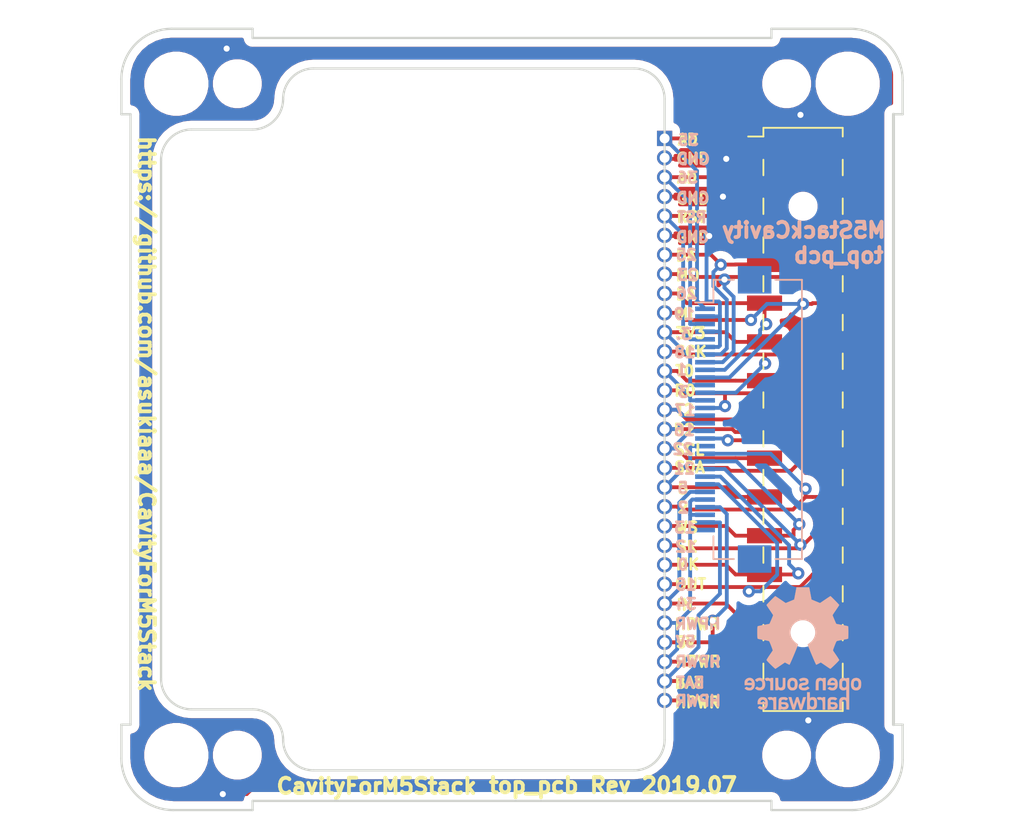
<source format=kicad_pcb>
(kicad_pcb (version 20171130) (host pcbnew 5.1.4-e60b266~84~ubuntu18.04.1)

  (general
    (thickness 1.6)
    (drawings 84)
    (tracks 306)
    (zones 0)
    (modules 16)
    (nets 27)
  )

  (page A4)
  (layers
    (0 F.Cu signal)
    (31 B.Cu signal)
    (32 B.Adhes user)
    (33 F.Adhes user)
    (34 B.Paste user)
    (35 F.Paste user)
    (36 B.SilkS user)
    (37 F.SilkS user)
    (38 B.Mask user)
    (39 F.Mask user)
    (40 Dwgs.User user)
    (41 Cmts.User user)
    (42 Eco1.User user)
    (43 Eco2.User user)
    (44 Edge.Cuts user)
    (45 Margin user)
    (46 B.CrtYd user)
    (47 F.CrtYd user)
    (48 B.Fab user)
    (49 F.Fab user)
  )

  (setup
    (last_trace_width 0.25)
    (trace_clearance 0.2)
    (zone_clearance 0.508)
    (zone_45_only no)
    (trace_min 0.2)
    (via_size 0.8)
    (via_drill 0.4)
    (via_min_size 0.4)
    (via_min_drill 0.3)
    (uvia_size 0.3)
    (uvia_drill 0.1)
    (uvias_allowed no)
    (uvia_min_size 0.2)
    (uvia_min_drill 0.1)
    (edge_width 0.15)
    (segment_width 0.2)
    (pcb_text_width 0.3)
    (pcb_text_size 1.5 1.5)
    (mod_edge_width 0.15)
    (mod_text_size 1 1)
    (mod_text_width 0.15)
    (pad_size 3.15 1)
    (pad_drill 0)
    (pad_to_mask_clearance 0.2)
    (solder_mask_min_width 0.25)
    (aux_axis_origin 98.2472 62.5348)
    (grid_origin 98.3488 62.4332)
    (visible_elements FFFFFF7F)
    (pcbplotparams
      (layerselection 0x010fc_ffffffff)
      (usegerberextensions false)
      (usegerberattributes false)
      (usegerberadvancedattributes false)
      (creategerberjobfile false)
      (excludeedgelayer true)
      (linewidth 0.100000)
      (plotframeref false)
      (viasonmask false)
      (mode 1)
      (useauxorigin false)
      (hpglpennumber 1)
      (hpglpenspeed 20)
      (hpglpendiameter 15.000000)
      (psnegative false)
      (psa4output false)
      (plotreference true)
      (plotvalue true)
      (plotinvisibletext false)
      (padsonsilk false)
      (subtractmaskfromsilk false)
      (outputformat 1)
      (mirror false)
      (drillshape 0)
      (scaleselection 1)
      (outputdirectory "gerbers"))
  )

  (net 0 "")
  (net 1 GND)
  (net 2 G23)
  (net 3 G19)
  (net 4 G18)
  (net 5 G3)
  (net 6 G16)
  (net 7 G21)
  (net 8 G2)
  (net 9 G12)
  (net 10 G15)
  (net 11 HPWR)
  (net 12 +BATT)
  (net 13 +5V)
  (net 14 G34)
  (net 15 G0)
  (net 16 G13)
  (net 17 G5)
  (net 18 G22)
  (net 19 G17)
  (net 20 G1)
  (net 21 G26)
  (net 22 G25)
  (net 23 RST)
  (net 24 G36)
  (net 25 G35)
  (net 26 +3V3)

  (net_class Default "これは標準のネット クラスです。"
    (clearance 0.2)
    (trace_width 0.25)
    (via_dia 0.8)
    (via_drill 0.4)
    (uvia_dia 0.3)
    (uvia_drill 0.1)
    (add_net +3V3)
    (add_net +5V)
    (add_net +BATT)
    (add_net G0)
    (add_net G1)
    (add_net G12)
    (add_net G13)
    (add_net G15)
    (add_net G16)
    (add_net G17)
    (add_net G18)
    (add_net G19)
    (add_net G2)
    (add_net G21)
    (add_net G22)
    (add_net G23)
    (add_net G25)
    (add_net G26)
    (add_net G3)
    (add_net G34)
    (add_net G35)
    (add_net G36)
    (add_net G5)
    (add_net GND)
    (add_net HPWR)
    (add_net RST)
  )

  (module footprints:PinHeader_2x15_P2.54mm_Vertical_SMD_for_M5Stack (layer F.Cu) (tedit 5D28220B) (tstamp 5CE4B554)
    (at 144.074 75)
    (descr "surface-mounted straight pin header, 2x15, 2.54mm pitch, double rows")
    (tags "Surface mounted pin header SMD 2x15 2.54mm double row")
    (path /5B24BDE7)
    (attr smd)
    (fp_text reference J2 (at 0 -20.11) (layer F.SilkS) hide
      (effects (font (size 1 1) (thickness 0.15)))
    )
    (fp_text value header (at 0 20.11) (layer F.Fab)
      (effects (font (size 1 1) (thickness 0.15)))
    )
    (fp_line (start 2.54 19.05) (end -2.54 19.05) (layer F.Fab) (width 0.1))
    (fp_line (start -1.59 -19.05) (end 2.54 -19.05) (layer F.Fab) (width 0.1))
    (fp_line (start -2.54 19.05) (end -2.54 -18.1) (layer F.Fab) (width 0.1))
    (fp_line (start -2.54 -18.1) (end -1.59 -19.05) (layer F.Fab) (width 0.1))
    (fp_line (start 2.54 -19.05) (end 2.54 19.05) (layer F.Fab) (width 0.1))
    (fp_line (start -2.54 -18.1) (end -3.6 -18.1) (layer F.Fab) (width 0.1))
    (fp_line (start -3.6 -18.1) (end -3.6 -17.46) (layer F.Fab) (width 0.1))
    (fp_line (start -3.6 -17.46) (end -2.54 -17.46) (layer F.Fab) (width 0.1))
    (fp_line (start 2.54 -18.1) (end 3.6 -18.1) (layer F.Fab) (width 0.1))
    (fp_line (start 3.6 -18.1) (end 3.6 -17.46) (layer F.Fab) (width 0.1))
    (fp_line (start 3.6 -17.46) (end 2.54 -17.46) (layer F.Fab) (width 0.1))
    (fp_line (start -2.54 -15.56) (end -3.6 -15.56) (layer F.Fab) (width 0.1))
    (fp_line (start -3.6 -15.56) (end -3.6 -14.92) (layer F.Fab) (width 0.1))
    (fp_line (start -3.6 -14.92) (end -2.54 -14.92) (layer F.Fab) (width 0.1))
    (fp_line (start 2.54 -15.56) (end 3.6 -15.56) (layer F.Fab) (width 0.1))
    (fp_line (start 3.6 -15.56) (end 3.6 -14.92) (layer F.Fab) (width 0.1))
    (fp_line (start 3.6 -14.92) (end 2.54 -14.92) (layer F.Fab) (width 0.1))
    (fp_line (start -2.54 -13.02) (end -3.6 -13.02) (layer F.Fab) (width 0.1))
    (fp_line (start -3.6 -13.02) (end -3.6 -12.38) (layer F.Fab) (width 0.1))
    (fp_line (start -3.6 -12.38) (end -2.54 -12.38) (layer F.Fab) (width 0.1))
    (fp_line (start 2.54 -13.02) (end 3.6 -13.02) (layer F.Fab) (width 0.1))
    (fp_line (start 3.6 -13.02) (end 3.6 -12.38) (layer F.Fab) (width 0.1))
    (fp_line (start 3.6 -12.38) (end 2.54 -12.38) (layer F.Fab) (width 0.1))
    (fp_line (start -2.54 -10.48) (end -3.6 -10.48) (layer F.Fab) (width 0.1))
    (fp_line (start -3.6 -10.48) (end -3.6 -9.84) (layer F.Fab) (width 0.1))
    (fp_line (start -3.6 -9.84) (end -2.54 -9.84) (layer F.Fab) (width 0.1))
    (fp_line (start 2.54 -10.48) (end 3.6 -10.48) (layer F.Fab) (width 0.1))
    (fp_line (start 3.6 -10.48) (end 3.6 -9.84) (layer F.Fab) (width 0.1))
    (fp_line (start 3.6 -9.84) (end 2.54 -9.84) (layer F.Fab) (width 0.1))
    (fp_line (start -2.54 -7.94) (end -3.6 -7.94) (layer F.Fab) (width 0.1))
    (fp_line (start -3.6 -7.94) (end -3.6 -7.3) (layer F.Fab) (width 0.1))
    (fp_line (start -3.6 -7.3) (end -2.54 -7.3) (layer F.Fab) (width 0.1))
    (fp_line (start 2.54 -7.94) (end 3.6 -7.94) (layer F.Fab) (width 0.1))
    (fp_line (start 3.6 -7.94) (end 3.6 -7.3) (layer F.Fab) (width 0.1))
    (fp_line (start 3.6 -7.3) (end 2.54 -7.3) (layer F.Fab) (width 0.1))
    (fp_line (start -2.54 -5.4) (end -3.6 -5.4) (layer F.Fab) (width 0.1))
    (fp_line (start -3.6 -5.4) (end -3.6 -4.76) (layer F.Fab) (width 0.1))
    (fp_line (start -3.6 -4.76) (end -2.54 -4.76) (layer F.Fab) (width 0.1))
    (fp_line (start 2.54 -5.4) (end 3.6 -5.4) (layer F.Fab) (width 0.1))
    (fp_line (start 3.6 -5.4) (end 3.6 -4.76) (layer F.Fab) (width 0.1))
    (fp_line (start 3.6 -4.76) (end 2.54 -4.76) (layer F.Fab) (width 0.1))
    (fp_line (start -2.54 -2.86) (end -3.6 -2.86) (layer F.Fab) (width 0.1))
    (fp_line (start -3.6 -2.86) (end -3.6 -2.22) (layer F.Fab) (width 0.1))
    (fp_line (start -3.6 -2.22) (end -2.54 -2.22) (layer F.Fab) (width 0.1))
    (fp_line (start 2.54 -2.86) (end 3.6 -2.86) (layer F.Fab) (width 0.1))
    (fp_line (start 3.6 -2.86) (end 3.6 -2.22) (layer F.Fab) (width 0.1))
    (fp_line (start 3.6 -2.22) (end 2.54 -2.22) (layer F.Fab) (width 0.1))
    (fp_line (start -2.54 -0.32) (end -3.6 -0.32) (layer F.Fab) (width 0.1))
    (fp_line (start -3.6 -0.32) (end -3.6 0.32) (layer F.Fab) (width 0.1))
    (fp_line (start -3.6 0.32) (end -2.54 0.32) (layer F.Fab) (width 0.1))
    (fp_line (start 2.54 -0.32) (end 3.6 -0.32) (layer F.Fab) (width 0.1))
    (fp_line (start 3.6 -0.32) (end 3.6 0.32) (layer F.Fab) (width 0.1))
    (fp_line (start 3.6 0.32) (end 2.54 0.32) (layer F.Fab) (width 0.1))
    (fp_line (start -2.54 2.22) (end -3.6 2.22) (layer F.Fab) (width 0.1))
    (fp_line (start -3.6 2.22) (end -3.6 2.86) (layer F.Fab) (width 0.1))
    (fp_line (start -3.6 2.86) (end -2.54 2.86) (layer F.Fab) (width 0.1))
    (fp_line (start 2.54 2.22) (end 3.6 2.22) (layer F.Fab) (width 0.1))
    (fp_line (start 3.6 2.22) (end 3.6 2.86) (layer F.Fab) (width 0.1))
    (fp_line (start 3.6 2.86) (end 2.54 2.86) (layer F.Fab) (width 0.1))
    (fp_line (start -2.54 4.76) (end -3.6 4.76) (layer F.Fab) (width 0.1))
    (fp_line (start -3.6 4.76) (end -3.6 5.4) (layer F.Fab) (width 0.1))
    (fp_line (start -3.6 5.4) (end -2.54 5.4) (layer F.Fab) (width 0.1))
    (fp_line (start 2.54 4.76) (end 3.6 4.76) (layer F.Fab) (width 0.1))
    (fp_line (start 3.6 4.76) (end 3.6 5.4) (layer F.Fab) (width 0.1))
    (fp_line (start 3.6 5.4) (end 2.54 5.4) (layer F.Fab) (width 0.1))
    (fp_line (start -2.54 7.3) (end -3.6 7.3) (layer F.Fab) (width 0.1))
    (fp_line (start -3.6 7.3) (end -3.6 7.94) (layer F.Fab) (width 0.1))
    (fp_line (start -3.6 7.94) (end -2.54 7.94) (layer F.Fab) (width 0.1))
    (fp_line (start 2.54 7.3) (end 3.6 7.3) (layer F.Fab) (width 0.1))
    (fp_line (start 3.6 7.3) (end 3.6 7.94) (layer F.Fab) (width 0.1))
    (fp_line (start 3.6 7.94) (end 2.54 7.94) (layer F.Fab) (width 0.1))
    (fp_line (start -2.54 9.84) (end -3.6 9.84) (layer F.Fab) (width 0.1))
    (fp_line (start -3.6 9.84) (end -3.6 10.48) (layer F.Fab) (width 0.1))
    (fp_line (start -3.6 10.48) (end -2.54 10.48) (layer F.Fab) (width 0.1))
    (fp_line (start 2.54 9.84) (end 3.6 9.84) (layer F.Fab) (width 0.1))
    (fp_line (start 3.6 9.84) (end 3.6 10.48) (layer F.Fab) (width 0.1))
    (fp_line (start 3.6 10.48) (end 2.54 10.48) (layer F.Fab) (width 0.1))
    (fp_line (start -2.54 12.38) (end -3.6 12.38) (layer F.Fab) (width 0.1))
    (fp_line (start -3.6 12.38) (end -3.6 13.02) (layer F.Fab) (width 0.1))
    (fp_line (start -3.6 13.02) (end -2.54 13.02) (layer F.Fab) (width 0.1))
    (fp_line (start 2.54 12.38) (end 3.6 12.38) (layer F.Fab) (width 0.1))
    (fp_line (start 3.6 12.38) (end 3.6 13.02) (layer F.Fab) (width 0.1))
    (fp_line (start 3.6 13.02) (end 2.54 13.02) (layer F.Fab) (width 0.1))
    (fp_line (start -2.54 14.92) (end -3.6 14.92) (layer F.Fab) (width 0.1))
    (fp_line (start -3.6 14.92) (end -3.6 15.56) (layer F.Fab) (width 0.1))
    (fp_line (start -3.6 15.56) (end -2.54 15.56) (layer F.Fab) (width 0.1))
    (fp_line (start 2.54 14.92) (end 3.6 14.92) (layer F.Fab) (width 0.1))
    (fp_line (start 3.6 14.92) (end 3.6 15.56) (layer F.Fab) (width 0.1))
    (fp_line (start 3.6 15.56) (end 2.54 15.56) (layer F.Fab) (width 0.1))
    (fp_line (start -2.54 17.46) (end -3.6 17.46) (layer F.Fab) (width 0.1))
    (fp_line (start -3.6 17.46) (end -3.6 18.1) (layer F.Fab) (width 0.1))
    (fp_line (start -3.6 18.1) (end -2.54 18.1) (layer F.Fab) (width 0.1))
    (fp_line (start 2.54 17.46) (end 3.6 17.46) (layer F.Fab) (width 0.1))
    (fp_line (start 3.6 17.46) (end 3.6 18.1) (layer F.Fab) (width 0.1))
    (fp_line (start 3.6 18.1) (end 2.54 18.1) (layer F.Fab) (width 0.1))
    (fp_line (start -2.6 -19.11) (end 2.6 -19.11) (layer F.SilkS) (width 0.12))
    (fp_line (start -2.6 19.11) (end 2.6 19.11) (layer F.SilkS) (width 0.12))
    (fp_line (start -3.6 -18.54) (end -2.6 -18.54) (layer F.SilkS) (width 0.12))
    (fp_line (start -2.6 -19.11) (end -2.6 -18.54) (layer F.SilkS) (width 0.12))
    (fp_line (start 2.6 -19.11) (end 2.6 -18.54) (layer F.SilkS) (width 0.12))
    (fp_line (start -2.6 18.54) (end -2.6 19.11) (layer F.SilkS) (width 0.12))
    (fp_line (start 2.6 18.54) (end 2.6 19.11) (layer F.SilkS) (width 0.12))
    (fp_line (start -2.6 -17.02) (end -2.6 -16) (layer F.SilkS) (width 0.12))
    (fp_line (start 2.6 -17.02) (end 2.6 -16) (layer F.SilkS) (width 0.12))
    (fp_line (start -2.6 -14.48) (end -2.6 -13.46) (layer F.SilkS) (width 0.12))
    (fp_line (start 2.6 -14.48) (end 2.6 -13.46) (layer F.SilkS) (width 0.12))
    (fp_line (start -2.6 -11.94) (end -2.6 -10.92) (layer F.SilkS) (width 0.12))
    (fp_line (start 2.6 -11.94) (end 2.6 -10.92) (layer F.SilkS) (width 0.12))
    (fp_line (start -2.6 -9.4) (end -2.6 -8.38) (layer F.SilkS) (width 0.12))
    (fp_line (start 2.6 -9.4) (end 2.6 -8.38) (layer F.SilkS) (width 0.12))
    (fp_line (start -2.6 -6.86) (end -2.6 -5.84) (layer F.SilkS) (width 0.12))
    (fp_line (start 2.6 -6.86) (end 2.6 -5.84) (layer F.SilkS) (width 0.12))
    (fp_line (start -2.6 -4.32) (end -2.6 -3.3) (layer F.SilkS) (width 0.12))
    (fp_line (start 2.6 -4.32) (end 2.6 -3.3) (layer F.SilkS) (width 0.12))
    (fp_line (start -2.6 -1.78) (end -2.6 -0.76) (layer F.SilkS) (width 0.12))
    (fp_line (start 2.6 -1.78) (end 2.6 -0.76) (layer F.SilkS) (width 0.12))
    (fp_line (start -2.6 0.76) (end -2.6 1.78) (layer F.SilkS) (width 0.12))
    (fp_line (start 2.6 0.76) (end 2.6 1.78) (layer F.SilkS) (width 0.12))
    (fp_line (start -2.6 3.3) (end -2.6 4.32) (layer F.SilkS) (width 0.12))
    (fp_line (start 2.6 3.3) (end 2.6 4.32) (layer F.SilkS) (width 0.12))
    (fp_line (start -2.6 5.84) (end -2.6 6.86) (layer F.SilkS) (width 0.12))
    (fp_line (start 2.6 5.84) (end 2.6 6.86) (layer F.SilkS) (width 0.12))
    (fp_line (start -2.6 8.38) (end -2.6 9.4) (layer F.SilkS) (width 0.12))
    (fp_line (start 2.6 8.38) (end 2.6 9.4) (layer F.SilkS) (width 0.12))
    (fp_line (start -2.6 10.92) (end -2.6 11.94) (layer F.SilkS) (width 0.12))
    (fp_line (start 2.6 10.92) (end 2.6 11.94) (layer F.SilkS) (width 0.12))
    (fp_line (start -2.6 13.46) (end -2.6 14.48) (layer F.SilkS) (width 0.12))
    (fp_line (start 2.6 13.46) (end 2.6 14.48) (layer F.SilkS) (width 0.12))
    (fp_line (start -2.6 16) (end -2.6 17.02) (layer F.SilkS) (width 0.12))
    (fp_line (start 2.6 16) (end 2.6 17.02) (layer F.SilkS) (width 0.12))
    (fp_line (start -5.9 -19.6) (end -5.9 19.6) (layer F.CrtYd) (width 0.05))
    (fp_line (start -5.9 19.6) (end 5.9 19.6) (layer F.CrtYd) (width 0.05))
    (fp_line (start 5.9 19.6) (end 5.9 -19.6) (layer F.CrtYd) (width 0.05))
    (fp_line (start 5.9 -19.6) (end -5.9 -19.6) (layer F.CrtYd) (width 0.05))
    (fp_text user %R (at 0 0 90) (layer F.Fab)
      (effects (font (size 1 1) (thickness 0.15)))
    )
    (pad 1 smd rect (at -2.525 -17.78) (size 2.3 1) (layers F.Cu F.Paste F.Mask)
      (net 25 G35))
    (pad 2 smd rect (at 2.525 -17.78) (size 2.3 1) (layers F.Cu F.Paste F.Mask)
      (net 1 GND))
    (pad 3 smd rect (at -2.525 -15.24) (size 2.3 1) (layers F.Cu F.Paste F.Mask)
      (net 24 G36))
    (pad 4 smd rect (at 2.525 -15.24) (size 2.3 1) (layers F.Cu F.Paste F.Mask)
      (net 1 GND))
    (pad 5 smd rect (at -2.525 -12.7) (size 2.3 1) (layers F.Cu F.Paste F.Mask)
      (net 23 RST))
    (pad 6 smd rect (at 2.525 -12.7) (size 2.3 1) (layers F.Cu F.Paste F.Mask)
      (net 1 GND))
    (pad 7 smd rect (at -2.525 -10.16) (size 2.3 1) (layers F.Cu F.Paste F.Mask)
      (net 22 G25))
    (pad 8 smd rect (at 2.525 -10.16) (size 2.3 1) (layers F.Cu F.Paste F.Mask)
      (net 2 G23))
    (pad 9 smd rect (at -2.525 -7.62) (size 2.3 1) (layers F.Cu F.Paste F.Mask)
      (net 21 G26))
    (pad 10 smd rect (at 2.525 -7.62) (size 2.3 1) (layers F.Cu F.Paste F.Mask)
      (net 3 G19))
    (pad 11 smd rect (at -2.525 -5.08) (size 2.3 1) (layers F.Cu F.Paste F.Mask)
      (net 26 +3V3))
    (pad 12 smd rect (at 2.525 -5.08) (size 2.3 1) (layers F.Cu F.Paste F.Mask)
      (net 4 G18))
    (pad 13 smd rect (at -2.525 -2.54) (size 2.3 1) (layers F.Cu F.Paste F.Mask)
      (net 20 G1))
    (pad 14 smd rect (at 2.525 -2.54) (size 2.3 1) (layers F.Cu F.Paste F.Mask)
      (net 5 G3))
    (pad 15 smd rect (at -2.525 0) (size 2.3 1) (layers F.Cu F.Paste F.Mask)
      (net 19 G17))
    (pad 16 smd rect (at 2.525 0) (size 2.3 1) (layers F.Cu F.Paste F.Mask)
      (net 6 G16))
    (pad 17 smd rect (at -2.525 2.54) (size 2.3 1) (layers F.Cu F.Paste F.Mask)
      (net 18 G22))
    (pad 18 smd rect (at 2.525 2.54) (size 2.3 1) (layers F.Cu F.Paste F.Mask)
      (net 7 G21))
    (pad 19 smd rect (at -2.525 5.08) (size 2.3 1) (layers F.Cu F.Paste F.Mask)
      (net 17 G5))
    (pad 20 smd rect (at 2.525 5.08) (size 2.3 1) (layers F.Cu F.Paste F.Mask)
      (net 8 G2))
    (pad 21 smd rect (at -2.525 7.62) (size 2.3 1) (layers F.Cu F.Paste F.Mask)
      (net 16 G13))
    (pad 22 smd rect (at 2.525 7.62) (size 2.3 1) (layers F.Cu F.Paste F.Mask)
      (net 9 G12))
    (pad 23 smd rect (at -2.525 10.16) (size 2.3 1) (layers F.Cu F.Paste F.Mask)
      (net 15 G0))
    (pad 24 smd rect (at 2.525 10.16) (size 2.3 1) (layers F.Cu F.Paste F.Mask)
      (net 10 G15))
    (pad 25 smd rect (at -2.525 12.7) (size 2.3 1) (layers F.Cu F.Paste F.Mask)
      (net 14 G34))
    (pad 26 smd rect (at 2.525 12.7) (size 2.3 1) (layers F.Cu F.Paste F.Mask)
      (net 11 HPWR))
    (pad 27 smd rect (at -2.525 15.24) (size 2.3 1) (layers F.Cu F.Paste F.Mask)
      (net 13 +5V))
    (pad 28 smd rect (at 2.525 15.24) (size 2.3 1) (layers F.Cu F.Paste F.Mask)
      (net 11 HPWR))
    (pad 29 smd rect (at -2.525 17.78) (size 2.3 1) (layers F.Cu F.Paste F.Mask)
      (net 12 +BATT))
    (pad 30 smd rect (at 2.525 17.78) (size 2.3 1) (layers F.Cu F.Paste F.Mask)
      (net 11 HPWR))
    (pad "" np_thru_hole circle (at 0 -13.97) (size 0.9 0.9) (drill 0.9) (layers *.Cu *.Mask))
    (pad "" np_thru_hole circle (at 0 13.97) (size 0.9 0.9) (drill 0.9) (layers *.Cu *.Mask))
    (model ${KISYS3DMOD}/Connector_PinHeader_2.54mm.3dshapes/PinHeader_2x15_P2.54mm_Vertical_SMD.wrl
      (at (xyz 0 0 0))
      (scale (xyz 1 1 1))
      (rotate (xyz 0 0 0))
    )
  )

  (module footprints:corner_edge1 (layer F.Cu) (tedit 5D0EE948) (tstamp 5D0F3304)
    (at 100 100 180)
    (fp_text reference corner4 (at -3.9243 -2.4765) (layer F.SilkS) hide
      (effects (font (size 1 1) (thickness 0.15)))
    )
    (fp_text value corner_edge1 (at -3.429 -1.4224) (layer F.Fab)
      (effects (font (size 1 1) (thickness 0.15)))
    )
    (fp_line (start 0.6 5) (end 0 5) (layer Edge.Cuts) (width 0.15))
    (fp_line (start 0.6 2.8) (end 0.6 5) (layer Edge.Cuts) (width 0.15))
    (fp_arc (start -2.8 2.8) (end 0.6 2.8) (angle -90) (layer Edge.Cuts) (width 0.15))
    (fp_line (start -8 -0.6) (end -2.8 -0.6) (layer Edge.Cuts) (width 0.15))
    (fp_line (start -8 0) (end -8 -0.6) (layer Edge.Cuts) (width 0.15))
  )

  (module footprints:corner_edge1 (layer F.Cu) (tedit 5D0EE948) (tstamp 5D0F2FD0)
    (at 150 50)
    (fp_text reference corner1 (at -0.4191 -2.6035) (layer F.SilkS) hide
      (effects (font (size 1 1) (thickness 0.15)))
    )
    (fp_text value corner_edge1 (at -0.0765 -1.6384) (layer F.Fab)
      (effects (font (size 1 1) (thickness 0.15)))
    )
    (fp_line (start 0.6 5) (end 0 5) (layer Edge.Cuts) (width 0.15))
    (fp_line (start 0.6 2.8) (end 0.6 5) (layer Edge.Cuts) (width 0.15))
    (fp_arc (start -2.8 2.8) (end 0.6 2.8) (angle -90) (layer Edge.Cuts) (width 0.15))
    (fp_line (start -8 -0.6) (end -2.8 -0.6) (layer Edge.Cuts) (width 0.15))
    (fp_line (start -8 0) (end -8 -0.6) (layer Edge.Cuts) (width 0.15))
  )

  (module footprints:corner_edge2 (layer F.Cu) (tedit 5D0F12B1) (tstamp 5D0F3291)
    (at 100 50)
    (fp_text reference corner3 (at -3.9243 -2.4765) (layer F.SilkS) hide
      (effects (font (size 1 1) (thickness 0.15)))
    )
    (fp_text value corner_edge2 (at -3.429 -1.4224) (layer F.Fab)
      (effects (font (size 1 1) (thickness 0.15)))
    )
    (fp_line (start -0.6 5) (end 0 5) (layer Edge.Cuts) (width 0.15))
    (fp_line (start -0.6 2.7) (end -0.6 5) (layer Edge.Cuts) (width 0.15))
    (fp_arc (start 2.7 2.7) (end -0.6 2.7) (angle 90) (layer Edge.Cuts) (width 0.15))
    (fp_line (start 8 -0.6) (end 2.7 -0.6) (layer Edge.Cuts) (width 0.15))
    (fp_line (start 8 0) (end 8 -0.6) (layer Edge.Cuts) (width 0.15))
  )

  (module footprints:corner_edge2 (layer F.Cu) (tedit 5D0F12B1) (tstamp 5D0F31A6)
    (at 150 100 180)
    (fp_text reference corner2 (at -3.9243 -2.4765) (layer F.SilkS) hide
      (effects (font (size 1 1) (thickness 0.15)))
    )
    (fp_text value corner_edge2 (at -3.429 -1.4224) (layer F.Fab)
      (effects (font (size 1 1) (thickness 0.15)))
    )
    (fp_line (start -0.6 5) (end 0 5) (layer Edge.Cuts) (width 0.15))
    (fp_line (start -0.6 2.7) (end -0.6 5) (layer Edge.Cuts) (width 0.15))
    (fp_arc (start 2.7 2.7) (end -0.6 2.7) (angle 90) (layer Edge.Cuts) (width 0.15))
    (fp_line (start 8 -0.6) (end 2.7 -0.6) (layer Edge.Cuts) (width 0.15))
    (fp_line (start 8 0) (end 8 -0.6) (layer Edge.Cuts) (width 0.15))
  )

  (module Symbol:OSHW-Logo_7.5x8mm_SilkScreen (layer B.Cu) (tedit 5CD7AE16) (tstamp 5CFC0EBB)
    (at 144.0688 90.0049 180)
    (descr "Open Source Hardware Logo")
    (tags "Logo OSHW")
    (attr virtual)
    (fp_text reference OSHWREF2 (at 0 0 180) (layer B.SilkS) hide
      (effects (font (size 1 1) (thickness 0.15)) (justify mirror))
    )
    (fp_text value OSHW-Logo_7.5x8mm_SilkScreen (at 0.75 0 180) (layer B.Fab) hide
      (effects (font (size 1 1) (thickness 0.15)) (justify mirror))
    )
    (fp_poly (pts (xy -2.53664 -1.952468) (xy -2.501408 -1.969874) (xy -2.45796 -2.000206) (xy -2.426294 -2.033283)
      (xy -2.404606 -2.074817) (xy -2.391097 -2.130522) (xy -2.383962 -2.206111) (xy -2.3814 -2.307296)
      (xy -2.38125 -2.350797) (xy -2.381688 -2.446135) (xy -2.383504 -2.514271) (xy -2.387455 -2.561418)
      (xy -2.394298 -2.59379) (xy -2.404789 -2.6176) (xy -2.415704 -2.633843) (xy -2.485381 -2.702952)
      (xy -2.567434 -2.744521) (xy -2.65595 -2.757023) (xy -2.745019 -2.738934) (xy -2.773237 -2.726142)
      (xy -2.84079 -2.690931) (xy -2.84079 -3.2427) (xy -2.791488 -3.217205) (xy -2.726527 -3.19748)
      (xy -2.64668 -3.192427) (xy -2.566948 -3.201756) (xy -2.506735 -3.222714) (xy -2.456792 -3.262627)
      (xy -2.414119 -3.319741) (xy -2.41091 -3.325605) (xy -2.397378 -3.353227) (xy -2.387495 -3.381068)
      (xy -2.380691 -3.414794) (xy -2.376399 -3.460071) (xy -2.374049 -3.522562) (xy -2.373072 -3.607935)
      (xy -2.372895 -3.70401) (xy -2.372895 -4.010526) (xy -2.556711 -4.010526) (xy -2.556711 -3.445339)
      (xy -2.608125 -3.402077) (xy -2.661534 -3.367472) (xy -2.712112 -3.36118) (xy -2.76297 -3.377372)
      (xy -2.790075 -3.393227) (xy -2.810249 -3.41581) (xy -2.824597 -3.44994) (xy -2.834224 -3.500434)
      (xy -2.840237 -3.572111) (xy -2.84374 -3.669788) (xy -2.844974 -3.734802) (xy -2.849145 -4.002171)
      (xy -2.936875 -4.007222) (xy -3.024606 -4.012273) (xy -3.024606 -2.353101) (xy -2.84079 -2.353101)
      (xy -2.836104 -2.4456) (xy -2.820312 -2.509809) (xy -2.790817 -2.549759) (xy -2.74502 -2.56948)
      (xy -2.69875 -2.573421) (xy -2.646372 -2.568892) (xy -2.61161 -2.551069) (xy -2.589872 -2.527519)
      (xy -2.57276 -2.502189) (xy -2.562573 -2.473969) (xy -2.55804 -2.434431) (xy -2.557891 -2.375142)
      (xy -2.559416 -2.325498) (xy -2.562919 -2.25071) (xy -2.568133 -2.201611) (xy -2.576913 -2.170467)
      (xy -2.591114 -2.149545) (xy -2.604516 -2.137452) (xy -2.660513 -2.111081) (xy -2.726789 -2.106822)
      (xy -2.764844 -2.115906) (xy -2.802523 -2.148196) (xy -2.827481 -2.211006) (xy -2.839578 -2.303894)
      (xy -2.84079 -2.353101) (xy -3.024606 -2.353101) (xy -3.024606 -1.938421) (xy -2.932698 -1.938421)
      (xy -2.877517 -1.940603) (xy -2.849048 -1.948351) (xy -2.840794 -1.963468) (xy -2.84079 -1.963916)
      (xy -2.83696 -1.97872) (xy -2.820067 -1.977039) (xy -2.786481 -1.960772) (xy -2.708222 -1.935887)
      (xy -2.620173 -1.933271) (xy -2.53664 -1.952468)) (layer B.SilkS) (width 0.01))
    (fp_poly (pts (xy -1.839543 -3.198184) (xy -1.76093 -3.21916) (xy -1.701084 -3.25718) (xy -1.658853 -3.306978)
      (xy -1.645725 -3.32823) (xy -1.636032 -3.350492) (xy -1.629256 -3.37897) (xy -1.624877 -3.418871)
      (xy -1.622376 -3.475401) (xy -1.621232 -3.553767) (xy -1.620928 -3.659176) (xy -1.620922 -3.687142)
      (xy -1.620922 -4.010526) (xy -1.701132 -4.010526) (xy -1.752294 -4.006943) (xy -1.790123 -3.997866)
      (xy -1.799601 -3.992268) (xy -1.825512 -3.982606) (xy -1.851976 -3.992268) (xy -1.895548 -4.00433)
      (xy -1.95884 -4.009185) (xy -2.02899 -4.007078) (xy -2.09314 -3.998256) (xy -2.130593 -3.986937)
      (xy -2.203067 -3.940412) (xy -2.24836 -3.875846) (xy -2.268722 -3.79) (xy -2.268912 -3.787796)
      (xy -2.267125 -3.749713) (xy -2.105527 -3.749713) (xy -2.091399 -3.79303) (xy -2.068388 -3.817408)
      (xy -2.022196 -3.835845) (xy -1.961225 -3.843205) (xy -1.899051 -3.839583) (xy -1.849249 -3.825074)
      (xy -1.835297 -3.815765) (xy -1.810915 -3.772753) (xy -1.804737 -3.723857) (xy -1.804737 -3.659605)
      (xy -1.897182 -3.659605) (xy -1.985005 -3.666366) (xy -2.051582 -3.68552) (xy -2.092998 -3.715376)
      (xy -2.105527 -3.749713) (xy -2.267125 -3.749713) (xy -2.26451 -3.694004) (xy -2.233576 -3.619847)
      (xy -2.175419 -3.563767) (xy -2.16738 -3.558665) (xy -2.132837 -3.542055) (xy -2.090082 -3.531996)
      (xy -2.030314 -3.527107) (xy -1.95931 -3.525983) (xy -1.804737 -3.525921) (xy -1.804737 -3.461125)
      (xy -1.811294 -3.41085) (xy -1.828025 -3.377169) (xy -1.829984 -3.375376) (xy -1.867217 -3.360642)
      (xy -1.92342 -3.354931) (xy -1.985533 -3.357737) (xy -2.04049 -3.368556) (xy -2.073101 -3.384782)
      (xy -2.090772 -3.39778) (xy -2.109431 -3.400262) (xy -2.135181 -3.389613) (xy -2.174127 -3.363218)
      (xy -2.23237 -3.318465) (xy -2.237716 -3.314273) (xy -2.234977 -3.29876) (xy -2.212124 -3.27296)
      (xy -2.177391 -3.244289) (xy -2.13901 -3.220166) (xy -2.126952 -3.21447) (xy -2.082966 -3.203103)
      (xy -2.018513 -3.194995) (xy -1.946503 -3.191743) (xy -1.943136 -3.191736) (xy -1.839543 -3.198184)) (layer B.SilkS) (width 0.01))
    (fp_poly (pts (xy -1.320119 -3.193486) (xy -1.295112 -3.200982) (xy -1.28705 -3.217451) (xy -1.286711 -3.224886)
      (xy -1.285264 -3.245594) (xy -1.275302 -3.248845) (xy -1.248388 -3.234648) (xy -1.232402 -3.224948)
      (xy -1.181967 -3.204175) (xy -1.121728 -3.193904) (xy -1.058566 -3.193114) (xy -0.999363 -3.200786)
      (xy -0.950998 -3.215898) (xy -0.920354 -3.237432) (xy -0.914311 -3.264366) (xy -0.917361 -3.27166)
      (xy -0.939594 -3.301937) (xy -0.97407 -3.339175) (xy -0.980306 -3.345195) (xy -1.013167 -3.372875)
      (xy -1.04152 -3.381818) (xy -1.081173 -3.375576) (xy -1.097058 -3.371429) (xy -1.146491 -3.361467)
      (xy -1.181248 -3.365947) (xy -1.2106 -3.381746) (xy -1.237487 -3.402949) (xy -1.25729 -3.429614)
      (xy -1.271052 -3.466827) (xy -1.279816 -3.519673) (xy -1.284626 -3.593237) (xy -1.286526 -3.692605)
      (xy -1.286711 -3.752601) (xy -1.286711 -4.010526) (xy -1.453816 -4.010526) (xy -1.453816 -3.19171)
      (xy -1.370264 -3.19171) (xy -1.320119 -3.193486)) (layer B.SilkS) (width 0.01))
    (fp_poly (pts (xy -0.267369 -4.010526) (xy -0.359277 -4.010526) (xy -0.412623 -4.008962) (xy -0.440407 -4.002485)
      (xy -0.45041 -3.988418) (xy -0.451185 -3.978906) (xy -0.452872 -3.959832) (xy -0.46351 -3.956174)
      (xy -0.491465 -3.967932) (xy -0.513205 -3.978906) (xy -0.596668 -4.004911) (xy -0.687396 -4.006416)
      (xy -0.761158 -3.987021) (xy -0.829846 -3.940165) (xy -0.882206 -3.871004) (xy -0.910878 -3.789427)
      (xy -0.911608 -3.784866) (xy -0.915868 -3.735101) (xy -0.917986 -3.663659) (xy -0.917816 -3.609626)
      (xy -0.73528 -3.609626) (xy -0.731051 -3.681441) (xy -0.721432 -3.740634) (xy -0.70841 -3.77406)
      (xy -0.659144 -3.81974) (xy -0.60065 -3.836115) (xy -0.540329 -3.822873) (xy -0.488783 -3.783373)
      (xy -0.469262 -3.756807) (xy -0.457848 -3.725106) (xy -0.452502 -3.678832) (xy -0.451185 -3.609328)
      (xy -0.453542 -3.540499) (xy -0.459767 -3.480026) (xy -0.468592 -3.439556) (xy -0.470063 -3.435929)
      (xy -0.505653 -3.392802) (xy -0.5576 -3.369124) (xy -0.615722 -3.365301) (xy -0.66984 -3.381738)
      (xy -0.709774 -3.41884) (xy -0.713917 -3.426222) (xy -0.726884 -3.471239) (xy -0.733948 -3.535967)
      (xy -0.73528 -3.609626) (xy -0.917816 -3.609626) (xy -0.917729 -3.58223) (xy -0.916528 -3.538405)
      (xy -0.908355 -3.429988) (xy -0.89137 -3.348588) (xy -0.863113 -3.288412) (xy -0.821128 -3.243666)
      (xy -0.780368 -3.2174) (xy -0.723419 -3.198935) (xy -0.652589 -3.192602) (xy -0.580059 -3.19776)
      (xy -0.518014 -3.213769) (xy -0.485232 -3.23292) (xy -0.451185 -3.263732) (xy -0.451185 -2.87421)
      (xy -0.267369 -2.87421) (xy -0.267369 -4.010526)) (layer B.SilkS) (width 0.01))
    (fp_poly (pts (xy 0.37413 -3.195104) (xy 0.44022 -3.200066) (xy 0.526626 -3.459079) (xy 0.613031 -3.718092)
      (xy 0.640124 -3.626184) (xy 0.656428 -3.569384) (xy 0.677875 -3.492625) (xy 0.701035 -3.408251)
      (xy 0.71328 -3.362993) (xy 0.759344 -3.19171) (xy 0.949387 -3.19171) (xy 0.892582 -3.371349)
      (xy 0.864607 -3.459704) (xy 0.830813 -3.566281) (xy 0.79552 -3.677454) (xy 0.764013 -3.776579)
      (xy 0.69225 -4.002171) (xy 0.537286 -4.012253) (xy 0.49527 -3.873528) (xy 0.469359 -3.787351)
      (xy 0.441083 -3.692347) (xy 0.416369 -3.608441) (xy 0.415394 -3.605102) (xy 0.396935 -3.548248)
      (xy 0.380649 -3.509456) (xy 0.369242 -3.494787) (xy 0.366898 -3.496483) (xy 0.358671 -3.519225)
      (xy 0.343038 -3.56794) (xy 0.321904 -3.636502) (xy 0.29717 -3.718785) (xy 0.283787 -3.764046)
      (xy 0.211311 -4.010526) (xy 0.057495 -4.010526) (xy -0.065469 -3.622006) (xy -0.100012 -3.513022)
      (xy -0.131479 -3.414048) (xy -0.158384 -3.329736) (xy -0.179241 -3.264734) (xy -0.192562 -3.223692)
      (xy -0.196612 -3.211701) (xy -0.193406 -3.199423) (xy -0.168235 -3.194046) (xy -0.115854 -3.194584)
      (xy -0.107655 -3.19499) (xy -0.010518 -3.200066) (xy 0.0531 -3.434013) (xy 0.076484 -3.519333)
      (xy 0.097381 -3.594335) (xy 0.113951 -3.652507) (xy 0.124354 -3.687337) (xy 0.126276 -3.693016)
      (xy 0.134241 -3.686486) (xy 0.150304 -3.652654) (xy 0.172621 -3.596127) (xy 0.199345 -3.52151)
      (xy 0.221937 -3.454107) (xy 0.308041 -3.190143) (xy 0.37413 -3.195104)) (layer B.SilkS) (width 0.01))
    (fp_poly (pts (xy 1.379992 -3.196673) (xy 1.450427 -3.21378) (xy 1.470787 -3.222844) (xy 1.510253 -3.246583)
      (xy 1.540541 -3.273321) (xy 1.562952 -3.307699) (xy 1.578786 -3.35436) (xy 1.589343 -3.417946)
      (xy 1.595924 -3.503099) (xy 1.599828 -3.614462) (xy 1.60131 -3.688849) (xy 1.606765 -4.010526)
      (xy 1.51358 -4.010526) (xy 1.457047 -4.008156) (xy 1.427922 -4.000055) (xy 1.420394 -3.986451)
      (xy 1.41642 -3.971741) (xy 1.398652 -3.974554) (xy 1.37444 -3.986348) (xy 1.313828 -4.004427)
      (xy 1.235929 -4.009299) (xy 1.153995 -4.00133) (xy 1.081281 -3.980889) (xy 1.074759 -3.978051)
      (xy 1.008302 -3.931365) (xy 0.964491 -3.866464) (xy 0.944332 -3.7906) (xy 0.945872 -3.763344)
      (xy 1.110345 -3.763344) (xy 1.124837 -3.800024) (xy 1.167805 -3.826309) (xy 1.237129 -3.840417)
      (xy 1.274177 -3.84229) (xy 1.335919 -3.837494) (xy 1.37696 -3.818858) (xy 1.386973 -3.81)
      (xy 1.4141 -3.761806) (xy 1.420394 -3.718092) (xy 1.420394 -3.659605) (xy 1.33893 -3.659605)
      (xy 1.244234 -3.664432) (xy 1.177813 -3.679613) (xy 1.135846 -3.7062) (xy 1.126449 -3.718052)
      (xy 1.110345 -3.763344) (xy 0.945872 -3.763344) (xy 0.948829 -3.711026) (xy 0.978985 -3.634995)
      (xy 1.020131 -3.583612) (xy 1.045052 -3.561397) (xy 1.069448 -3.546798) (xy 1.101191 -3.537897)
      (xy 1.148152 -3.532775) (xy 1.218204 -3.529515) (xy 1.24599 -3.528577) (xy 1.420394 -3.522879)
      (xy 1.420138 -3.470091) (xy 1.413384 -3.414603) (xy 1.388964 -3.381052) (xy 1.33963 -3.359618)
      (xy 1.338306 -3.359236) (xy 1.26836 -3.350808) (xy 1.199914 -3.361816) (xy 1.149047 -3.388585)
      (xy 1.128637 -3.401803) (xy 1.106654 -3.399974) (xy 1.072826 -3.380824) (xy 1.052961 -3.367308)
      (xy 1.014106 -3.338432) (xy 0.990038 -3.316786) (xy 0.986176 -3.310589) (xy 1.002079 -3.278519)
      (xy 1.049065 -3.240219) (xy 1.069473 -3.227297) (xy 1.128143 -3.205041) (xy 1.207212 -3.192432)
      (xy 1.295041 -3.1896) (xy 1.379992 -3.196673)) (layer B.SilkS) (width 0.01))
    (fp_poly (pts (xy 2.173167 -3.191447) (xy 2.237408 -3.204112) (xy 2.27398 -3.222864) (xy 2.312453 -3.254017)
      (xy 2.257717 -3.323127) (xy 2.223969 -3.364979) (xy 2.201053 -3.385398) (xy 2.178279 -3.388517)
      (xy 2.144956 -3.378472) (xy 2.129314 -3.372789) (xy 2.065542 -3.364404) (xy 2.00714 -3.382378)
      (xy 1.964264 -3.422982) (xy 1.957299 -3.435929) (xy 1.949713 -3.470224) (xy 1.943859 -3.533427)
      (xy 1.940011 -3.62106) (xy 1.938443 -3.72864) (xy 1.938421 -3.743944) (xy 1.938421 -4.010526)
      (xy 1.754605 -4.010526) (xy 1.754605 -3.19171) (xy 1.846513 -3.19171) (xy 1.899507 -3.193094)
      (xy 1.927115 -3.199252) (xy 1.937324 -3.213194) (xy 1.938421 -3.226344) (xy 1.938421 -3.260978)
      (xy 1.98245 -3.226344) (xy 2.032937 -3.202716) (xy 2.10076 -3.191033) (xy 2.173167 -3.191447)) (layer B.SilkS) (width 0.01))
    (fp_poly (pts (xy 2.701193 -3.196078) (xy 2.781068 -3.216845) (xy 2.847962 -3.259705) (xy 2.880351 -3.291723)
      (xy 2.933445 -3.367413) (xy 2.963873 -3.455216) (xy 2.974327 -3.56315) (xy 2.97438 -3.571875)
      (xy 2.974473 -3.659605) (xy 2.469534 -3.659605) (xy 2.480298 -3.705559) (xy 2.499732 -3.747178)
      (xy 2.533745 -3.790544) (xy 2.54086 -3.797467) (xy 2.602003 -3.834935) (xy 2.671729 -3.841289)
      (xy 2.751987 -3.816638) (xy 2.765592 -3.81) (xy 2.807319 -3.789819) (xy 2.835268 -3.778321)
      (xy 2.840145 -3.777258) (xy 2.857168 -3.787583) (xy 2.889633 -3.812845) (xy 2.906114 -3.82665)
      (xy 2.940264 -3.858361) (xy 2.951478 -3.879299) (xy 2.943695 -3.89856) (xy 2.939535 -3.903827)
      (xy 2.911357 -3.926878) (xy 2.864862 -3.954892) (xy 2.832434 -3.971246) (xy 2.740385 -4.000059)
      (xy 2.638476 -4.009395) (xy 2.541963 -3.998332) (xy 2.514934 -3.990412) (xy 2.431276 -3.945581)
      (xy 2.369266 -3.876598) (xy 2.328545 -3.782794) (xy 2.308755 -3.663498) (xy 2.306582 -3.601118)
      (xy 2.312926 -3.510298) (xy 2.473157 -3.510298) (xy 2.488655 -3.517012) (xy 2.530312 -3.52228)
      (xy 2.590876 -3.525389) (xy 2.631907 -3.525921) (xy 2.705711 -3.525408) (xy 2.752293 -3.523006)
      (xy 2.777848 -3.517422) (xy 2.788569 -3.507361) (xy 2.790657 -3.492763) (xy 2.776331 -3.447796)
      (xy 2.740262 -3.403353) (xy 2.692815 -3.369242) (xy 2.645349 -3.355288) (xy 2.580879 -3.367666)
      (xy 2.52507 -3.403452) (xy 2.486374 -3.455033) (xy 2.473157 -3.510298) (xy 2.312926 -3.510298)
      (xy 2.315821 -3.468866) (xy 2.344336 -3.363498) (xy 2.392729 -3.284178) (xy 2.461604 -3.230071)
      (xy 2.551565 -3.200343) (xy 2.6003 -3.194618) (xy 2.701193 -3.196078)) (layer B.SilkS) (width 0.01))
    (fp_poly (pts (xy -3.373216 -1.947104) (xy -3.285795 -1.985754) (xy -3.21943 -2.05029) (xy -3.174024 -2.140812)
      (xy -3.149482 -2.257418) (xy -3.147723 -2.275624) (xy -3.146344 -2.403984) (xy -3.164216 -2.516496)
      (xy -3.20025 -2.607688) (xy -3.219545 -2.637022) (xy -3.286755 -2.699106) (xy -3.37235 -2.739316)
      (xy -3.46811 -2.756003) (xy -3.565813 -2.747517) (xy -3.640083 -2.72138) (xy -3.703953 -2.677335)
      (xy -3.756154 -2.619587) (xy -3.757057 -2.618236) (xy -3.778256 -2.582593) (xy -3.792033 -2.546752)
      (xy -3.800376 -2.501519) (xy -3.805273 -2.437701) (xy -3.807431 -2.385368) (xy -3.808329 -2.33791)
      (xy -3.641257 -2.33791) (xy -3.639624 -2.385154) (xy -3.633696 -2.448046) (xy -3.623239 -2.488407)
      (xy -3.604381 -2.517122) (xy -3.586719 -2.533896) (xy -3.524106 -2.569016) (xy -3.458592 -2.57371)
      (xy -3.397579 -2.54844) (xy -3.367072 -2.520124) (xy -3.345089 -2.491589) (xy -3.332231 -2.464284)
      (xy -3.326588 -2.42875) (xy -3.326249 -2.375524) (xy -3.327988 -2.326506) (xy -3.331729 -2.256482)
      (xy -3.337659 -2.211064) (xy -3.348347 -2.18144) (xy -3.366361 -2.158797) (xy -3.380637 -2.145855)
      (xy -3.440349 -2.11186) (xy -3.504766 -2.110165) (xy -3.558781 -2.130301) (xy -3.60486 -2.172352)
      (xy -3.632311 -2.241428) (xy -3.641257 -2.33791) (xy -3.808329 -2.33791) (xy -3.809401 -2.281299)
      (xy -3.806036 -2.203468) (xy -3.795955 -2.14493) (xy -3.777774 -2.098737) (xy -3.75011 -2.057942)
      (xy -3.739854 -2.045828) (xy -3.675722 -1.985474) (xy -3.606934 -1.95022) (xy -3.522811 -1.93545)
      (xy -3.481791 -1.934243) (xy -3.373216 -1.947104)) (layer B.SilkS) (width 0.01))
    (fp_poly (pts (xy -1.802982 -1.957027) (xy -1.78633 -1.964866) (xy -1.728695 -2.007086) (xy -1.674195 -2.0687)
      (xy -1.633501 -2.136543) (xy -1.621926 -2.167734) (xy -1.611366 -2.223449) (xy -1.605069 -2.290781)
      (xy -1.604304 -2.318585) (xy -1.604211 -2.406316) (xy -2.10915 -2.406316) (xy -2.098387 -2.45227)
      (xy -2.071967 -2.50662) (xy -2.025778 -2.553591) (xy -1.970828 -2.583848) (xy -1.935811 -2.590131)
      (xy -1.888323 -2.582506) (xy -1.831665 -2.563383) (xy -1.812418 -2.554584) (xy -1.741241 -2.519036)
      (xy -1.680498 -2.565367) (xy -1.645448 -2.596703) (xy -1.626798 -2.622567) (xy -1.625853 -2.630158)
      (xy -1.642515 -2.648556) (xy -1.67903 -2.676515) (xy -1.712172 -2.698327) (xy -1.801607 -2.737537)
      (xy -1.901871 -2.755285) (xy -2.001246 -2.75067) (xy -2.080461 -2.726551) (xy -2.16212 -2.674884)
      (xy -2.220151 -2.606856) (xy -2.256454 -2.518843) (xy -2.272928 -2.407216) (xy -2.274389 -2.356138)
      (xy -2.268543 -2.239091) (xy -2.267825 -2.235686) (xy -2.100511 -2.235686) (xy -2.095903 -2.246662)
      (xy -2.076964 -2.252715) (xy -2.037902 -2.25531) (xy -1.972923 -2.25591) (xy -1.947903 -2.255921)
      (xy -1.871779 -2.255014) (xy -1.823504 -2.25172) (xy -1.79754 -2.245181) (xy -1.788352 -2.234537)
      (xy -1.788027 -2.231119) (xy -1.798513 -2.203956) (xy -1.824758 -2.165903) (xy -1.836041 -2.152579)
      (xy -1.877928 -2.114896) (xy -1.921591 -2.10008) (xy -1.945115 -2.098842) (xy -2.008757 -2.114329)
      (xy -2.062127 -2.15593) (xy -2.095981 -2.216353) (xy -2.096581 -2.218322) (xy -2.100511 -2.235686)
      (xy -2.267825 -2.235686) (xy -2.249101 -2.146928) (xy -2.214078 -2.07319) (xy -2.171244 -2.020848)
      (xy -2.092052 -1.964092) (xy -1.99896 -1.933762) (xy -1.899945 -1.931021) (xy -1.802982 -1.957027)) (layer B.SilkS) (width 0.01))
    (fp_poly (pts (xy 0.018628 -1.935547) (xy 0.081908 -1.947548) (xy 0.147557 -1.972648) (xy 0.154572 -1.975848)
      (xy 0.204356 -2.002026) (xy 0.238834 -2.026353) (xy 0.249978 -2.041937) (xy 0.239366 -2.067353)
      (xy 0.213588 -2.104853) (xy 0.202146 -2.118852) (xy 0.154992 -2.173954) (xy 0.094201 -2.138086)
      (xy 0.036347 -2.114192) (xy -0.0305 -2.10142) (xy -0.094606 -2.100613) (xy -0.144236 -2.112615)
      (xy -0.156146 -2.120105) (xy -0.178828 -2.15445) (xy -0.181584 -2.194013) (xy -0.164612 -2.22492)
      (xy -0.154573 -2.230913) (xy -0.12449 -2.238357) (xy -0.071611 -2.247106) (xy -0.006425 -2.255467)
      (xy 0.0056 -2.256778) (xy 0.110297 -2.274888) (xy 0.186232 -2.305651) (xy 0.236592 -2.351907)
      (xy 0.264564 -2.416497) (xy 0.273278 -2.495387) (xy 0.26124 -2.585065) (xy 0.222151 -2.655486)
      (xy 0.155855 -2.706777) (xy 0.062194 -2.739067) (xy -0.041777 -2.751807) (xy -0.126562 -2.751654)
      (xy -0.195335 -2.740083) (xy -0.242303 -2.724109) (xy -0.30165 -2.696275) (xy -0.356494 -2.663973)
      (xy -0.375987 -2.649755) (xy -0.426119 -2.608835) (xy -0.305197 -2.486477) (xy -0.236457 -2.531967)
      (xy -0.167512 -2.566133) (xy -0.093889 -2.584004) (xy -0.023117 -2.585889) (xy 0.037274 -2.572101)
      (xy 0.079757 -2.542949) (xy 0.093474 -2.518352) (xy 0.091417 -2.478904) (xy 0.05733 -2.448737)
      (xy -0.008692 -2.427906) (xy -0.081026 -2.418279) (xy -0.192348 -2.39991) (xy -0.275048 -2.365254)
      (xy -0.330235 -2.313297) (xy -0.359012 -2.243023) (xy -0.362999 -2.159707) (xy -0.343307 -2.072681)
      (xy -0.298411 -2.006902) (xy -0.227909 -1.962068) (xy -0.131399 -1.937879) (xy -0.0599 -1.933137)
      (xy 0.018628 -1.935547)) (layer B.SilkS) (width 0.01))
    (fp_poly (pts (xy 0.811669 -1.94831) (xy 0.896192 -1.99434) (xy 0.962321 -2.067006) (xy 0.993478 -2.126106)
      (xy 1.006855 -2.178305) (xy 1.015522 -2.252719) (xy 1.019237 -2.338442) (xy 1.017754 -2.424569)
      (xy 1.010831 -2.500193) (xy 1.002745 -2.540584) (xy 0.975465 -2.59584) (xy 0.92822 -2.65453)
      (xy 0.871282 -2.705852) (xy 0.814924 -2.739005) (xy 0.81355 -2.739531) (xy 0.743616 -2.754018)
      (xy 0.660737 -2.754377) (xy 0.581977 -2.741188) (xy 0.551566 -2.730617) (xy 0.473239 -2.686201)
      (xy 0.417143 -2.628007) (xy 0.380286 -2.550965) (xy 0.35968 -2.450001) (xy 0.355018 -2.397116)
      (xy 0.355613 -2.330663) (xy 0.534736 -2.330663) (xy 0.54077 -2.42763) (xy 0.558138 -2.501523)
      (xy 0.58574 -2.548736) (xy 0.605404 -2.562237) (xy 0.655787 -2.571651) (xy 0.715673 -2.568864)
      (xy 0.767449 -2.555316) (xy 0.781027 -2.547862) (xy 0.816849 -2.504451) (xy 0.840493 -2.438014)
      (xy 0.850558 -2.357161) (xy 0.845642 -2.270502) (xy 0.834655 -2.218349) (xy 0.803109 -2.157951)
      (xy 0.753311 -2.120197) (xy 0.693337 -2.107143) (xy 0.631264 -2.120849) (xy 0.583582 -2.154372)
      (xy 0.558525 -2.182031) (xy 0.5439 -2.209294) (xy 0.536929 -2.24619) (xy 0.534833 -2.30275)
      (xy 0.534736 -2.330663) (xy 0.355613 -2.330663) (xy 0.356282 -2.255994) (xy 0.379265 -2.140271)
      (xy 0.423972 -2.049941) (xy 0.490405 -1.985) (xy 0.578565 -1.945445) (xy 0.597495 -1.940858)
      (xy 0.711266 -1.93009) (xy 0.811669 -1.94831)) (layer B.SilkS) (width 0.01))
    (fp_poly (pts (xy 1.320131 -2.198533) (xy 1.32171 -2.321089) (xy 1.327481 -2.414179) (xy 1.338991 -2.481651)
      (xy 1.35779 -2.527355) (xy 1.385426 -2.555139) (xy 1.423448 -2.568854) (xy 1.470526 -2.572358)
      (xy 1.519832 -2.568432) (xy 1.557283 -2.554089) (xy 1.584428 -2.525478) (xy 1.602815 -2.478751)
      (xy 1.613993 -2.410058) (xy 1.619511 -2.31555) (xy 1.620921 -2.198533) (xy 1.620921 -1.938421)
      (xy 1.804736 -1.938421) (xy 1.804736 -2.740526) (xy 1.712828 -2.740526) (xy 1.657422 -2.738281)
      (xy 1.628891 -2.730396) (xy 1.620921 -2.715428) (xy 1.61612 -2.702097) (xy 1.597014 -2.704917)
      (xy 1.558504 -2.723783) (xy 1.470239 -2.752887) (xy 1.376623 -2.750825) (xy 1.286921 -2.719221)
      (xy 1.244204 -2.694257) (xy 1.211621 -2.667226) (xy 1.187817 -2.633405) (xy 1.171439 -2.588068)
      (xy 1.161131 -2.526489) (xy 1.155541 -2.443943) (xy 1.153312 -2.335705) (xy 1.153026 -2.252004)
      (xy 1.153026 -1.938421) (xy 1.320131 -1.938421) (xy 1.320131 -2.198533)) (layer B.SilkS) (width 0.01))
    (fp_poly (pts (xy 2.946576 -1.945419) (xy 3.043395 -1.986549) (xy 3.07389 -2.006571) (xy 3.112865 -2.03734)
      (xy 3.137331 -2.061533) (xy 3.141578 -2.069413) (xy 3.129584 -2.086899) (xy 3.098887 -2.11657)
      (xy 3.074312 -2.137279) (xy 3.007046 -2.191336) (xy 2.95393 -2.146642) (xy 2.912884 -2.117789)
      (xy 2.872863 -2.107829) (xy 2.827059 -2.110261) (xy 2.754324 -2.128345) (xy 2.704256 -2.165881)
      (xy 2.673829 -2.226562) (xy 2.660017 -2.314081) (xy 2.660013 -2.314136) (xy 2.661208 -2.411958)
      (xy 2.679772 -2.48373) (xy 2.716804 -2.532595) (xy 2.74205 -2.549143) (xy 2.809097 -2.569749)
      (xy 2.880709 -2.569762) (xy 2.943015 -2.549768) (xy 2.957763 -2.54) (xy 2.99475 -2.515047)
      (xy 3.023668 -2.510958) (xy 3.054856 -2.52953) (xy 3.089336 -2.562887) (xy 3.143912 -2.619196)
      (xy 3.083318 -2.669142) (xy 2.989698 -2.725513) (xy 2.884125 -2.753293) (xy 2.773798 -2.751282)
      (xy 2.701343 -2.732862) (xy 2.616656 -2.68731) (xy 2.548927 -2.61565) (xy 2.518157 -2.565066)
      (xy 2.493236 -2.492488) (xy 2.480766 -2.400569) (xy 2.48067 -2.300948) (xy 2.49287 -2.205267)
      (xy 2.51729 -2.125169) (xy 2.521136 -2.116956) (xy 2.578093 -2.036413) (xy 2.655209 -1.977771)
      (xy 2.74639 -1.942247) (xy 2.845543 -1.931057) (xy 2.946576 -1.945419)) (layer B.SilkS) (width 0.01))
    (fp_poly (pts (xy 3.558784 -1.935554) (xy 3.601574 -1.945949) (xy 3.683609 -1.984013) (xy 3.753757 -2.042149)
      (xy 3.802305 -2.111852) (xy 3.808975 -2.127502) (xy 3.818124 -2.168496) (xy 3.824529 -2.229138)
      (xy 3.82671 -2.29043) (xy 3.82671 -2.406316) (xy 3.584407 -2.406316) (xy 3.484471 -2.406693)
      (xy 3.414069 -2.408987) (xy 3.369313 -2.414938) (xy 3.346315 -2.426285) (xy 3.341189 -2.444771)
      (xy 3.350048 -2.472136) (xy 3.365917 -2.504155) (xy 3.410184 -2.557592) (xy 3.471699 -2.584215)
      (xy 3.546885 -2.583347) (xy 3.632053 -2.554371) (xy 3.705659 -2.518611) (xy 3.766734 -2.566904)
      (xy 3.82781 -2.615197) (xy 3.770351 -2.668285) (xy 3.693641 -2.718445) (xy 3.599302 -2.748688)
      (xy 3.497827 -2.757151) (xy 3.399711 -2.741974) (xy 3.383881 -2.736824) (xy 3.297647 -2.691791)
      (xy 3.233501 -2.624652) (xy 3.190091 -2.533405) (xy 3.166064 -2.416044) (xy 3.165784 -2.413529)
      (xy 3.163633 -2.285627) (xy 3.172329 -2.239997) (xy 3.342105 -2.239997) (xy 3.357697 -2.247013)
      (xy 3.400029 -2.252388) (xy 3.462434 -2.255457) (xy 3.501981 -2.255921) (xy 3.575728 -2.25563)
      (xy 3.62184 -2.253783) (xy 3.6461 -2.248912) (xy 3.654294 -2.239555) (xy 3.652206 -2.224245)
      (xy 3.650455 -2.218322) (xy 3.62056 -2.162668) (xy 3.573542 -2.117815) (xy 3.532049 -2.098105)
      (xy 3.476926 -2.099295) (xy 3.421068 -2.123875) (xy 3.374212 -2.16457) (xy 3.346094 -2.214108)
      (xy 3.342105 -2.239997) (xy 3.172329 -2.239997) (xy 3.185074 -2.173133) (xy 3.227611 -2.078727)
      (xy 3.288747 -2.005088) (xy 3.365985 -1.954893) (xy 3.45683 -1.930822) (xy 3.558784 -1.935554)) (layer B.SilkS) (width 0.01))
    (fp_poly (pts (xy -1.002043 -1.952226) (xy -0.960454 -1.97209) (xy -0.920175 -2.000784) (xy -0.88949 -2.033809)
      (xy -0.867139 -2.075931) (xy -0.851864 -2.131915) (xy -0.842408 -2.206528) (xy -0.837513 -2.304535)
      (xy -0.835919 -2.430702) (xy -0.835894 -2.443914) (xy -0.835527 -2.740526) (xy -1.019343 -2.740526)
      (xy -1.019343 -2.467081) (xy -1.019473 -2.365777) (xy -1.020379 -2.292353) (xy -1.022827 -2.241271)
      (xy -1.027586 -2.20699) (xy -1.035426 -2.183971) (xy -1.047115 -2.166673) (xy -1.063398 -2.149581)
      (xy -1.120366 -2.112857) (xy -1.182555 -2.106042) (xy -1.241801 -2.129261) (xy -1.262405 -2.146543)
      (xy -1.27753 -2.162791) (xy -1.28839 -2.180191) (xy -1.29569 -2.204212) (xy -1.300137 -2.240322)
      (xy -1.302436 -2.293988) (xy -1.303296 -2.37068) (xy -1.303422 -2.464043) (xy -1.303422 -2.740526)
      (xy -1.487237 -2.740526) (xy -1.487237 -1.938421) (xy -1.395329 -1.938421) (xy -1.340149 -1.940603)
      (xy -1.31168 -1.948351) (xy -1.303425 -1.963468) (xy -1.303422 -1.963916) (xy -1.299592 -1.97872)
      (xy -1.282699 -1.97704) (xy -1.249112 -1.960773) (xy -1.172937 -1.93684) (xy -1.0858 -1.934178)
      (xy -1.002043 -1.952226)) (layer B.SilkS) (width 0.01))
    (fp_poly (pts (xy 2.391388 -1.937645) (xy 2.448865 -1.955206) (xy 2.485872 -1.977395) (xy 2.497927 -1.994942)
      (xy 2.494609 -2.015742) (xy 2.473079 -2.048419) (xy 2.454874 -2.071562) (xy 2.417344 -2.113402)
      (xy 2.389148 -2.131005) (xy 2.365111 -2.129856) (xy 2.293808 -2.11171) (xy 2.241442 -2.112534)
      (xy 2.198918 -2.133098) (xy 2.184642 -2.145134) (xy 2.138947 -2.187483) (xy 2.138947 -2.740526)
      (xy 1.955131 -2.740526) (xy 1.955131 -1.938421) (xy 2.047039 -1.938421) (xy 2.102219 -1.940603)
      (xy 2.130688 -1.948351) (xy 2.138943 -1.963468) (xy 2.138947 -1.963916) (xy 2.142845 -1.979749)
      (xy 2.160474 -1.977684) (xy 2.184901 -1.966261) (xy 2.23535 -1.945005) (xy 2.276316 -1.932216)
      (xy 2.329028 -1.928938) (xy 2.391388 -1.937645)) (layer B.SilkS) (width 0.01))
    (fp_poly (pts (xy 0.500964 3.601424) (xy 0.576513 3.200678) (xy 1.134041 2.970846) (xy 1.468465 3.198252)
      (xy 1.562122 3.261569) (xy 1.646782 3.318104) (xy 1.718495 3.365273) (xy 1.773311 3.400498)
      (xy 1.80728 3.421195) (xy 1.81653 3.425658) (xy 1.833195 3.41418) (xy 1.868806 3.382449)
      (xy 1.919371 3.334517) (xy 1.9809 3.274438) (xy 2.049399 3.206267) (xy 2.120879 3.134055)
      (xy 2.191347 3.061858) (xy 2.256811 2.993727) (xy 2.31328 2.933717) (xy 2.356763 2.885881)
      (xy 2.383268 2.854273) (xy 2.389605 2.843695) (xy 2.380486 2.824194) (xy 2.35492 2.781469)
      (xy 2.315597 2.719702) (xy 2.265203 2.643069) (xy 2.206427 2.555752) (xy 2.172368 2.505948)
      (xy 2.110289 2.415007) (xy 2.055126 2.332941) (xy 2.009554 2.263837) (xy 1.97625 2.211778)
      (xy 1.95789 2.18085) (xy 1.955131 2.17435) (xy 1.961385 2.155879) (xy 1.978434 2.112828)
      (xy 2.003703 2.051251) (xy 2.034622 1.977201) (xy 2.068618 1.89673) (xy 2.103118 1.815893)
      (xy 2.135551 1.740742) (xy 2.163343 1.677329) (xy 2.183923 1.631707) (xy 2.194719 1.609931)
      (xy 2.195356 1.609074) (xy 2.212307 1.604916) (xy 2.257451 1.595639) (xy 2.32611 1.582156)
      (xy 2.413602 1.565379) (xy 2.51525 1.546219) (xy 2.574556 1.53517) (xy 2.683172 1.51449)
      (xy 2.781277 1.494811) (xy 2.863909 1.477211) (xy 2.926104 1.462767) (xy 2.962899 1.452554)
      (xy 2.970296 1.449314) (xy 2.97754 1.427383) (xy 2.983385 1.377853) (xy 2.987835 1.306515)
      (xy 2.990893 1.219161) (xy 2.992565 1.121583) (xy 2.992853 1.019574) (xy 2.991761 0.918925)
      (xy 2.989294 0.825428) (xy 2.985456 0.744875) (xy 2.98025 0.683058) (xy 2.973681 0.64577)
      (xy 2.969741 0.638007) (xy 2.946188 0.628702) (xy 2.896282 0.6154) (xy 2.826623 0.599663)
      (xy 2.743813 0.583054) (xy 2.714905 0.577681) (xy 2.575531 0.552152) (xy 2.465436 0.531592)
      (xy 2.380982 0.515185) (xy 2.31853 0.502113) (xy 2.274444 0.491559) (xy 2.245085 0.482706)
      (xy 2.226815 0.474737) (xy 2.215998 0.466835) (xy 2.214485 0.465273) (xy 2.199377 0.440114)
      (xy 2.176329 0.39115) (xy 2.147644 0.324379) (xy 2.115622 0.245795) (xy 2.082565 0.161393)
      (xy 2.050773 0.07717) (xy 2.022549 -0.000879) (xy 2.000193 -0.066759) (xy 1.986007 -0.114473)
      (xy 1.982293 -0.138027) (xy 1.982602 -0.138852) (xy 1.995189 -0.158104) (xy 2.023744 -0.200463)
      (xy 2.065267 -0.261521) (xy 2.116756 -0.336868) (xy 2.175211 -0.422096) (xy 2.191858 -0.446315)
      (xy 2.251215 -0.534123) (xy 2.303447 -0.614238) (xy 2.345708 -0.682062) (xy 2.375153 -0.732993)
      (xy 2.388937 -0.762431) (xy 2.389605 -0.766048) (xy 2.378024 -0.785057) (xy 2.346024 -0.822714)
      (xy 2.297718 -0.874973) (xy 2.23722 -0.937786) (xy 2.168644 -1.007106) (xy 2.096104 -1.078885)
      (xy 2.023712 -1.149077) (xy 1.955584 -1.213635) (xy 1.895832 -1.26851) (xy 1.848571 -1.309656)
      (xy 1.817913 -1.333026) (xy 1.809432 -1.336842) (xy 1.789691 -1.327855) (xy 1.749274 -1.303616)
      (xy 1.694763 -1.268209) (xy 1.652823 -1.239711) (xy 1.576829 -1.187418) (xy 1.486834 -1.125845)
      (xy 1.396564 -1.06437) (xy 1.348032 -1.031469) (xy 1.183762 -0.920359) (xy 1.045869 -0.994916)
      (xy 0.983049 -1.027578) (xy 0.929629 -1.052966) (xy 0.893484 -1.067446) (xy 0.884284 -1.06946)
      (xy 0.873221 -1.054584) (xy 0.851394 -1.012547) (xy 0.820434 -0.947227) (xy 0.78197 -0.8625)
      (xy 0.737632 -0.762245) (xy 0.689047 -0.650339) (xy 0.637846 -0.530659) (xy 0.585659 -0.407084)
      (xy 0.534113 -0.283491) (xy 0.48484 -0.163757) (xy 0.439467 -0.051759) (xy 0.399625 0.048623)
      (xy 0.366942 0.133514) (xy 0.343049 0.199035) (xy 0.329574 0.24131) (xy 0.327406 0.255828)
      (xy 0.344583 0.274347) (xy 0.38219 0.30441) (xy 0.432366 0.339768) (xy 0.436578 0.342566)
      (xy 0.566264 0.446375) (xy 0.670834 0.567485) (xy 0.749381 0.702024) (xy 0.800999 0.846118)
      (xy 0.824782 0.995895) (xy 0.819823 1.147483) (xy 0.785217 1.297008) (xy 0.720057 1.4406)
      (xy 0.700886 1.472016) (xy 0.601174 1.598875) (xy 0.483377 1.700745) (xy 0.351571 1.777096)
      (xy 0.209833 1.827398) (xy 0.062242 1.851121) (xy -0.087127 1.847735) (xy -0.234197 1.816712)
      (xy -0.374889 1.75752) (xy -0.505127 1.669631) (xy -0.545414 1.633958) (xy -0.647945 1.522294)
      (xy -0.722659 1.404743) (xy -0.77391 1.27298) (xy -0.802454 1.142493) (xy -0.8095 0.995784)
      (xy -0.786004 0.848347) (xy -0.734351 0.705166) (xy -0.656929 0.571223) (xy -0.556125 0.451502)
      (xy -0.434324 0.350986) (xy -0.418316 0.340391) (xy -0.367602 0.305694) (xy -0.32905 0.27563)
      (xy -0.310619 0.256435) (xy -0.310351 0.255828) (xy -0.314308 0.235064) (xy -0.329993 0.187938)
      (xy -0.355778 0.118327) (xy -0.390031 0.030107) (xy -0.431123 -0.072844) (xy -0.477424 -0.18665)
      (xy -0.527304 -0.307435) (xy -0.579133 -0.431321) (xy -0.631281 -0.554432) (xy -0.682118 -0.672891)
      (xy -0.730013 -0.782823) (xy -0.773338 -0.880349) (xy -0.810462 -0.961593) (xy -0.839756 -1.022679)
      (xy -0.859588 -1.05973) (xy -0.867574 -1.06946) (xy -0.891979 -1.061883) (xy -0.937642 -1.04156)
      (xy -0.99669 -1.012125) (xy -1.02916 -0.994916) (xy -1.167053 -0.920359) (xy -1.331323 -1.031469)
      (xy -1.415179 -1.08839) (xy -1.506987 -1.15103) (xy -1.59302 -1.210011) (xy -1.636113 -1.239711)
      (xy -1.696723 -1.28041) (xy -1.748045 -1.312663) (xy -1.783385 -1.332384) (xy -1.794863 -1.336554)
      (xy -1.81157 -1.325307) (xy -1.848546 -1.293911) (xy -1.902205 -1.245624) (xy -1.968962 -1.183708)
      (xy -2.045234 -1.111421) (xy -2.093473 -1.065008) (xy -2.177867 -0.982087) (xy -2.250803 -0.90792)
      (xy -2.309331 -0.84568) (xy -2.350503 -0.798541) (xy -2.371372 -0.769673) (xy -2.373374 -0.763815)
      (xy -2.364083 -0.741532) (xy -2.338409 -0.696477) (xy -2.2992 -0.633211) (xy -2.249303 -0.556295)
      (xy -2.191567 -0.470292) (xy -2.175149 -0.446315) (xy -2.115323 -0.35917) (xy -2.06165 -0.28071)
      (xy -2.01713 -0.215345) (xy -1.984765 -0.167484) (xy -1.967555 -0.141535) (xy -1.965893 -0.138852)
      (xy -1.968379 -0.118172) (xy -1.981577 -0.072704) (xy -2.003186 -0.008444) (xy -2.030904 0.068613)
      (xy -2.06243 0.152471) (xy -2.095463 0.237134) (xy -2.127701 0.316608) (xy -2.156843 0.384896)
      (xy -2.180588 0.436003) (xy -2.196635 0.463933) (xy -2.197775 0.465273) (xy -2.207588 0.473255)
      (xy -2.224161 0.481149) (xy -2.251132 0.489771) (xy -2.292139 0.499938) (xy -2.35082 0.512469)
      (xy -2.430813 0.528179) (xy -2.535755 0.547887) (xy -2.669285 0.572408) (xy -2.698196 0.577681)
      (xy -2.783882 0.594236) (xy -2.858582 0.610431) (xy -2.915694 0.624704) (xy -2.948617 0.635492)
      (xy -2.953031 0.638007) (xy -2.960306 0.660304) (xy -2.966219 0.710131) (xy -2.970766 0.781696)
      (xy -2.973945 0.869207) (xy -2.975749 0.966872) (xy -2.976177 1.068899) (xy -2.975223 1.169497)
      (xy -2.972884 1.262873) (xy -2.969156 1.343235) (xy -2.964034 1.404791) (xy -2.957516 1.44175)
      (xy -2.953586 1.449314) (xy -2.931708 1.456944) (xy -2.881891 1.469358) (xy -2.809097 1.485478)
      (xy -2.718289 1.504227) (xy -2.614431 1.524529) (xy -2.557846 1.53517) (xy -2.450486 1.55524)
      (xy -2.354746 1.57342) (xy -2.275306 1.588801) (xy -2.216846 1.600469) (xy -2.184045 1.607512)
      (xy -2.178646 1.609074) (xy -2.169522 1.626678) (xy -2.150235 1.669082) (xy -2.123355 1.730228)
      (xy -2.091454 1.804057) (xy -2.057102 1.884511) (xy -2.022871 1.965532) (xy -1.991331 2.041063)
      (xy -1.965054 2.105045) (xy -1.946611 2.15142) (xy -1.938571 2.174131) (xy -1.938422 2.175124)
      (xy -1.947535 2.193039) (xy -1.973086 2.234267) (xy -2.012388 2.294709) (xy -2.062757 2.370269)
      (xy -2.121506 2.456848) (xy -2.155658 2.506579) (xy -2.21789 2.597764) (xy -2.273164 2.680551)
      (xy -2.318782 2.750751) (xy -2.352048 2.804176) (xy -2.370264 2.836639) (xy -2.372895 2.843917)
      (xy -2.361586 2.860855) (xy -2.330319 2.897022) (xy -2.28309 2.948365) (xy -2.223892 3.010833)
      (xy -2.156719 3.080374) (xy -2.085566 3.152935) (xy -2.014426 3.224465) (xy -1.947293 3.290913)
      (xy -1.888161 3.348226) (xy -1.841025 3.392353) (xy -1.809877 3.419241) (xy -1.799457 3.425658)
      (xy -1.782491 3.416635) (xy -1.741911 3.391285) (xy -1.681663 3.35219) (xy -1.605693 3.301929)
      (xy -1.517946 3.243083) (xy -1.451756 3.198252) (xy -1.117332 2.970846) (xy -0.838567 3.085762)
      (xy -0.559803 3.200678) (xy -0.484254 3.601424) (xy -0.408706 4.002171) (xy 0.425415 4.002171)
      (xy 0.500964 3.601424)) (layer B.SilkS) (width 0.01))
  )

  (module MountingHole:MountingHole_3.2mm_M3 (layer F.Cu) (tedit 5B27A8D5) (tstamp 5B32220F)
    (at 103 53)
    (descr "Mounting Hole 3.2mm, no annular, M3")
    (tags "mounting hole 3.2mm no annular m3")
    (attr virtual)
    (fp_text reference REF1 (at 0 -4.2) (layer F.SilkS) hide
      (effects (font (size 1 1) (thickness 0.15)))
    )
    (fp_text value MountingHole_3.2mm_M3 (at 0 4.2) (layer F.Fab)
      (effects (font (size 1 1) (thickness 0.15)))
    )
    (fp_circle (center 0 0) (end 3.45 0) (layer F.CrtYd) (width 0.05))
    (fp_circle (center 0 0) (end 3.2 0) (layer Cmts.User) (width 0.15))
    (fp_text user %R (at 0.3 0) (layer F.Fab)
      (effects (font (size 1 1) (thickness 0.15)))
    )
    (pad 1 np_thru_hole circle (at 0 0) (size 3.2 3.2) (drill 3.2) (layers *.Cu *.Mask))
  )

  (module MountingHole:MountingHole_3.2mm_M3 (layer F.Cu) (tedit 5BE52A9C) (tstamp 5B322B4A)
    (at 147 53)
    (descr "Mounting Hole 3.2mm, no annular, M3")
    (tags "mounting hole 3.2mm no annular m3")
    (attr virtual)
    (fp_text reference REF4 (at 0 -4.2) (layer F.SilkS) hide
      (effects (font (size 1 1) (thickness 0.15)))
    )
    (fp_text value MountingHole_3.2mm_M3 (at 0 4.2) (layer F.Fab)
      (effects (font (size 1 1) (thickness 0.15)))
    )
    (fp_circle (center 0 0) (end 3.45 0) (layer F.CrtYd) (width 0.05))
    (fp_circle (center 0 0) (end 3.2 0) (layer Cmts.User) (width 0.15))
    (fp_text user %R (at 0.3 0) (layer F.Fab)
      (effects (font (size 1 1) (thickness 0.15)))
    )
    (pad 1 np_thru_hole circle (at 0 0) (size 3.2 3.2) (drill 3.2) (layers *.Cu *.Mask))
  )

  (module MountingHole:MountingHole_3.2mm_M3 (layer F.Cu) (tedit 5B27A915) (tstamp 5B3224E4)
    (at 103 97)
    (descr "Mounting Hole 3.2mm, no annular, M3")
    (tags "mounting hole 3.2mm no annular m3")
    (attr virtual)
    (fp_text reference REF6 (at 0 -4.2) (layer F.SilkS) hide
      (effects (font (size 1 1) (thickness 0.15)))
    )
    (fp_text value MountingHole_3.2mm_M3 (at 0 4.2) (layer F.Fab)
      (effects (font (size 1 1) (thickness 0.15)))
    )
    (fp_circle (center 0 0) (end 3.45 0) (layer F.CrtYd) (width 0.05))
    (fp_circle (center 0 0) (end 3.2 0) (layer Cmts.User) (width 0.15))
    (fp_text user %R (at 0.3 0) (layer F.Fab)
      (effects (font (size 1 1) (thickness 0.15)))
    )
    (pad 1 np_thru_hole circle (at 0 0) (size 3.2 3.2) (drill 3.2) (layers *.Cu *.Mask))
  )

  (module MountingHole:MountingHole_3.2mm_M3 (layer F.Cu) (tedit 5B27A932) (tstamp 5B3225DF)
    (at 147 97)
    (descr "Mounting Hole 3.2mm, no annular, M3")
    (tags "mounting hole 3.2mm no annular m3")
    (attr virtual)
    (fp_text reference REF9 (at 0 -4.2) (layer F.SilkS) hide
      (effects (font (size 1 1) (thickness 0.15)))
    )
    (fp_text value MountingHole_3.2mm_M3 (at 0 4.2) (layer F.Fab)
      (effects (font (size 1 1) (thickness 0.15)))
    )
    (fp_text user %R (at 0.3 0) (layer F.Fab)
      (effects (font (size 1 1) (thickness 0.15)))
    )
    (fp_circle (center 0 0) (end 3.2 0) (layer Cmts.User) (width 0.15))
    (fp_circle (center 0 0) (end 3.45 0) (layer F.CrtYd) (width 0.05))
    (pad 1 np_thru_hole circle (at 0 0) (size 3.2 3.2) (drill 3.2) (layers *.Cu *.Mask))
  )

  (module MountingHole:MountingHole_2.2mm_M2 (layer F.Cu) (tedit 5B27A8E1) (tstamp 5B32290D)
    (at 107 53)
    (descr "Mounting Hole 2.2mm, no annular, M2")
    (tags "mounting hole 2.2mm no annular m2")
    (attr virtual)
    (fp_text reference REF2 (at 0 -3.2) (layer F.SilkS) hide
      (effects (font (size 1 1) (thickness 0.15)))
    )
    (fp_text value MountingHole_2.2mm_M2 (at 0 3.2) (layer F.Fab)
      (effects (font (size 1 1) (thickness 0.15)))
    )
    (fp_circle (center 0 0) (end 2.45 0) (layer F.CrtYd) (width 0.05))
    (fp_circle (center 0 0) (end 2.2 0) (layer Cmts.User) (width 0.15))
    (fp_text user %R (at 0.3 0) (layer F.Fab)
      (effects (font (size 1 1) (thickness 0.15)))
    )
    (pad 1 np_thru_hole circle (at 0 0) (size 2.2 2.2) (drill 2.2) (layers *.Cu *.Mask))
  )

  (module MountingHole:MountingHole_2.2mm_M2 (layer F.Cu) (tedit 5B27A8EC) (tstamp 5B3F0566)
    (at 143 53)
    (descr "Mounting Hole 2.2mm, no annular, M2")
    (tags "mounting hole 2.2mm no annular m2")
    (attr virtual)
    (fp_text reference REF3 (at 0 -3.2) (layer F.SilkS) hide
      (effects (font (size 1 1) (thickness 0.15)))
    )
    (fp_text value MountingHole_2.2mm_M2 (at 0 3.2) (layer F.Fab)
      (effects (font (size 1 1) (thickness 0.15)))
    )
    (fp_circle (center 0 0) (end 2.45 0) (layer F.CrtYd) (width 0.05))
    (fp_circle (center 0 0) (end 2.2 0) (layer Cmts.User) (width 0.15))
    (fp_text user %R (at 0.3 0) (layer F.Fab)
      (effects (font (size 1 1) (thickness 0.15)))
    )
    (pad 1 np_thru_hole circle (at 0 0) (size 2.2 2.2) (drill 2.2) (layers *.Cu *.Mask))
  )

  (module MountingHole:MountingHole_2.2mm_M2 (layer F.Cu) (tedit 5B27A91F) (tstamp 5B3F0575)
    (at 107 97)
    (descr "Mounting Hole 2.2mm, no annular, M2")
    (tags "mounting hole 2.2mm no annular m2")
    (attr virtual)
    (fp_text reference REF7 (at 0 -3.2) (layer F.SilkS) hide
      (effects (font (size 1 1) (thickness 0.15)))
    )
    (fp_text value MountingHole_2.2mm_M2 (at 0 3.2) (layer F.Fab)
      (effects (font (size 1 1) (thickness 0.15)))
    )
    (fp_circle (center 0 0) (end 2.45 0) (layer F.CrtYd) (width 0.05))
    (fp_circle (center 0 0) (end 2.2 0) (layer Cmts.User) (width 0.15))
    (fp_text user %R (at 0.3 0) (layer F.Fab)
      (effects (font (size 1 1) (thickness 0.15)))
    )
    (pad 1 np_thru_hole circle (at 0 0) (size 2.2 2.2) (drill 2.2) (layers *.Cu *.Mask))
  )

  (module MountingHole:MountingHole_2.2mm_M2 (layer F.Cu) (tedit 5B27A928) (tstamp 5B3F0585)
    (at 143 97)
    (descr "Mounting Hole 2.2mm, no annular, M2")
    (tags "mounting hole 2.2mm no annular m2")
    (attr virtual)
    (fp_text reference REF8 (at 0 -3.2) (layer F.SilkS) hide
      (effects (font (size 1 1) (thickness 0.15)))
    )
    (fp_text value MountingHole_2.2mm_M2 (at 0 3.2) (layer F.Fab)
      (effects (font (size 1 1) (thickness 0.15)))
    )
    (fp_circle (center 0 0) (end 2.45 0) (layer F.CrtYd) (width 0.05))
    (fp_circle (center 0 0) (end 2.2 0) (layer Cmts.User) (width 0.15))
    (fp_text user %R (at 0.3 0) (layer F.Fab)
      (effects (font (size 1 1) (thickness 0.15)))
    )
    (pad 1 np_thru_hole circle (at 0 0) (size 2.2 2.2) (drill 2.2) (layers *.Cu *.Mask))
  )

  (module Connector_FFC-FPC:Hirose_FH12-30S-0.5SH_1x30-1MP_P0.50mm_Horizontal (layer B.Cu) (tedit 5CD7CB27) (tstamp 5CE4B38F)
    (at 139.5 75 270)
    (descr "Molex FH12, FFC/FPC connector, FH12-30S-0.5SH, 30 Pins per row (https://www.hirose.com/product/en/products/FH12/FH12-24S-0.5SH(55)/), generated with kicad-footprint-generator")
    (tags "connector Hirose  top entry")
    (path /5B24A05D)
    (attr smd)
    (fp_text reference J1 (at 0 3.7 270) (layer B.SilkS) hide
      (effects (font (size 1 1) (thickness 0.15)) (justify mirror))
    )
    (fp_text value flat_cable_connector (at 0 -5.6 270) (layer B.Fab)
      (effects (font (size 1 1) (thickness 0.15)) (justify mirror))
    )
    (fp_line (start 0 1.2) (end -9.05 1.2) (layer B.Fab) (width 0.1))
    (fp_line (start -9.05 1.2) (end -9.05 -3.4) (layer B.Fab) (width 0.1))
    (fp_line (start -9.05 -3.4) (end -8.45 -3.4) (layer B.Fab) (width 0.1))
    (fp_line (start -8.45 -3.4) (end -8.45 -3.7) (layer B.Fab) (width 0.1))
    (fp_line (start -8.45 -3.7) (end -8.95 -3.7) (layer B.Fab) (width 0.1))
    (fp_line (start -8.95 -3.7) (end -8.95 -4.4) (layer B.Fab) (width 0.1))
    (fp_line (start -8.95 -4.4) (end 0 -4.4) (layer B.Fab) (width 0.1))
    (fp_line (start 0 1.2) (end 9.05 1.2) (layer B.Fab) (width 0.1))
    (fp_line (start 9.05 1.2) (end 9.05 -3.4) (layer B.Fab) (width 0.1))
    (fp_line (start 9.05 -3.4) (end 8.45 -3.4) (layer B.Fab) (width 0.1))
    (fp_line (start 8.45 -3.4) (end 8.45 -3.7) (layer B.Fab) (width 0.1))
    (fp_line (start 8.45 -3.7) (end 8.95 -3.7) (layer B.Fab) (width 0.1))
    (fp_line (start 8.95 -3.7) (end 8.95 -4.4) (layer B.Fab) (width 0.1))
    (fp_line (start 8.95 -4.4) (end 0 -4.4) (layer B.Fab) (width 0.1))
    (fp_line (start -7.66 1.3) (end -9.15 1.3) (layer B.SilkS) (width 0.12))
    (fp_line (start -9.15 1.3) (end -9.15 -0.04) (layer B.SilkS) (width 0.12))
    (fp_line (start 7.66 1.3) (end 9.15 1.3) (layer B.SilkS) (width 0.12))
    (fp_line (start 9.15 1.3) (end 9.15 -0.04) (layer B.SilkS) (width 0.12))
    (fp_line (start -9.15 -2.76) (end -9.15 -4.5) (layer B.SilkS) (width 0.12))
    (fp_line (start -9.15 -4.5) (end 9.15 -4.5) (layer B.SilkS) (width 0.12))
    (fp_line (start 9.15 -4.5) (end 9.15 -2.76) (layer B.SilkS) (width 0.12))
    (fp_line (start -7.66 1.3) (end -7.66 2.5) (layer B.SilkS) (width 0.12))
    (fp_line (start -7.75 1.2) (end -7.25 0.492893) (layer B.Fab) (width 0.1))
    (fp_line (start -7.25 0.492893) (end -6.75 1.2) (layer B.Fab) (width 0.1))
    (fp_line (start -10.55 3) (end -10.55 -4.9) (layer B.CrtYd) (width 0.05))
    (fp_line (start -10.55 -4.9) (end 10.55 -4.9) (layer B.CrtYd) (width 0.05))
    (fp_line (start 10.55 -4.9) (end 10.55 3) (layer B.CrtYd) (width 0.05))
    (fp_line (start 10.55 3) (end -10.55 3) (layer B.CrtYd) (width 0.05))
    (fp_text user %R (at 0 -3.7 270) (layer B.Fab)
      (effects (font (size 1 1) (thickness 0.15)) (justify mirror))
    )
    (pad MP smd rect (at 9.15 -1.4 270) (size 1.8 2.2) (layers B.Cu B.Paste B.Mask))
    (pad MP smd rect (at -9.15 -1.4 270) (size 1.8 2.2) (layers B.Cu B.Paste B.Mask))
    (pad 1 smd rect (at -7.25 1.85 270) (size 0.3 1.3) (layers B.Cu B.Paste B.Mask)
      (net 25 G35))
    (pad 2 smd rect (at -6.75 1.85 270) (size 0.3 1.3) (layers B.Cu B.Paste B.Mask)
      (net 1 GND))
    (pad 3 smd rect (at -6.25 1.85 270) (size 0.3 1.3) (layers B.Cu B.Paste B.Mask)
      (net 24 G36))
    (pad 4 smd rect (at -5.75 1.85 270) (size 0.3 1.3) (layers B.Cu B.Paste B.Mask)
      (net 1 GND))
    (pad 5 smd rect (at -5.25 1.85 270) (size 0.3 1.3) (layers B.Cu B.Paste B.Mask)
      (net 23 RST))
    (pad 6 smd rect (at -4.75 1.85 270) (size 0.3 1.3) (layers B.Cu B.Paste B.Mask)
      (net 1 GND))
    (pad 7 smd rect (at -4.25 1.85 270) (size 0.3 1.3) (layers B.Cu B.Paste B.Mask)
      (net 22 G25))
    (pad 8 smd rect (at -3.75 1.85 270) (size 0.3 1.3) (layers B.Cu B.Paste B.Mask)
      (net 2 G23))
    (pad 9 smd rect (at -3.25 1.85 270) (size 0.3 1.3) (layers B.Cu B.Paste B.Mask)
      (net 21 G26))
    (pad 10 smd rect (at -2.75 1.85 270) (size 0.3 1.3) (layers B.Cu B.Paste B.Mask)
      (net 3 G19))
    (pad 11 smd rect (at -2.25 1.85 270) (size 0.3 1.3) (layers B.Cu B.Paste B.Mask)
      (net 26 +3V3))
    (pad 12 smd rect (at -1.75 1.85 270) (size 0.3 1.3) (layers B.Cu B.Paste B.Mask)
      (net 4 G18))
    (pad 13 smd rect (at -1.25 1.85 270) (size 0.3 1.3) (layers B.Cu B.Paste B.Mask)
      (net 20 G1))
    (pad 14 smd rect (at -0.75 1.85 270) (size 0.3 1.3) (layers B.Cu B.Paste B.Mask)
      (net 5 G3))
    (pad 15 smd rect (at -0.25 1.85 270) (size 0.3 1.3) (layers B.Cu B.Paste B.Mask)
      (net 19 G17))
    (pad 16 smd rect (at 0.25 1.85 270) (size 0.3 1.3) (layers B.Cu B.Paste B.Mask)
      (net 6 G16))
    (pad 17 smd rect (at 0.75 1.85 270) (size 0.3 1.3) (layers B.Cu B.Paste B.Mask)
      (net 18 G22))
    (pad 18 smd rect (at 1.25 1.85 270) (size 0.3 1.3) (layers B.Cu B.Paste B.Mask)
      (net 7 G21))
    (pad 19 smd rect (at 1.75 1.85 270) (size 0.3 1.3) (layers B.Cu B.Paste B.Mask)
      (net 17 G5))
    (pad 20 smd rect (at 2.25 1.85 270) (size 0.3 1.3) (layers B.Cu B.Paste B.Mask)
      (net 8 G2))
    (pad 21 smd rect (at 2.75 1.85 270) (size 0.3 1.3) (layers B.Cu B.Paste B.Mask)
      (net 16 G13))
    (pad 22 smd rect (at 3.25 1.85 270) (size 0.3 1.3) (layers B.Cu B.Paste B.Mask)
      (net 9 G12))
    (pad 23 smd rect (at 3.75 1.85 270) (size 0.3 1.3) (layers B.Cu B.Paste B.Mask)
      (net 15 G0))
    (pad 24 smd rect (at 4.25 1.85 270) (size 0.3 1.3) (layers B.Cu B.Paste B.Mask)
      (net 10 G15))
    (pad 25 smd rect (at 4.75 1.85 270) (size 0.3 1.3) (layers B.Cu B.Paste B.Mask)
      (net 14 G34))
    (pad 26 smd rect (at 5.25 1.85 270) (size 0.3 1.3) (layers B.Cu B.Paste B.Mask)
      (net 11 HPWR))
    (pad 27 smd rect (at 5.75 1.85 270) (size 0.3 1.3) (layers B.Cu B.Paste B.Mask)
      (net 13 +5V))
    (pad 28 smd rect (at 6.25 1.85 270) (size 0.3 1.3) (layers B.Cu B.Paste B.Mask)
      (net 11 HPWR))
    (pad 29 smd rect (at 6.75 1.85 270) (size 0.3 1.3) (layers B.Cu B.Paste B.Mask)
      (net 12 +BATT))
    (pad 30 smd rect (at 7.25 1.85 270) (size 0.3 1.3) (layers B.Cu B.Paste B.Mask)
      (net 11 HPWR))
    (model ${KISYS3DMOD}/Connector_FFC-FPC.3dshapes/Hirose_FH12-30S-0.5SH_1x30-1MP_P0.50mm_Horizontal.wrl
      (at (xyz 0 0 0))
      (scale (xyz 1 1 1))
      (rotate (xyz 0 0 0))
    )
  )

  (module footprints:PinHeader_1x30_P1.27mm_Vertical_without_silks (layer F.Cu) (tedit 5D0EF4AE) (tstamp 5D0F44FF)
    (at 135 56.585)
    (descr "Through hole straight pin header, 1x30, 1.27mm pitch, single row")
    (tags "Through hole pin header THT 1x30 1.27mm single row")
    (path /5CD7CD4A)
    (fp_text reference J3 (at 0 -1.695) (layer F.SilkS) hide
      (effects (font (size 1 1) (thickness 0.15)))
    )
    (fp_text value free_holes (at 0 38.525) (layer F.Fab)
      (effects (font (size 1 1) (thickness 0.15)))
    )
    (fp_line (start -0.525 -0.635) (end 1.05 -0.635) (layer F.Fab) (width 0.1))
    (fp_line (start 1.05 -0.635) (end 1.05 37.465) (layer F.Fab) (width 0.1))
    (fp_line (start 1.05 37.465) (end -1.05 37.465) (layer F.Fab) (width 0.1))
    (fp_line (start -1.05 37.465) (end -1.05 -0.11) (layer F.Fab) (width 0.1))
    (fp_line (start -1.05 -0.11) (end -0.525 -0.635) (layer F.Fab) (width 0.1))
    (fp_line (start -1.55 -1.15) (end -1.55 38) (layer F.CrtYd) (width 0.05))
    (fp_line (start -1.55 38) (end 1.55 38) (layer F.CrtYd) (width 0.05))
    (fp_line (start 1.55 38) (end 1.55 -1.15) (layer F.CrtYd) (width 0.05))
    (fp_line (start 1.55 -1.15) (end -1.55 -1.15) (layer F.CrtYd) (width 0.05))
    (fp_text user %R (at 0 18.415 90) (layer F.Fab)
      (effects (font (size 1 1) (thickness 0.15)))
    )
    (pad 1 thru_hole rect (at 0 0) (size 1 1) (drill 0.65) (layers *.Cu *.Mask)
      (net 25 G35))
    (pad 2 thru_hole oval (at 0 1.27) (size 1 1) (drill 0.65) (layers *.Cu *.Mask)
      (net 1 GND))
    (pad 3 thru_hole oval (at 0 2.54) (size 1 1) (drill 0.65) (layers *.Cu *.Mask)
      (net 24 G36))
    (pad 4 thru_hole oval (at 0 3.81) (size 1 1) (drill 0.65) (layers *.Cu *.Mask)
      (net 1 GND))
    (pad 5 thru_hole oval (at 0 5.08) (size 1 1) (drill 0.65) (layers *.Cu *.Mask)
      (net 23 RST))
    (pad 6 thru_hole oval (at 0 6.35) (size 1 1) (drill 0.65) (layers *.Cu *.Mask)
      (net 1 GND))
    (pad 7 thru_hole oval (at 0 7.62) (size 1 1) (drill 0.65) (layers *.Cu *.Mask)
      (net 22 G25))
    (pad 8 thru_hole oval (at 0 8.89) (size 1 1) (drill 0.65) (layers *.Cu *.Mask)
      (net 2 G23))
    (pad 9 thru_hole oval (at 0 10.16) (size 1 1) (drill 0.65) (layers *.Cu *.Mask)
      (net 21 G26))
    (pad 10 thru_hole oval (at 0 11.43) (size 1 1) (drill 0.65) (layers *.Cu *.Mask)
      (net 3 G19))
    (pad 11 thru_hole oval (at 0 12.7) (size 1 1) (drill 0.65) (layers *.Cu *.Mask)
      (net 26 +3V3))
    (pad 12 thru_hole oval (at 0 13.97) (size 1 1) (drill 0.65) (layers *.Cu *.Mask)
      (net 4 G18))
    (pad 13 thru_hole oval (at 0 15.24) (size 1 1) (drill 0.65) (layers *.Cu *.Mask)
      (net 20 G1))
    (pad 14 thru_hole oval (at 0 16.51) (size 1 1) (drill 0.65) (layers *.Cu *.Mask)
      (net 5 G3))
    (pad 15 thru_hole oval (at 0 17.78) (size 1 1) (drill 0.65) (layers *.Cu *.Mask)
      (net 19 G17))
    (pad 16 thru_hole oval (at 0 19.05) (size 1 1) (drill 0.65) (layers *.Cu *.Mask)
      (net 6 G16))
    (pad 17 thru_hole oval (at 0 20.32) (size 1 1) (drill 0.65) (layers *.Cu *.Mask)
      (net 18 G22))
    (pad 18 thru_hole oval (at 0 21.59) (size 1 1) (drill 0.65) (layers *.Cu *.Mask)
      (net 7 G21))
    (pad 19 thru_hole oval (at 0 22.86) (size 1 1) (drill 0.65) (layers *.Cu *.Mask)
      (net 17 G5))
    (pad 20 thru_hole oval (at 0 24.13) (size 1 1) (drill 0.65) (layers *.Cu *.Mask)
      (net 8 G2))
    (pad 21 thru_hole oval (at 0 25.4) (size 1 1) (drill 0.65) (layers *.Cu *.Mask)
      (net 16 G13))
    (pad 22 thru_hole oval (at 0 26.67) (size 1 1) (drill 0.65) (layers *.Cu *.Mask)
      (net 9 G12))
    (pad 23 thru_hole oval (at 0 27.94) (size 1 1) (drill 0.65) (layers *.Cu *.Mask)
      (net 15 G0))
    (pad 24 thru_hole oval (at 0 29.21) (size 1 1) (drill 0.65) (layers *.Cu *.Mask)
      (net 10 G15))
    (pad 25 thru_hole oval (at 0 30.48) (size 1 1) (drill 0.65) (layers *.Cu *.Mask)
      (net 14 G34))
    (pad 26 thru_hole oval (at 0 31.75) (size 1 1) (drill 0.65) (layers *.Cu *.Mask)
      (net 11 HPWR))
    (pad 27 thru_hole oval (at 0 33.02) (size 1 1) (drill 0.65) (layers *.Cu *.Mask)
      (net 13 +5V))
    (pad 28 thru_hole oval (at 0 34.29) (size 1 1) (drill 0.65) (layers *.Cu *.Mask)
      (net 11 HPWR))
    (pad 29 thru_hole oval (at 0 35.56) (size 1 1) (drill 0.65) (layers *.Cu *.Mask)
      (net 12 +BATT))
    (pad 30 thru_hole oval (at 0 36.83) (size 1 1) (drill 0.65) (layers *.Cu *.Mask)
      (net 11 HPWR))
    (model ${KISYS3DMOD}/Connector_PinHeader_1.27mm.3dshapes/PinHeader_1x30_P1.27mm_Vertical.wrl
      (at (xyz 0 0 0))
      (scale (xyz 1 1 1))
      (rotate (xyz 0 0 0))
    )
  )

  (gr_text HPWR (at 137.1473 93.5482) (layer F.SilkS) (tstamp 5D0FBAC3)
    (effects (font (size 0.7 0.7) (thickness 0.175)))
  )
  (gr_text HPWR (at 137.1981 90.8812) (layer F.SilkS) (tstamp 5D0FB26C)
    (effects (font (size 0.7 0.7) (thickness 0.175)))
  )
  (gr_text HPWR (at 137.1346 88.4301) (layer F.SilkS) (tstamp 5D0FB269)
    (effects (font (size 0.7 0.7) (thickness 0.175)))
  )
  (gr_text 2 (at 136.2075 80.772) (layer F.SilkS) (tstamp 5D0FB265)
    (effects (font (size 0.7 0.7) (thickness 0.175)))
  )
  (gr_text 5 (at 136.2075 79.5274) (layer F.SilkS) (tstamp 5D0FB236)
    (effects (font (size 0.7 0.7) (thickness 0.175)))
  )
  (gr_text BAT (at 136.5885 92.2655) (layer F.SilkS) (tstamp 5D0FB204)
    (effects (font (size 0.7 0.7) (thickness 0.175)))
  )
  (gr_text 5V (at 136.3853 89.6112) (layer F.SilkS) (tstamp 5D0FB200)
    (effects (font (size 0.7 0.7) (thickness 0.175)))
  )
  (gr_text RST (at 136.7536 61.7347) (layer F.SilkS) (tstamp 5D0FB1FC)
    (effects (font (size 0.7 0.7) (thickness 0.175)))
  )
  (gr_text GND (at 136.8298 63.0682) (layer F.SilkS) (tstamp 5D0FB1F5)
    (effects (font (size 0.7 0.7) (thickness 0.175)))
  )
  (gr_text GND (at 136.8552 60.5409) (layer F.SilkS) (tstamp 5D0FB1F5)
    (effects (font (size 0.7 0.7) (thickness 0.175)))
  )
  (gr_text GND (at 136.8552 57.912) (layer F.SilkS) (tstamp 5D0FB1F2)
    (effects (font (size 0.7 0.7) (thickness 0.175)))
  )
  (gr_line (start 108 50) (end 142 50) (layer Edge.Cuts) (width 0.15))
  (gr_text top_pcb (at 146.4056 64.2493) (layer B.SilkS) (tstamp 5D0F5524)
    (effects (font (size 1 1) (thickness 0.25)) (justify mirror))
  )
  (gr_arc (start 112 96) (end 110 96) (angle -90) (layer Edge.Cuts) (width 0.15) (tstamp 5D0F5050))
  (gr_arc (start 104 92) (end 102 92) (angle -90) (layer Edge.Cuts) (width 0.15) (tstamp 5D0F5050))
  (gr_arc (start 104 58) (end 104 56) (angle -90) (layer Edge.Cuts) (width 0.15) (tstamp 5D0F5019))
  (gr_arc (start 112 54) (end 112 52) (angle -90) (layer Edge.Cuts) (width 0.15) (tstamp 5D0F5019))
  (gr_arc (start 108 54) (end 108 56) (angle -90) (layer Edge.Cuts) (width 0.15) (tstamp 5D0F5019))
  (gr_arc (start 108 96) (end 110 96) (angle -90) (layer Edge.Cuts) (width 0.15) (tstamp 5D0F5012))
  (gr_arc (start 133 96) (end 133 98) (angle -90) (layer Edge.Cuts) (width 0.15))
  (gr_arc (start 133 54) (end 135 54) (angle -90) (layer Edge.Cuts) (width 0.15))
  (gr_text 3V3 (at 136.7028 69.342) (layer F.SilkS) (tstamp 5D0F4EBB)
    (effects (font (size 0.7 0.7) (thickness 0.175)))
  )
  (gr_text SCK (at 136.7028 70.5739) (layer F.SilkS) (tstamp 5D0F4EBB)
    (effects (font (size 0.7 0.7) (thickness 0.175)))
  )
  (gr_text MI (at 136.3091 68.1101) (layer F.SilkS) (tstamp 5D0F4EBB)
    (effects (font (size 0.7 0.7) (thickness 0.175)))
  )
  (gr_text MO (at 136.5123 65.5701) (layer F.SilkS) (tstamp 5D0F4EBB)
    (effects (font (size 0.7 0.7) (thickness 0.175)))
  )
  (gr_text OUT (at 136.7028 85.8012) (layer F.SilkS) (tstamp 5D0F4EBB)
    (effects (font (size 0.7 0.7) (thickness 0.175)))
  )
  (gr_text HPWR (at 137.2108 93.4466) (layer B.SilkS) (tstamp 5D0F4EAC)
    (effects (font (size 0.7 0.7) (thickness 0.175)) (justify mirror))
  )
  (gr_text HPWR (at 137.1854 90.8812) (layer B.SilkS) (tstamp 5D0F4EAC)
    (effects (font (size 0.7 0.7) (thickness 0.175)) (justify mirror))
  )
  (gr_text 15 (at 136.398 85.8393) (layer B.SilkS) (tstamp 5C40AD91)
    (effects (font (size 0.7 0.7) (thickness 0.175)) (justify mirror))
  )
  (gr_text SK (at 136.4742 83.3501) (layer F.SilkS) (tstamp 5D0F4E1B)
    (effects (font (size 0.7 0.7) (thickness 0.175)))
  )
  (gr_text SDA (at 136.6393 78.1431) (layer F.SilkS) (tstamp 5D0F4D33)
    (effects (font (size 0.7 0.7) (thickness 0.175)))
  )
  (gr_text R0 (at 136.3345 73.1139) (layer F.SilkS) (tstamp 5D0F4C0D)
    (effects (font (size 0.7 0.7) (thickness 0.175)))
  )
  (gr_text R2 (at 136.2837 75.6793) (layer F.SilkS) (tstamp 5D0F4C0D)
    (effects (font (size 0.7 0.7) (thickness 0.175)))
  )
  (gr_text GND (at 136.8552 63.0428) (layer B.SilkS) (tstamp 5D0F4B6A)
    (effects (font (size 0.7 0.7) (thickness 0.175)) (justify mirror))
  )
  (gr_text GND (at 136.8552 60.4774) (layer B.SilkS) (tstamp 5D0F4B6A)
    (effects (font (size 0.7 0.7) (thickness 0.175)) (justify mirror))
  )
  (gr_line (start 135 96) (end 135 54) (layer Edge.Cuts) (width 0.15))
  (gr_line (start 112 98) (end 133 98) (layer Edge.Cuts) (width 0.15))
  (gr_line (start 104 94) (end 108 94) (layer Edge.Cuts) (width 0.15))
  (gr_line (start 102 58) (end 102 92) (layer Edge.Cuts) (width 0.15))
  (gr_line (start 108 56) (end 104 56) (layer Edge.Cuts) (width 0.15))
  (gr_line (start 133 52) (end 112 52) (layer Edge.Cuts) (width 0.15))
  (gr_text M5StackCavity (at 144.1196 62.5983) (layer B.SilkS) (tstamp 5CE4F1BB)
    (effects (font (size 1 1) (thickness 0.25)) (justify mirror))
  )
  (gr_text top_pcb (at 126.4238 98.9832) (layer F.SilkS) (tstamp 5CE4F1BB)
    (effects (font (size 1 1) (thickness 0.25)))
  )
  (gr_text CavityForM5Stack (at 116.1238 99.0332) (layer F.SilkS)
    (effects (font (size 1 1) (thickness 0.25)))
  )
  (gr_line (start 150 55) (end 150 95) (layer Edge.Cuts) (width 0.2))
  (gr_text 34 (at 136.398 87.0966) (layer B.SilkS) (tstamp 5C40AD93)
    (effects (font (size 0.7 0.7) (thickness 0.175)) (justify mirror))
  )
  (gr_text IN (at 136.3218 87.1601) (layer F.SilkS) (tstamp 5C40AD92)
    (effects (font (size 0.7 0.7) (thickness 0.175)))
  )
  (gr_text 0 (at 136.1948 84.5185) (layer B.SilkS) (tstamp 5C40AD93)
    (effects (font (size 0.7 0.7) (thickness 0.175)) (justify mirror))
  )
  (gr_text MK (at 136.4996 84.5058) (layer F.SilkS) (tstamp 5C40AD92)
    (effects (font (size 0.7 0.7) (thickness 0.175)))
  )
  (gr_text 12 (at 136.3726 83.3374) (layer B.SilkS) (tstamp 5C40ACA8)
    (effects (font (size 0.7 0.7) (thickness 0.175)) (justify mirror))
  )
  (gr_text 13 (at 136.3091 82.0928) (layer B.SilkS) (tstamp 5C40ACA7)
    (effects (font (size 0.7 0.7) (thickness 0.175)) (justify mirror))
  )
  (gr_text WS (at 136.4488 82.0801) (layer F.SilkS) (tstamp 5C40ACA6)
    (effects (font (size 0.7 0.7) (thickness 0.175)))
  )
  (gr_text HPWR (at 137.1854 88.392) (layer B.SilkS) (tstamp 5D0F4E97)
    (effects (font (size 0.7 0.7) (thickness 0.175)) (justify mirror))
  )
  (gr_text "Rev 2019.07" (at 134.9238 98.9832) (layer F.SilkS)
    (effects (font (size 1 1) (thickness 0.25)))
  )
  (gr_text https://github.com/asukiaaa/CavityForM5Stack (at 101.0488 74.6332 270) (layer F.SilkS)
    (effects (font (size 1 1) (thickness 0.25)))
  )
  (gr_text T0 (at 136.3218 71.8312) (layer F.SilkS) (tstamp 5B34B796)
    (effects (font (size 0.7 0.7) (thickness 0.175)))
  )
  (gr_text T2 (at 136.3345 74.3839) (layer F.SilkS) (tstamp 5B34B794)
    (effects (font (size 0.7 0.7) (thickness 0.175)))
  )
  (gr_text DA (at 136.398 64.2747) (layer F.SilkS) (tstamp 5B34B797)
    (effects (font (size 0.7 0.7) (thickness 0.175)))
  )
  (gr_text DA (at 136.398 66.8147) (layer F.SilkS) (tstamp 5B34B796)
    (effects (font (size 0.7 0.7) (thickness 0.175)))
  )
  (gr_text AD (at 136.525 56.6674) (layer F.SilkS) (tstamp 5B34B795)
    (effects (font (size 0.7 0.7) (thickness 0.175)))
  )
  (gr_text AD (at 136.4742 59.1566) (layer F.SilkS) (tstamp 5B34B794)
    (effects (font (size 0.7 0.7) (thickness 0.175)))
  )
  (gr_text 18 (at 136.3218 70.5993) (layer B.SilkS) (tstamp 5B27B00F)
    (effects (font (size 0.7 0.7) (thickness 0.175)) (justify mirror))
  )
  (gr_text 19 (at 136.2837 68.0974) (layer B.SilkS) (tstamp 5B27B010)
    (effects (font (size 0.7 0.7) (thickness 0.175)) (justify mirror))
  )
  (gr_text 23 (at 136.4996 65.532) (layer B.SilkS) (tstamp 5B27B00F)
    (effects (font (size 0.7 0.7) (thickness 0.175)) (justify mirror))
  )
  (gr_text SCL (at 136.6139 77.0001) (layer F.SilkS) (tstamp 5B27AEB7)
    (effects (font (size 0.7 0.7) (thickness 0.175)))
  )
  (gr_text 22 (at 136.1948 76.9493) (layer B.SilkS) (tstamp 5B27ADBB)
    (effects (font (size 0.7 0.7) (thickness 0.175)) (justify mirror))
  )
  (gr_text GND (at 136.8933 57.9501) (layer B.SilkS) (tstamp 5B27ADB7)
    (effects (font (size 0.7 0.7) (thickness 0.175)) (justify mirror))
  )
  (gr_text 21 (at 136.2837 78.232) (layer B.SilkS) (tstamp 5B27ADB5)
    (effects (font (size 0.7 0.7) (thickness 0.175)) (justify mirror))
  )
  (gr_text 36 (at 136.4996 59.1566) (layer B.SilkS) (tstamp 5B27ADBC)
    (effects (font (size 0.7 0.7) (thickness 0.175)) (justify mirror))
  )
  (gr_text 3. (at 136.2456 69.4055) (layer B.SilkS) (tstamp 5B27ADBB)
    (effects (font (size 0.7 0.7) (thickness 0.175)) (justify mirror))
  )
  (gr_text 35 (at 136.5504 56.6928) (layer B.SilkS) (tstamp 5B27ADB9)
    (effects (font (size 0.7 0.7) (thickness 0.175)) (justify mirror))
  )
  (gr_text BAT (at 136.6901 92.2528) (layer B.SilkS) (tstamp 5B27ADB8)
    (effects (font (size 0.7 0.7) (thickness 0.175)) (justify mirror))
  )
  (gr_text RST (at 136.7917 61.7601) (layer B.SilkS) (tstamp 5B27ADB6)
    (effects (font (size 0.7 0.7) (thickness 0.175)) (justify mirror))
  )
  (gr_text 5V (at 136.3853 89.5731) (layer B.SilkS) (tstamp 5B27ADB5)
    (effects (font (size 0.7 0.7) (thickness 0.175)) (justify mirror))
  )
  (gr_text 26 (at 136.4488 66.7385) (layer B.SilkS) (tstamp 5B27AD0F)
    (effects (font (size 0.7 0.7) (thickness 0.175)) (justify mirror))
  )
  (gr_text 25 (at 136.4234 64.2112) (layer B.SilkS) (tstamp 5B27AD0E)
    (effects (font (size 0.7 0.7) (thickness 0.175)) (justify mirror))
  )
  (gr_text 5 (at 136.1948 79.4893) (layer B.SilkS) (tstamp 5B27AD0F)
    (effects (font (size 0.7 0.7) (thickness 0.175)) (justify mirror))
  )
  (gr_text 2 (at 136.2075 80.7847) (layer B.SilkS) (tstamp 5B27AD0E)
    (effects (font (size 0.7 0.7) (thickness 0.175)) (justify mirror))
  )
  (gr_text 17 (at 136.3472 74.4093) (layer B.SilkS) (tstamp 5B27AD0F)
    (effects (font (size 0.7 0.7) (thickness 0.175)) (justify mirror))
  )
  (gr_text 16 (at 136.2964 75.7047) (layer B.SilkS) (tstamp 5B27AD0E)
    (effects (font (size 0.7 0.7) (thickness 0.175)) (justify mirror))
  )
  (gr_text 1 (at 136.1186 71.7423) (layer B.SilkS) (tstamp 5B27ACB0)
    (effects (font (size 0.7 0.7) (thickness 0.175)) (justify mirror))
  )
  (gr_text 3 (at 136.2202 73.2028) (layer B.SilkS) (tstamp 5B27ACAF)
    (effects (font (size 0.7 0.7) (thickness 0.175)) (justify mirror))
  )
  (gr_line (start 100 95) (end 100 55) (layer Edge.Cuts) (width 0.15))
  (gr_line (start 142 100) (end 108 100) (layer Edge.Cuts) (width 0.15))

  (segment (start 138.55 69.25) (end 137.65 69.25) (width 0.25) (layer B.Cu) (net 1))
  (segment (start 138.625001 69.325001) (end 138.55 69.25) (width 0.25) (layer B.Cu) (net 1))
  (segment (start 138.625001 70.160001) (end 138.625001 69.325001) (width 0.25) (layer B.Cu) (net 1))
  (segment (start 138.535002 70.25) (end 138.625001 70.160001) (width 0.25) (layer B.Cu) (net 1))
  (segment (start 137.65 70.25) (end 138.535002 70.25) (width 0.25) (layer B.Cu) (net 1))
  (segment (start 138.55 68.25) (end 137.65 68.25) (width 0.25) (layer B.Cu) (net 1))
  (segment (start 138.585 68.25) (end 138.55 68.25) (width 0.25) (layer B.Cu) (net 1))
  (segment (start 138.625001 68.290001) (end 138.585 68.25) (width 0.25) (layer B.Cu) (net 1))
  (segment (start 138.625001 69.325001) (end 138.625001 68.290001) (width 0.25) (layer B.Cu) (net 1))
  (segment (start 138.560001 67.274999) (end 137.811409 67.274999) (width 0.25) (layer B.Cu) (net 1))
  (segment (start 138.625001 67.339999) (end 138.560001 67.274999) (width 0.25) (layer B.Cu) (net 1))
  (segment (start 138.585 68.25) (end 138.625001 68.209999) (width 0.25) (layer B.Cu) (net 1))
  (segment (start 138.625001 68.209999) (end 138.625001 67.339999) (width 0.25) (layer B.Cu) (net 1))
  (via (at 137.922 62.9793) (size 0.8) (drill 0.4) (layers F.Cu B.Cu) (net 1))
  (segment (start 137.748422 63.152878) (end 137.922 62.9793) (width 0.25) (layer B.Cu) (net 1))
  (segment (start 137.811409 67.274999) (end 137.748422 67.212012) (width 0.25) (layer B.Cu) (net 1))
  (segment (start 137.748422 67.212012) (end 137.748422 63.152878) (width 0.25) (layer B.Cu) (net 1))
  (segment (start 135.0443 62.9793) (end 135 62.935) (width 0.25) (layer F.Cu) (net 1))
  (segment (start 137.922 62.9793) (end 135.0443 62.9793) (width 0.25) (layer F.Cu) (net 1))
  (via (at 138.8237 60.4012) (size 0.8) (drill 0.4) (layers F.Cu B.Cu) (net 1))
  (segment (start 135 60.395) (end 138.8175 60.395) (width 0.25) (layer F.Cu) (net 1))
  (segment (start 138.8175 60.395) (end 138.8237 60.4012) (width 0.25) (layer F.Cu) (net 1))
  (via (at 139.0396 57.9247) (size 0.8) (drill 0.4) (layers F.Cu B.Cu) (net 1))
  (segment (start 138.8237 60.4012) (end 138.8237 58.1406) (width 0.25) (layer B.Cu) (net 1))
  (segment (start 138.8237 58.1406) (end 139.0396 57.9247) (width 0.25) (layer B.Cu) (net 1))
  (segment (start 135.0697 57.9247) (end 135 57.855) (width 0.25) (layer F.Cu) (net 1))
  (segment (start 139.0396 57.9247) (end 135.0697 57.9247) (width 0.25) (layer F.Cu) (net 1))
  (segment (start 146.599 57.22) (end 145.524 57.22) (width 0.25) (layer F.Cu) (net 1))
  (via (at 143.904163 55.040424) (size 0.8) (drill 0.4) (layers F.Cu B.Cu) (net 1))
  (segment (start 143.904163 55.600163) (end 143.904163 55.040424) (width 0.25) (layer F.Cu) (net 1))
  (segment (start 145.524 57.22) (end 143.904163 55.600163) (width 0.25) (layer F.Cu) (net 1))
  (segment (start 143.904163 55.040424) (end 143.904163 57.594963) (width 0.25) (layer B.Cu) (net 1))
  (segment (start 147.2946 60.9854) (end 147.2946 91.5924) (width 0.25) (layer B.Cu) (net 1))
  (segment (start 143.904163 57.594963) (end 147.2946 60.9854) (width 0.25) (layer B.Cu) (net 1))
  (via (at 144.41631 94.72121) (size 0.8) (drill 0.4) (layers F.Cu B.Cu) (net 1))
  (segment (start 147.2946 91.5924) (end 144.41631 94.47069) (width 0.25) (layer B.Cu) (net 1))
  (segment (start 144.41631 94.47069) (end 144.41631 94.72121) (width 0.25) (layer B.Cu) (net 1))
  (segment (start 144.41631 94.72121) (end 139.18739 94.72121) (width 0.25) (layer F.Cu) (net 1))
  (segment (start 139.18739 94.72121) (end 134.9248 98.9838) (width 0.25) (layer F.Cu) (net 1))
  (segment (start 110.0201 98.9838) (end 109.082834 98.046533) (width 0.25) (layer F.Cu) (net 1))
  (segment (start 134.9248 98.9838) (end 110.0201 98.9838) (width 0.25) (layer F.Cu) (net 1))
  (via (at 106.047125 99.553165) (size 0.8) (drill 0.4) (layers F.Cu B.Cu) (net 1))
  (segment (start 107.614085 99.553165) (end 106.047125 99.553165) (width 0.25) (layer F.Cu) (net 1))
  (segment (start 109.082834 98.046533) (end 109.076898 98.090352) (width 0.25) (layer F.Cu) (net 1))
  (segment (start 109.076898 98.090352) (end 107.614085 99.553165) (width 0.25) (layer F.Cu) (net 1))
  (segment (start 143.904163 55.040424) (end 138.123824 55.040424) (width 0.25) (layer B.Cu) (net 1))
  (segment (start 138.123824 55.040424) (end 134.1501 51.0667) (width 0.25) (layer B.Cu) (net 1))
  (via (at 106.299 50.6984) (size 0.8) (drill 0.4) (layers F.Cu B.Cu) (net 1))
  (segment (start 134.1501 51.0667) (end 106.6673 51.0667) (width 0.25) (layer B.Cu) (net 1))
  (segment (start 106.6673 51.0667) (end 106.299 50.6984) (width 0.25) (layer B.Cu) (net 1))
  (segment (start 138.5196 65.6653) (end 136.0156 65.6653) (width 0.25) (layer F.Cu) (net 2))
  (segment (start 136.0156 65.6653) (end 135.8253 65.475) (width 0.25) (layer F.Cu) (net 2))
  (segment (start 144.6987 64.84) (end 143.8734 65.6653) (width 0.25) (layer F.Cu) (net 2))
  (segment (start 143.8734 65.6653) (end 138.5196 65.6653) (width 0.25) (layer F.Cu) (net 2))
  (segment (start 146.599 64.84) (end 144.6987 64.84) (width 0.25) (layer F.Cu) (net 2))
  (segment (start 135 65.475) (end 135.8253 65.475) (width 0.25) (layer F.Cu) (net 2))
  (segment (start 138.5196 65.6653) (end 138.5196 66.2087) (width 0.25) (layer F.Cu) (net 2))
  (segment (start 139.525021 70.532801) (end 139.52502 66.967198) (width 0.25) (layer B.Cu) (net 2))
  (segment (start 138.923433 66.365611) (end 138.923433 65.834545) (width 0.25) (layer B.Cu) (net 2))
  (segment (start 139.52502 66.967198) (end 138.923433 66.365611) (width 0.25) (layer B.Cu) (net 2))
  (segment (start 138.807822 71.25) (end 139.525021 70.532801) (width 0.25) (layer B.Cu) (net 2))
  (segment (start 137.65 71.25) (end 138.807822 71.25) (width 0.25) (layer B.Cu) (net 2))
  (via (at 138.923433 65.834545) (size 0.8) (drill 0.4) (layers F.Cu B.Cu) (net 2))
  (segment (start 138.549278 66.2087) (end 138.923433 65.834545) (width 0.25) (layer F.Cu) (net 2))
  (segment (start 138.5196 66.2087) (end 138.549278 66.2087) (width 0.25) (layer F.Cu) (net 2))
  (segment (start 135.8253 68.015) (end 136.2931 68.4828) (width 0.25) (layer F.Cu) (net 3))
  (segment (start 136.2931 68.4828) (end 140.6573 68.4828) (width 0.25) (layer F.Cu) (net 3))
  (segment (start 144.074 67.4295) (end 141.7106 67.4295) (width 0.25) (layer B.Cu) (net 3))
  (segment (start 141.7106 67.4295) (end 140.6573 68.4828) (width 0.25) (layer B.Cu) (net 3))
  (segment (start 135 68.015) (end 135.8253 68.015) (width 0.25) (layer F.Cu) (net 3))
  (segment (start 137.65 72.25) (end 139.2535 72.25) (width 0.25) (layer B.Cu) (net 3))
  (segment (start 139.2535 72.25) (end 144.074 67.4295) (width 0.25) (layer B.Cu) (net 3))
  (segment (start 146.599 67.38) (end 144.6987 67.38) (width 0.25) (layer F.Cu) (net 3))
  (segment (start 144.074 67.4295) (end 144.6492 67.4295) (width 0.25) (layer F.Cu) (net 3))
  (segment (start 144.6492 67.4295) (end 144.6987 67.38) (width 0.25) (layer F.Cu) (net 3))
  (via (at 140.6573 68.4828) (size 0.8) (layers F.Cu B.Cu) (net 3))
  (via (at 144.074 67.4295) (size 0.8) (layers F.Cu B.Cu) (net 3))
  (segment (start 141.5874 70.7454) (end 136.0157 70.7454) (width 0.25) (layer F.Cu) (net 4))
  (segment (start 136.0157 70.7454) (end 135.8253 70.555) (width 0.25) (layer F.Cu) (net 4))
  (segment (start 144.6987 69.92) (end 143.8733 70.7454) (width 0.25) (layer F.Cu) (net 4))
  (segment (start 143.8733 70.7454) (end 141.5874 70.7454) (width 0.25) (layer F.Cu) (net 4))
  (segment (start 141.5874 70.7454) (end 141.5874 71.3354) (width 0.25) (layer F.Cu) (net 4))
  (segment (start 137.65 73.25) (end 139.6728 73.25) (width 0.25) (layer B.Cu) (net 4))
  (segment (start 139.6728 73.25) (end 141.5874 71.3354) (width 0.25) (layer B.Cu) (net 4))
  (segment (start 135 70.555) (end 135.8253 70.555) (width 0.25) (layer F.Cu) (net 4))
  (segment (start 146.599 69.92) (end 144.6987 69.92) (width 0.25) (layer F.Cu) (net 4))
  (via (at 141.5874 71.3354) (size 0.8) (layers F.Cu B.Cu) (net 4))
  (segment (start 138.9585 73.2853) (end 143.8734 73.2853) (width 0.25) (layer F.Cu) (net 5))
  (segment (start 143.8734 73.2853) (end 144.6987 72.46) (width 0.25) (layer F.Cu) (net 5))
  (segment (start 135.8253 73.095) (end 136.0156 73.2853) (width 0.25) (layer F.Cu) (net 5))
  (segment (start 136.0156 73.2853) (end 138.9585 73.2853) (width 0.25) (layer F.Cu) (net 5))
  (segment (start 138.9585 73.2853) (end 138.9585 74.125) (width 0.25) (layer F.Cu) (net 5))
  (segment (start 138.9585 74.125) (end 138.8335 74.25) (width 0.25) (layer B.Cu) (net 5))
  (segment (start 138.8335 74.25) (end 137.65 74.25) (width 0.25) (layer B.Cu) (net 5))
  (segment (start 146.599 72.46) (end 144.6987 72.46) (width 0.25) (layer F.Cu) (net 5))
  (segment (start 135 73.095) (end 135.8253 73.095) (width 0.25) (layer F.Cu) (net 5))
  (via (at 138.9585 74.125) (size 0.8) (layers F.Cu B.Cu) (net 5))
  (segment (start 144.6987 75) (end 143.8734 75.8253) (width 0.25) (layer F.Cu) (net 6))
  (segment (start 143.8734 75.8253) (end 139.6272 75.8253) (width 0.25) (layer F.Cu) (net 6))
  (segment (start 139.6272 75.8253) (end 139.4369 75.635) (width 0.25) (layer F.Cu) (net 6))
  (segment (start 139.4369 75.635) (end 135.8253 75.635) (width 0.25) (layer F.Cu) (net 6))
  (segment (start 146.599 75) (end 144.6987 75) (width 0.25) (layer F.Cu) (net 6))
  (segment (start 135 75.635) (end 135.8253 75.635) (width 0.25) (layer F.Cu) (net 6))
  (segment (start 135 75.635) (end 135.8253 75.635) (width 0.25) (layer B.Cu) (net 6))
  (segment (start 135.8253 75.635) (end 136.2103 75.25) (width 0.25) (layer B.Cu) (net 6))
  (segment (start 136.2103 75.25) (end 137.65 75.25) (width 0.25) (layer B.Cu) (net 6))
  (segment (start 144.1194 77.532) (end 143.2861 78.3653) (width 0.25) (layer F.Cu) (net 7))
  (segment (start 143.2861 78.3653) (end 139.2918 78.3653) (width 0.25) (layer F.Cu) (net 7))
  (segment (start 139.2918 78.3653) (end 139.1015 78.175) (width 0.25) (layer F.Cu) (net 7))
  (segment (start 139.1015 78.175) (end 135.8253 78.175) (width 0.25) (layer F.Cu) (net 7))
  (segment (start 144.1194 77.532) (end 142.9525 76.3651) (width 0.25) (layer F.Cu) (net 7))
  (segment (start 142.9525 76.3651) (end 139.1412 76.3651) (width 0.25) (layer F.Cu) (net 7))
  (segment (start 144.6987 77.54) (end 144.1274 77.54) (width 0.25) (layer F.Cu) (net 7))
  (segment (start 144.1274 77.54) (end 144.1194 77.532) (width 0.25) (layer F.Cu) (net 7))
  (segment (start 139.1412 76.3651) (end 139.0261 76.25) (width 0.25) (layer B.Cu) (net 7))
  (segment (start 139.0261 76.25) (end 137.65 76.25) (width 0.25) (layer B.Cu) (net 7))
  (segment (start 146.599 77.54) (end 144.6987 77.54) (width 0.25) (layer F.Cu) (net 7))
  (segment (start 135 78.175) (end 135.8253 78.175) (width 0.25) (layer F.Cu) (net 7))
  (via (at 139.1412 76.3651) (size 0.8) (layers F.Cu B.Cu) (net 7))
  (segment (start 144.2372 80.08) (end 144.2372 79.5415) (width 0.25) (layer F.Cu) (net 8))
  (segment (start 135.8253 80.715) (end 136.0156 80.9053) (width 0.25) (layer F.Cu) (net 8))
  (segment (start 136.0156 80.9053) (end 143.4119 80.9053) (width 0.25) (layer F.Cu) (net 8))
  (segment (start 143.4119 80.9053) (end 144.2372 80.08) (width 0.25) (layer F.Cu) (net 8))
  (segment (start 144.6987 80.08) (end 144.2372 80.08) (width 0.25) (layer F.Cu) (net 8))
  (segment (start 144.2372 79.5415) (end 141.9457 77.25) (width 0.25) (layer B.Cu) (net 8))
  (segment (start 141.9457 77.25) (end 137.65 77.25) (width 0.25) (layer B.Cu) (net 8))
  (segment (start 146.599 80.08) (end 144.6987 80.08) (width 0.25) (layer F.Cu) (net 8))
  (segment (start 135 80.715) (end 135.8253 80.715) (width 0.25) (layer F.Cu) (net 8))
  (via (at 144.2372 79.5415) (size 0.8) (layers F.Cu B.Cu) (net 8))
  (segment (start 144.6987 82.62) (end 144.1092 83.2095) (width 0.25) (layer F.Cu) (net 9))
  (segment (start 144.1092 83.2095) (end 143.9006 83.2095) (width 0.25) (layer F.Cu) (net 9))
  (segment (start 135.8253 83.255) (end 136.0156 83.4453) (width 0.25) (layer F.Cu) (net 9))
  (segment (start 136.0156 83.4453) (end 143.6648 83.4453) (width 0.25) (layer F.Cu) (net 9))
  (segment (start 143.6648 83.4453) (end 143.9006 83.2095) (width 0.25) (layer F.Cu) (net 9))
  (segment (start 137.65 78.25) (end 138.9411 78.25) (width 0.25) (layer B.Cu) (net 9))
  (segment (start 138.9411 78.25) (end 143.9006 83.2095) (width 0.25) (layer B.Cu) (net 9))
  (segment (start 146.599 82.62) (end 144.6987 82.62) (width 0.25) (layer F.Cu) (net 9))
  (segment (start 135 83.255) (end 135.8253 83.255) (width 0.25) (layer F.Cu) (net 9))
  (via (at 143.9006 83.2095) (size 0.8) (layers F.Cu B.Cu) (net 9))
  (segment (start 140.5226 85.9853) (end 143.8857 85.9853) (width 0.25) (layer F.Cu) (net 10))
  (segment (start 143.8857 85.9853) (end 144.6987 85.1723) (width 0.25) (layer F.Cu) (net 10))
  (segment (start 144.6987 85.1723) (end 144.6987 85.16) (width 0.25) (layer F.Cu) (net 10))
  (segment (start 135.8253 85.795) (end 136.0156 85.9853) (width 0.25) (layer F.Cu) (net 10))
  (segment (start 136.0156 85.9853) (end 140.5226 85.9853) (width 0.25) (layer F.Cu) (net 10))
  (segment (start 140.5226 85.9853) (end 140.5226 86.2653) (width 0.25) (layer F.Cu) (net 10))
  (segment (start 140.5226 86.2653) (end 141.2857 86.2653) (width 0.25) (layer B.Cu) (net 10))
  (segment (start 141.2857 86.2653) (end 142.3767 85.1743) (width 0.25) (layer B.Cu) (net 10))
  (segment (start 142.3767 85.1743) (end 142.3767 83.1037) (width 0.25) (layer B.Cu) (net 10))
  (segment (start 142.3767 83.1037) (end 138.523 79.25) (width 0.25) (layer B.Cu) (net 10))
  (segment (start 138.523 79.25) (end 137.65 79.25) (width 0.25) (layer B.Cu) (net 10))
  (segment (start 146.599 85.16) (end 144.6987 85.16) (width 0.25) (layer F.Cu) (net 10))
  (segment (start 135 85.795) (end 135.8253 85.795) (width 0.25) (layer F.Cu) (net 10))
  (via (at 140.5226 86.2653) (size 0.8) (layers F.Cu B.Cu) (net 10))
  (segment (start 136.6747 81.25) (end 136.6747 80.3869) (width 0.25) (layer B.Cu) (net 11))
  (segment (start 136.6747 80.3869) (end 136.8116 80.25) (width 0.25) (layer B.Cu) (net 11))
  (segment (start 136.8116 80.25) (end 137.65 80.25) (width 0.25) (layer B.Cu) (net 11))
  (segment (start 136.7873 81.25) (end 136.6747 81.25) (width 0.25) (layer B.Cu) (net 11))
  (segment (start 137.65 81.25) (end 136.7873 81.25) (width 0.25) (layer B.Cu) (net 11))
  (segment (start 136.6747 82.25) (end 136.6747 81.25) (width 0.25) (layer B.Cu) (net 11))
  (segment (start 135.8253 88.335) (end 136.6747 87.4856) (width 0.25) (layer B.Cu) (net 11))
  (segment (start 136.6747 87.4856) (end 136.6747 82.25) (width 0.25) (layer B.Cu) (net 11))
  (segment (start 135.8253 88.335) (end 135.8253 90.0497) (width 0.25) (layer B.Cu) (net 11))
  (segment (start 135.8253 90.0497) (end 135 90.875) (width 0.25) (layer B.Cu) (net 11))
  (segment (start 137.65 82.25) (end 136.6747 82.25) (width 0.25) (layer B.Cu) (net 11))
  (segment (start 143.8734 91.0653) (end 136.0156 91.0653) (width 0.25) (layer F.Cu) (net 11))
  (segment (start 136.0156 91.0653) (end 135.8253 90.875) (width 0.25) (layer F.Cu) (net 11))
  (segment (start 144.6987 90.24) (end 143.8734 91.0653) (width 0.25) (layer F.Cu) (net 11))
  (segment (start 143.8734 91.0653) (end 144.6987 91.8906) (width 0.25) (layer F.Cu) (net 11))
  (segment (start 144.6987 91.8906) (end 144.6987 92.78) (width 0.25) (layer F.Cu) (net 11))
  (segment (start 146.599 92.78) (end 144.6987 92.78) (width 0.25) (layer F.Cu) (net 11))
  (segment (start 135 93.415) (end 135.8253 93.415) (width 0.25) (layer F.Cu) (net 11))
  (segment (start 135.8253 93.415) (end 136.0156 93.6053) (width 0.25) (layer F.Cu) (net 11))
  (segment (start 136.0156 93.6053) (end 143.8734 93.6053) (width 0.25) (layer F.Cu) (net 11))
  (segment (start 143.8734 93.6053) (end 144.6987 92.78) (width 0.25) (layer F.Cu) (net 11))
  (segment (start 145.6489 90.24) (end 146.599 89.2899) (width 0.25) (layer F.Cu) (net 11))
  (segment (start 146.599 89.2899) (end 146.599 87.7) (width 0.25) (layer F.Cu) (net 11))
  (segment (start 145.6489 90.24) (end 144.6987 90.24) (width 0.25) (layer F.Cu) (net 11))
  (segment (start 146.599 90.24) (end 145.6489 90.24) (width 0.25) (layer F.Cu) (net 11))
  (segment (start 135 88.335) (end 135.8253 88.335) (width 0.25) (layer B.Cu) (net 11))
  (segment (start 135 90.875) (end 135.8253 90.875) (width 0.25) (layer F.Cu) (net 11))
  (segment (start 138.6253 81.75) (end 138.6253 86.4282) (width 0.25) (layer B.Cu) (net 12))
  (segment (start 138.6253 86.4282) (end 137.2254 87.8281) (width 0.25) (layer B.Cu) (net 12))
  (segment (start 137.2254 87.8281) (end 137.2254 89.9196) (width 0.25) (layer B.Cu) (net 12))
  (segment (start 137.2254 89.9196) (end 135 92.145) (width 0.25) (layer B.Cu) (net 12))
  (segment (start 137.65 81.75) (end 138.6253 81.75) (width 0.25) (layer B.Cu) (net 12))
  (segment (start 141.549 92.78) (end 139.6487 92.78) (width 0.25) (layer F.Cu) (net 12))
  (segment (start 135 92.145) (end 139.0137 92.145) (width 0.25) (layer F.Cu) (net 12))
  (segment (start 139.0137 92.145) (end 139.6487 92.78) (width 0.25) (layer F.Cu) (net 12))
  (segment (start 138.1505 89.605) (end 135.8253 89.605) (width 0.25) (layer F.Cu) (net 13))
  (segment (start 141.549 90.24) (end 138.7855 90.24) (width 0.25) (layer F.Cu) (net 13))
  (segment (start 138.7855 90.24) (end 138.1505 89.605) (width 0.25) (layer F.Cu) (net 13))
  (segment (start 138.1505 89.605) (end 138.1505 88.1918) (width 0.25) (layer F.Cu) (net 13))
  (segment (start 137.65 80.75) (end 138.6253 80.75) (width 0.25) (layer B.Cu) (net 13))
  (segment (start 138.1505 88.1918) (end 139.0757 87.2666) (width 0.25) (layer B.Cu) (net 13))
  (segment (start 139.0757 87.2666) (end 139.0757 81.2004) (width 0.25) (layer B.Cu) (net 13))
  (segment (start 139.0757 81.2004) (end 138.6253 80.75) (width 0.25) (layer B.Cu) (net 13))
  (segment (start 135 89.605) (end 135.8253 89.605) (width 0.25) (layer F.Cu) (net 13))
  (via (at 138.1505 88.1918) (size 0.8) (layers F.Cu B.Cu) (net 13))
  (segment (start 137.65 79.75) (end 136.6747 79.75) (width 0.25) (layer B.Cu) (net 14))
  (segment (start 135 87.065) (end 135.965 86.1) (width 0.25) (layer B.Cu) (net 14))
  (segment (start 135.965 86.1) (end 135.965 80.4597) (width 0.25) (layer B.Cu) (net 14))
  (segment (start 135.965 80.4597) (end 136.6747 79.75) (width 0.25) (layer B.Cu) (net 14))
  (segment (start 139.6487 87.7) (end 139.0137 87.065) (width 0.25) (layer F.Cu) (net 14))
  (segment (start 139.0137 87.065) (end 135 87.065) (width 0.25) (layer F.Cu) (net 14))
  (segment (start 141.549 87.7) (end 139.6487 87.7) (width 0.25) (layer F.Cu) (net 14))
  (segment (start 141.549 85.16) (end 139.6487 85.16) (width 0.25) (layer F.Cu) (net 15))
  (segment (start 135 84.525) (end 139.0137 84.525) (width 0.25) (layer F.Cu) (net 15))
  (segment (start 139.0137 84.525) (end 139.6487 85.16) (width 0.25) (layer F.Cu) (net 15))
  (segment (start 143.7605 85.0847) (end 143.1605 84.4847) (width 0.25) (layer B.Cu) (net 15))
  (segment (start 143.1605 84.4847) (end 143.1605 83.2506) (width 0.25) (layer B.Cu) (net 15))
  (segment (start 143.1605 83.2506) (end 138.6599 78.75) (width 0.25) (layer B.Cu) (net 15))
  (segment (start 138.6599 78.75) (end 137.65 78.75) (width 0.25) (layer B.Cu) (net 15))
  (segment (start 141.549 85.16) (end 143.6852 85.16) (width 0.25) (layer F.Cu) (net 15))
  (segment (start 143.6852 85.16) (end 143.7605 85.0847) (width 0.25) (layer F.Cu) (net 15))
  (via (at 143.7605 85.0847) (size 0.8) (layers F.Cu B.Cu) (net 15))
  (segment (start 143.8268 81.8655) (end 139.7113 77.75) (width 0.25) (layer B.Cu) (net 16))
  (segment (start 139.7113 77.75) (end 137.65 77.75) (width 0.25) (layer B.Cu) (net 16))
  (segment (start 141.549 82.62) (end 139.6487 82.62) (width 0.25) (layer F.Cu) (net 16))
  (segment (start 135 81.985) (end 139.0137 81.985) (width 0.25) (layer F.Cu) (net 16))
  (segment (start 139.0137 81.985) (end 139.6487 82.62) (width 0.25) (layer F.Cu) (net 16))
  (segment (start 141.549 82.62) (end 143.4493 82.62) (width 0.25) (layer F.Cu) (net 16))
  (segment (start 143.4493 82.62) (end 143.4493 82.243) (width 0.25) (layer F.Cu) (net 16))
  (segment (start 143.4493 82.243) (end 143.8268 81.8655) (width 0.25) (layer F.Cu) (net 16))
  (via (at 143.8268 81.8655) (size 0.8) (layers F.Cu B.Cu) (net 16))
  (segment (start 137.65 76.75) (end 136.6747 76.75) (width 0.25) (layer B.Cu) (net 17))
  (segment (start 135 79.445) (end 136.6747 77.7703) (width 0.25) (layer B.Cu) (net 17))
  (segment (start 136.6747 77.7703) (end 136.6747 76.75) (width 0.25) (layer B.Cu) (net 17))
  (segment (start 141.549 80.08) (end 139.6487 80.08) (width 0.25) (layer F.Cu) (net 17))
  (segment (start 135 79.445) (end 139.0137 79.445) (width 0.25) (layer F.Cu) (net 17))
  (segment (start 139.0137 79.445) (end 139.6487 80.08) (width 0.25) (layer F.Cu) (net 17))
  (segment (start 137.65 75.75) (end 136.6747 75.75) (width 0.25) (layer B.Cu) (net 18))
  (segment (start 135 76.905) (end 135.8253 76.905) (width 0.25) (layer B.Cu) (net 18))
  (segment (start 135.8253 76.905) (end 135.8253 76.5994) (width 0.25) (layer B.Cu) (net 18))
  (segment (start 135.8253 76.5994) (end 136.6747 75.75) (width 0.25) (layer B.Cu) (net 18))
  (segment (start 135 76.905) (end 135.8253 76.905) (width 0.25) (layer F.Cu) (net 18))
  (segment (start 135.8253 76.905) (end 136.4603 77.54) (width 0.25) (layer F.Cu) (net 18))
  (segment (start 136.4603 77.54) (end 139.6487 77.54) (width 0.25) (layer F.Cu) (net 18))
  (segment (start 141.549 77.54) (end 139.6487 77.54) (width 0.25) (layer F.Cu) (net 18))
  (segment (start 135 74.365) (end 135.8253 74.365) (width 0.25) (layer F.Cu) (net 19))
  (segment (start 141.549 75) (end 136.4603 75) (width 0.25) (layer F.Cu) (net 19))
  (segment (start 136.4603 75) (end 135.8253 74.365) (width 0.25) (layer F.Cu) (net 19))
  (segment (start 135 74.365) (end 135.8253 74.365) (width 0.25) (layer B.Cu) (net 19))
  (segment (start 135.8253 74.365) (end 136.2103 74.75) (width 0.25) (layer B.Cu) (net 19))
  (segment (start 136.2103 74.75) (end 137.65 74.75) (width 0.25) (layer B.Cu) (net 19))
  (segment (start 135 71.825) (end 135.8253 71.825) (width 0.25) (layer F.Cu) (net 20))
  (segment (start 135.8253 71.825) (end 136.4603 72.46) (width 0.25) (layer F.Cu) (net 20))
  (segment (start 136.4603 72.46) (end 139.6487 72.46) (width 0.25) (layer F.Cu) (net 20))
  (segment (start 141.549 72.46) (end 139.6487 72.46) (width 0.25) (layer F.Cu) (net 20))
  (segment (start 137.65 73.75) (end 136.6747 73.75) (width 0.25) (layer B.Cu) (net 20))
  (segment (start 135 71.825) (end 136.6747 73.4997) (width 0.25) (layer B.Cu) (net 20))
  (segment (start 136.6747 73.4997) (end 136.6747 73.75) (width 0.25) (layer B.Cu) (net 20))
  (segment (start 141.549 67.38) (end 141.549 68.6413) (width 0.25) (layer F.Cu) (net 21))
  (segment (start 141.549 68.6413) (end 141.6576 68.7499) (width 0.25) (layer F.Cu) (net 21))
  (segment (start 141.3437 67.38) (end 141.549 67.38) (width 0.25) (layer F.Cu) (net 21))
  (segment (start 141.6576 68.7499) (end 141.6576 68.8647) (width 0.25) (layer B.Cu) (net 21))
  (segment (start 135 66.745) (end 135.8253 66.745) (width 0.25) (layer F.Cu) (net 21))
  (segment (start 135.8253 66.745) (end 136.4603 67.38) (width 0.25) (layer F.Cu) (net 21))
  (segment (start 136.4603 67.38) (end 139.6487 67.38) (width 0.25) (layer F.Cu) (net 21))
  (segment (start 141.3437 67.38) (end 139.6487 67.38) (width 0.25) (layer F.Cu) (net 21))
  (via (at 141.6576 68.7499) (size 0.8) (layers F.Cu B.Cu) (net 21))
  (segment (start 141.257601 69.436631) (end 141.257601 69.149899) (width 0.25) (layer B.Cu) (net 21))
  (segment (start 141.257601 69.149899) (end 141.6576 68.7499) (width 0.25) (layer B.Cu) (net 21))
  (segment (start 138.944232 71.75) (end 141.257601 69.436631) (width 0.25) (layer B.Cu) (net 21))
  (segment (start 137.65 71.75) (end 138.944232 71.75) (width 0.25) (layer B.Cu) (net 21))
  (segment (start 141.549 64.84) (end 139.6487 64.84) (width 0.25) (layer F.Cu) (net 22))
  (segment (start 138.6797 64.8523) (end 139.6364 64.8523) (width 0.25) (layer F.Cu) (net 22))
  (segment (start 139.6364 64.8523) (end 139.6487 64.84) (width 0.25) (layer F.Cu) (net 22))
  (segment (start 138.6797 64.8523) (end 138.0324 64.205) (width 0.25) (layer F.Cu) (net 22))
  (segment (start 138.0324 64.205) (end 135.8253 64.205) (width 0.25) (layer F.Cu) (net 22))
  (segment (start 135 64.205) (end 135.8253 64.205) (width 0.25) (layer F.Cu) (net 22))
  (segment (start 138.6797 64.8647) (end 138.6797 64.8523) (width 0.25) (layer F.Cu) (net 22))
  (via (at 138.6797 64.8647) (size 0.8) (layers F.Cu B.Cu) (net 22))
  (segment (start 137.656599 70.725001) (end 137.65 70.7316) (width 0.25) (layer B.Cu) (net 22))
  (segment (start 138.6797 64.8647) (end 138.198432 65.345968) (width 0.25) (layer B.Cu) (net 22))
  (segment (start 138.198432 65.345968) (end 138.198432 66.27702) (width 0.25) (layer B.Cu) (net 22))
  (segment (start 139.075011 70.346401) (end 138.696411 70.725001) (width 0.25) (layer B.Cu) (net 22))
  (segment (start 139.075011 67.153599) (end 139.075011 70.346401) (width 0.25) (layer B.Cu) (net 22))
  (segment (start 138.198432 66.27702) (end 139.075011 67.153599) (width 0.25) (layer B.Cu) (net 22))
  (segment (start 137.65 70.7316) (end 137.65 70.75) (width 0.25) (layer B.Cu) (net 22))
  (segment (start 138.696411 70.725001) (end 137.656599 70.725001) (width 0.25) (layer B.Cu) (net 22))
  (segment (start 141.549 62.3) (end 139.6487 62.3) (width 0.25) (layer F.Cu) (net 23))
  (segment (start 135 61.665) (end 139.0137 61.665) (width 0.25) (layer F.Cu) (net 23))
  (segment (start 139.0137 61.665) (end 139.6487 62.3) (width 0.25) (layer F.Cu) (net 23))
  (segment (start 136.6747 69.75) (end 136.2166 69.2919) (width 0.25) (layer B.Cu) (net 23))
  (segment (start 136.2166 69.2919) (end 136.2166 62.8816) (width 0.25) (layer B.Cu) (net 23))
  (segment (start 136.2166 62.8816) (end 135 61.665) (width 0.25) (layer B.Cu) (net 23))
  (segment (start 137.65 69.75) (end 136.6747 69.75) (width 0.25) (layer B.Cu) (net 23))
  (segment (start 137.65 68.75) (end 136.6747 68.75) (width 0.25) (layer B.Cu) (net 24))
  (segment (start 135 59.125) (end 136.6747 60.7997) (width 0.25) (layer B.Cu) (net 24))
  (segment (start 136.6747 60.7997) (end 136.6747 68.75) (width 0.25) (layer B.Cu) (net 24))
  (segment (start 141.549 59.76) (end 139.6487 59.76) (width 0.25) (layer F.Cu) (net 24))
  (segment (start 135 59.125) (end 139.0137 59.125) (width 0.25) (layer F.Cu) (net 24))
  (segment (start 139.0137 59.125) (end 139.6487 59.76) (width 0.25) (layer F.Cu) (net 24))
  (segment (start 135 56.585) (end 137.1251 58.7101) (width 0.25) (layer B.Cu) (net 25))
  (segment (start 137.1251 58.7101) (end 137.1251 67.2251) (width 0.25) (layer B.Cu) (net 25))
  (segment (start 137.1251 67.2251) (end 137.65 67.75) (width 0.25) (layer B.Cu) (net 25))
  (segment (start 141.549 57.22) (end 139.6487 57.22) (width 0.25) (layer F.Cu) (net 25))
  (segment (start 135 56.585) (end 139.0137 56.585) (width 0.25) (layer F.Cu) (net 25))
  (segment (start 139.0137 56.585) (end 139.6487 57.22) (width 0.25) (layer F.Cu) (net 25))
  (segment (start 137.65 72.75) (end 136.6747 72.75) (width 0.25) (layer B.Cu) (net 26))
  (segment (start 135 69.285) (end 136.6747 70.9597) (width 0.25) (layer B.Cu) (net 26))
  (segment (start 136.6747 70.9597) (end 136.6747 72.75) (width 0.25) (layer B.Cu) (net 26))
  (segment (start 139.6487 69.92) (end 139.0137 69.285) (width 0.25) (layer F.Cu) (net 26))
  (segment (start 139.0137 69.285) (end 135.8253 69.285) (width 0.25) (layer F.Cu) (net 26))
  (segment (start 141.549 69.92) (end 139.6487 69.92) (width 0.25) (layer F.Cu) (net 26))
  (segment (start 135 69.285) (end 135.8253 69.285) (width 0.25) (layer F.Cu) (net 26))

  (zone (net 1) (net_name GND) (layer B.Cu) (tstamp 5D0FB161) (hatch edge 0.508)
    (connect_pads (clearance 0.508))
    (min_thickness 0.254)
    (fill yes (arc_segments 16) (thermal_gap 0.508) (thermal_bridge_width 0.508))
    (polygon
      (pts
        (xy 150.0251 100.0252) (xy 149.8981 49.9872) (xy 99.8728 49.9872) (xy 99.8728 100.0252)
      )
    )
    (filled_polygon
      (pts
        (xy 107.300273 50.139184) (xy 107.340872 50.27302) (xy 107.4068 50.396363) (xy 107.495525 50.504475) (xy 107.575128 50.569803)
        (xy 107.603637 50.5932) (xy 107.72698 50.659128) (xy 107.860816 50.699727) (xy 108 50.713435) (xy 108.034877 50.71)
        (xy 141.965123 50.71) (xy 142 50.713435) (xy 142.034877 50.71) (xy 142.139184 50.699727) (xy 142.27302 50.659128)
        (xy 142.396363 50.5932) (xy 142.504475 50.504475) (xy 142.5932 50.396363) (xy 142.659128 50.27302) (xy 142.699727 50.139184)
        (xy 142.702187 50.1142) (xy 147.208106 50.1142) (xy 147.72183 50.164571) (xy 148.223785 50.31612) (xy 148.686737 50.562276)
        (xy 149.093069 50.893673) (xy 149.427287 51.297672) (xy 149.676672 51.758898) (xy 149.776414 52.081114) (xy 149.782041 54.298044)
        (xy 149.717367 54.317663) (xy 149.58968 54.385913) (xy 149.477762 54.477763) (xy 149.385913 54.589681) (xy 149.317663 54.717368)
        (xy 149.275635 54.855916) (xy 149.265 54.963896) (xy 149.265001 95.036105) (xy 149.275636 95.144085) (xy 149.317664 95.282633)
        (xy 149.385914 95.41032) (xy 149.477763 95.522238) (xy 149.589681 95.614087) (xy 149.717368 95.682337) (xy 149.855916 95.724365)
        (xy 149.887191 95.727445) (xy 149.89 96.834164) (xy 149.89 97.265279) (xy 149.837335 97.802403) (xy 149.691427 98.285673)
        (xy 149.454429 98.731402) (xy 149.135371 99.122604) (xy 148.746407 99.444384) (xy 148.302348 99.684485) (xy 147.820102 99.833765)
        (xy 147.285071 99.89) (xy 142.702601 99.89) (xy 142.699727 99.860816) (xy 142.659128 99.72698) (xy 142.5932 99.603637)
        (xy 142.504475 99.495525) (xy 142.396363 99.4068) (xy 142.27302 99.340872) (xy 142.139184 99.300273) (xy 142.034877 99.29)
        (xy 142 99.286565) (xy 141.965123 99.29) (xy 108.034877 99.29) (xy 108 99.286565) (xy 107.965123 99.29)
        (xy 107.860816 99.300273) (xy 107.72698 99.340872) (xy 107.603637 99.4068) (xy 107.495525 99.495525) (xy 107.4068 99.603637)
        (xy 107.340872 99.72698) (xy 107.300273 99.860816) (xy 107.297399 99.89) (xy 102.83472 99.89) (xy 102.278169 99.835429)
        (xy 101.776219 99.683881) (xy 101.313262 99.437723) (xy 100.906932 99.106329) (xy 100.572713 98.702328) (xy 100.323326 98.241097)
        (xy 100.168278 97.740215) (xy 100.11 97.185733) (xy 100.11 96.779872) (xy 100.765 96.779872) (xy 100.765 97.220128)
        (xy 100.85089 97.651925) (xy 101.019369 98.058669) (xy 101.263962 98.424729) (xy 101.575271 98.736038) (xy 101.941331 98.980631)
        (xy 102.348075 99.14911) (xy 102.779872 99.235) (xy 103.220128 99.235) (xy 103.651925 99.14911) (xy 104.058669 98.980631)
        (xy 104.424729 98.736038) (xy 104.736038 98.424729) (xy 104.980631 98.058669) (xy 105.14911 97.651925) (xy 105.235 97.220128)
        (xy 105.235 96.829117) (xy 105.265 96.829117) (xy 105.265 97.170883) (xy 105.331675 97.506081) (xy 105.462463 97.821831)
        (xy 105.652337 98.105998) (xy 105.894002 98.347663) (xy 106.178169 98.537537) (xy 106.493919 98.668325) (xy 106.829117 98.735)
        (xy 107.170883 98.735) (xy 107.506081 98.668325) (xy 107.821831 98.537537) (xy 108.105998 98.347663) (xy 108.347663 98.105998)
        (xy 108.537537 97.821831) (xy 108.668325 97.506081) (xy 108.735 97.170883) (xy 108.735 96.829117) (xy 108.668325 96.493919)
        (xy 108.537537 96.178169) (xy 108.347663 95.894002) (xy 108.105998 95.652337) (xy 107.821831 95.462463) (xy 107.506081 95.331675)
        (xy 107.170883 95.265) (xy 106.829117 95.265) (xy 106.493919 95.331675) (xy 106.178169 95.462463) (xy 105.894002 95.652337)
        (xy 105.652337 95.894002) (xy 105.462463 96.178169) (xy 105.331675 96.493919) (xy 105.265 96.829117) (xy 105.235 96.829117)
        (xy 105.235 96.779872) (xy 105.14911 96.348075) (xy 104.980631 95.941331) (xy 104.736038 95.575271) (xy 104.424729 95.263962)
        (xy 104.058669 95.019369) (xy 103.651925 94.85089) (xy 103.220128 94.765) (xy 102.779872 94.765) (xy 102.348075 94.85089)
        (xy 101.941331 95.019369) (xy 101.575271 95.263962) (xy 101.263962 95.575271) (xy 101.019369 95.941331) (xy 100.85089 96.348075)
        (xy 100.765 96.779872) (xy 100.11 96.779872) (xy 100.11 95.702601) (xy 100.139184 95.699727) (xy 100.27302 95.659128)
        (xy 100.396363 95.5932) (xy 100.504475 95.504475) (xy 100.5932 95.396363) (xy 100.659128 95.27302) (xy 100.699727 95.139184)
        (xy 100.713435 95) (xy 100.71 94.965123) (xy 100.71 57.965124) (xy 101.29 57.965124) (xy 101.290001 92.034877)
        (xy 101.293058 92.065912) (xy 101.292971 92.078313) (xy 101.293939 92.088179) (xy 101.334739 92.476371) (xy 101.347677 92.539396)
        (xy 101.359737 92.602618) (xy 101.362602 92.612109) (xy 101.478026 92.984983) (xy 101.50296 93.044299) (xy 101.527069 93.103971)
        (xy 101.531723 93.112724) (xy 101.717374 93.456079) (xy 101.753356 93.509424) (xy 101.788596 93.563276) (xy 101.794861 93.570958)
        (xy 102.043668 93.871713) (xy 102.089323 93.91705) (xy 102.134353 93.963033) (xy 102.141991 93.969351) (xy 102.444476 94.216052)
        (xy 102.498041 94.25164) (xy 102.551171 94.28802) (xy 102.559891 94.292734) (xy 102.904533 94.475984) (xy 102.963995 94.500492)
        (xy 103.023177 94.525858) (xy 103.032647 94.528789) (xy 103.406318 94.641607) (xy 103.469456 94.654108) (xy 103.532388 94.667485)
        (xy 103.542247 94.668521) (xy 103.929984 94.706539) (xy 103.965123 94.71) (xy 107.965279 94.71) (xy 108.249899 94.737907)
        (xy 108.490285 94.810484) (xy 108.711991 94.928368) (xy 108.906577 95.087068) (xy 109.066635 95.280545) (xy 109.186064 95.501424)
        (xy 109.260317 95.741297) (xy 109.293143 96.053623) (xy 109.292971 96.078313) (xy 109.293939 96.088179) (xy 109.334739 96.476371)
        (xy 109.347677 96.539396) (xy 109.359737 96.602618) (xy 109.362602 96.612109) (xy 109.478026 96.984983) (xy 109.50296 97.044299)
        (xy 109.527069 97.103971) (xy 109.531723 97.112724) (xy 109.717374 97.456079) (xy 109.753356 97.509424) (xy 109.788596 97.563276)
        (xy 109.794861 97.570958) (xy 110.043668 97.871713) (xy 110.089323 97.91705) (xy 110.134353 97.963033) (xy 110.141991 97.969351)
        (xy 110.444476 98.216052) (xy 110.498041 98.25164) (xy 110.551171 98.28802) (xy 110.559891 98.292734) (xy 110.904533 98.475984)
        (xy 110.963995 98.500492) (xy 111.023177 98.525858) (xy 111.032647 98.528789) (xy 111.406318 98.641607) (xy 111.469456 98.654108)
        (xy 111.532388 98.667485) (xy 111.542247 98.668521) (xy 111.929984 98.706539) (xy 111.965123 98.71) (xy 133.034877 98.71)
        (xy 133.065921 98.706943) (xy 133.078313 98.707029) (xy 133.088179 98.706061) (xy 133.476371 98.665261) (xy 133.539396 98.652323)
        (xy 133.602618 98.640263) (xy 133.612109 98.637398) (xy 133.984983 98.521974) (xy 134.044299 98.49704) (xy 134.103971 98.472931)
        (xy 134.112724 98.468277) (xy 134.456079 98.282626) (xy 134.509424 98.246644) (xy 134.563276 98.211404) (xy 134.570958 98.205139)
        (xy 134.871713 97.956332) (xy 134.91705 97.910677) (xy 134.963033 97.865647) (xy 134.969351 97.858009) (xy 135.216052 97.555524)
        (xy 135.25164 97.501959) (xy 135.28802 97.448829) (xy 135.292734 97.440109) (xy 135.475984 97.095467) (xy 135.500492 97.036005)
        (xy 135.525858 96.976823) (xy 135.528789 96.967353) (xy 135.570524 96.829117) (xy 141.265 96.829117) (xy 141.265 97.170883)
        (xy 141.331675 97.506081) (xy 141.462463 97.821831) (xy 141.652337 98.105998) (xy 141.894002 98.347663) (xy 142.178169 98.537537)
        (xy 142.493919 98.668325) (xy 142.829117 98.735) (xy 143.170883 98.735) (xy 143.506081 98.668325) (xy 143.821831 98.537537)
        (xy 144.105998 98.347663) (xy 144.347663 98.105998) (xy 144.537537 97.821831) (xy 144.668325 97.506081) (xy 144.735 97.170883)
        (xy 144.735 96.829117) (xy 144.725205 96.779872) (xy 144.765 96.779872) (xy 144.765 97.220128) (xy 144.85089 97.651925)
        (xy 145.019369 98.058669) (xy 145.263962 98.424729) (xy 145.575271 98.736038) (xy 145.941331 98.980631) (xy 146.348075 99.14911)
        (xy 146.779872 99.235) (xy 147.220128 99.235) (xy 147.651925 99.14911) (xy 148.058669 98.980631) (xy 148.424729 98.736038)
        (xy 148.736038 98.424729) (xy 148.980631 98.058669) (xy 149.14911 97.651925) (xy 149.235 97.220128) (xy 149.235 96.779872)
        (xy 149.14911 96.348075) (xy 148.980631 95.941331) (xy 148.736038 95.575271) (xy 148.424729 95.263962) (xy 148.058669 95.019369)
        (xy 147.651925 94.85089) (xy 147.220128 94.765) (xy 146.779872 94.765) (xy 146.348075 94.85089) (xy 145.941331 95.019369)
        (xy 145.575271 95.263962) (xy 145.263962 95.575271) (xy 145.019369 95.941331) (xy 144.85089 96.348075) (xy 144.765 96.779872)
        (xy 144.725205 96.779872) (xy 144.668325 96.493919) (xy 144.537537 96.178169) (xy 144.347663 95.894002) (xy 144.105998 95.652337)
        (xy 143.821831 95.462463) (xy 143.506081 95.331675) (xy 143.170883 95.265) (xy 142.829117 95.265) (xy 142.493919 95.331675)
        (xy 142.178169 95.462463) (xy 141.894002 95.652337) (xy 141.652337 95.894002) (xy 141.462463 96.178169) (xy 141.331675 96.493919)
        (xy 141.265 96.829117) (xy 135.570524 96.829117) (xy 135.641607 96.593682) (xy 135.654108 96.530544) (xy 135.667485 96.467612)
        (xy 135.668521 96.457753) (xy 135.706611 96.069284) (xy 135.71 96.034877) (xy 135.71 94.300603) (xy 135.806449 94.221449)
        (xy 135.948284 94.048623) (xy 136.053676 93.851447) (xy 136.118577 93.637499) (xy 136.140491 93.415) (xy 136.118577 93.192501)
        (xy 136.053676 92.978553) (xy 135.948284 92.781377) (xy 135.947154 92.78) (xy 135.948284 92.778623) (xy 136.053676 92.581447)
        (xy 136.118577 92.367499) (xy 136.140491 92.145) (xy 136.134601 92.0852) (xy 137.736403 90.483399) (xy 137.765401 90.459601)
        (xy 137.860374 90.343876) (xy 137.930946 90.211847) (xy 137.974403 90.068586) (xy 137.9854 89.956933) (xy 137.9854 89.956923)
        (xy 137.989076 89.9196) (xy 137.9854 89.882277) (xy 137.9854 89.214237) (xy 138.048561 89.2268) (xy 138.252439 89.2268)
        (xy 138.452398 89.187026) (xy 138.640756 89.109005) (xy 138.810274 88.995737) (xy 138.942874 88.863137) (xy 142.989 88.863137)
        (xy 142.989 89.076863) (xy 143.030696 89.286483) (xy 143.112485 89.48394) (xy 143.231225 89.661647) (xy 143.382353 89.812775)
        (xy 143.56006 89.931515) (xy 143.757517 90.013304) (xy 143.967137 90.055) (xy 144.180863 90.055) (xy 144.390483 90.013304)
        (xy 144.58794 89.931515) (xy 144.765647 89.812775) (xy 144.916775 89.661647) (xy 145.035515 89.48394) (xy 145.117304 89.286483)
        (xy 145.159 89.076863) (xy 145.159 88.863137) (xy 145.117304 88.653517) (xy 145.035515 88.45606) (xy 144.916775 88.278353)
        (xy 144.765647 88.127225) (xy 144.58794 88.008485) (xy 144.390483 87.926696) (xy 144.180863 87.885) (xy 143.967137 87.885)
        (xy 143.757517 87.926696) (xy 143.56006 88.008485) (xy 143.382353 88.127225) (xy 143.231225 88.278353) (xy 143.112485 88.45606)
        (xy 143.030696 88.653517) (xy 142.989 88.863137) (xy 138.942874 88.863137) (xy 138.954437 88.851574) (xy 139.067705 88.682056)
        (xy 139.145726 88.493698) (xy 139.1855 88.293739) (xy 139.1855 88.231602) (xy 139.586709 87.830394) (xy 139.615701 87.806601)
        (xy 139.639495 87.777608) (xy 139.639499 87.777604) (xy 139.710673 87.690877) (xy 139.710674 87.690876) (xy 139.781246 87.558847)
        (xy 139.824703 87.415586) (xy 139.8357 87.303933) (xy 139.8357 87.303924) (xy 139.839376 87.266601) (xy 139.8357 87.229278)
        (xy 139.8357 87.042111) (xy 139.862826 87.069237) (xy 140.032344 87.182505) (xy 140.220702 87.260526) (xy 140.420661 87.3003)
        (xy 140.624539 87.3003) (xy 140.824498 87.260526) (xy 141.012856 87.182505) (xy 141.182374 87.069237) (xy 141.226311 87.0253)
        (xy 141.248378 87.0253) (xy 141.2857 87.028976) (xy 141.323022 87.0253) (xy 141.323033 87.0253) (xy 141.434686 87.014303)
        (xy 141.577947 86.970846) (xy 141.709976 86.900274) (xy 141.825701 86.805301) (xy 141.849504 86.776298) (xy 142.887704 85.738098)
        (xy 142.916701 85.714301) (xy 142.927561 85.701069) (xy 142.956563 85.744474) (xy 143.100726 85.888637) (xy 143.270244 86.001905)
        (xy 143.458602 86.079926) (xy 143.658561 86.1197) (xy 143.862439 86.1197) (xy 144.062398 86.079926) (xy 144.250756 86.001905)
        (xy 144.420274 85.888637) (xy 144.564437 85.744474) (xy 144.677705 85.574956) (xy 144.755726 85.386598) (xy 144.7955 85.186639)
        (xy 144.7955 84.982761) (xy 144.755726 84.782802) (xy 144.677705 84.594444) (xy 144.564437 84.424926) (xy 144.420274 84.280763)
        (xy 144.266685 84.178139) (xy 144.390856 84.126705) (xy 144.560374 84.013437) (xy 144.704537 83.869274) (xy 144.817805 83.699756)
        (xy 144.895826 83.511398) (xy 144.9356 83.311439) (xy 144.9356 83.107561) (xy 144.895826 82.907602) (xy 144.817805 82.719244)
        (xy 144.704537 82.549726) (xy 144.650503 82.495692) (xy 144.744005 82.355756) (xy 144.822026 82.167398) (xy 144.8618 81.967439)
        (xy 144.8618 81.763561) (xy 144.822026 81.563602) (xy 144.744005 81.375244) (xy 144.630737 81.205726) (xy 144.486574 81.061563)
        (xy 144.317056 80.948295) (xy 144.128698 80.870274) (xy 143.928739 80.8305) (xy 143.866602 80.8305) (xy 141.046101 78.01)
        (xy 141.630899 78.01) (xy 143.2022 79.581303) (xy 143.2022 79.643439) (xy 143.241974 79.843398) (xy 143.319995 80.031756)
        (xy 143.433263 80.201274) (xy 143.577426 80.345437) (xy 143.746944 80.458705) (xy 143.935302 80.536726) (xy 144.135261 80.5765)
        (xy 144.339139 80.5765) (xy 144.539098 80.536726) (xy 144.727456 80.458705) (xy 144.896974 80.345437) (xy 145.041137 80.201274)
        (xy 145.154405 80.031756) (xy 145.232426 79.843398) (xy 145.2722 79.643439) (xy 145.2722 79.439561) (xy 145.232426 79.239602)
        (xy 145.154405 79.051244) (xy 145.041137 78.881726) (xy 144.896974 78.737563) (xy 144.727456 78.624295) (xy 144.539098 78.546274)
        (xy 144.339139 78.5065) (xy 144.277003 78.5065) (xy 142.509504 76.739002) (xy 142.485701 76.709999) (xy 142.369976 76.615026)
        (xy 142.237947 76.544454) (xy 142.094686 76.500997) (xy 141.983033 76.49) (xy 141.983022 76.49) (xy 141.9457 76.486324)
        (xy 141.908378 76.49) (xy 140.171633 76.49) (xy 140.1762 76.467039) (xy 140.1762 76.263161) (xy 140.136426 76.063202)
        (xy 140.058405 75.874844) (xy 139.945137 75.705326) (xy 139.800974 75.561163) (xy 139.631456 75.447895) (xy 139.443098 75.369874)
        (xy 139.243139 75.3301) (xy 139.039261 75.3301) (xy 138.938072 75.350228) (xy 138.938072 75.16) (xy 139.060439 75.16)
        (xy 139.260398 75.120226) (xy 139.448756 75.042205) (xy 139.618274 74.928937) (xy 139.762437 74.784774) (xy 139.875705 74.615256)
        (xy 139.953726 74.426898) (xy 139.9935 74.226939) (xy 139.9935 74.023061) (xy 139.978627 73.948287) (xy 140.097076 73.884974)
        (xy 140.212801 73.790001) (xy 140.236604 73.760997) (xy 141.627202 72.3704) (xy 141.689339 72.3704) (xy 141.889298 72.330626)
        (xy 142.077656 72.252605) (xy 142.247174 72.139337) (xy 142.391337 71.995174) (xy 142.504605 71.825656) (xy 142.582626 71.637298)
        (xy 142.6224 71.437339) (xy 142.6224 71.233461) (xy 142.582626 71.033502) (xy 142.504605 70.845144) (xy 142.391337 70.675626)
        (xy 142.247174 70.531463) (xy 142.127082 70.45122) (xy 144.113803 68.4645) (xy 144.175939 68.4645) (xy 144.375898 68.424726)
        (xy 144.564256 68.346705) (xy 144.733774 68.233437) (xy 144.877937 68.089274) (xy 144.991205 67.919756) (xy 145.069226 67.731398)
        (xy 145.109 67.531439) (xy 145.109 67.327561) (xy 145.069226 67.127602) (xy 144.991205 66.939244) (xy 144.877937 66.769726)
        (xy 144.733774 66.625563) (xy 144.564256 66.512295) (xy 144.375898 66.434274) (xy 144.175939 66.3945) (xy 143.972061 66.3945)
        (xy 143.772102 66.434274) (xy 143.583744 66.512295) (xy 143.414226 66.625563) (xy 143.370289 66.6695) (xy 142.638072 66.6695)
        (xy 142.638072 64.95) (xy 142.625812 64.825518) (xy 142.589502 64.70582) (xy 142.530537 64.595506) (xy 142.451185 64.498815)
        (xy 142.354494 64.419463) (xy 142.24418 64.360498) (xy 142.124482 64.324188) (xy 142 64.311928) (xy 139.8 64.311928)
        (xy 139.675518 64.324188) (xy 139.582233 64.352486) (xy 139.483637 64.204926) (xy 139.339474 64.060763) (xy 139.169956 63.947495)
        (xy 138.981598 63.869474) (xy 138.781639 63.8297) (xy 138.577761 63.8297) (xy 138.377802 63.869474) (xy 138.189444 63.947495)
        (xy 138.019926 64.060763) (xy 137.8851 64.195589) (xy 137.8851 60.923137) (xy 142.989 60.923137) (xy 142.989 61.136863)
        (xy 143.030696 61.346483) (xy 143.112485 61.54394) (xy 143.231225 61.721647) (xy 143.382353 61.872775) (xy 143.56006 61.991515)
        (xy 143.757517 62.073304) (xy 143.967137 62.115) (xy 144.180863 62.115) (xy 144.390483 62.073304) (xy 144.58794 61.991515)
        (xy 144.765647 61.872775) (xy 144.916775 61.721647) (xy 145.035515 61.54394) (xy 145.117304 61.346483) (xy 145.159 61.136863)
        (xy 145.159 60.923137) (xy 145.117304 60.713517) (xy 145.035515 60.51606) (xy 144.916775 60.338353) (xy 144.765647 60.187225)
        (xy 144.58794 60.068485) (xy 144.390483 59.986696) (xy 144.180863 59.945) (xy 143.967137 59.945) (xy 143.757517 59.986696)
        (xy 143.56006 60.068485) (xy 143.382353 60.187225) (xy 143.231225 60.338353) (xy 143.112485 60.51606) (xy 143.030696 60.713517)
        (xy 142.989 60.923137) (xy 137.8851 60.923137) (xy 137.8851 58.747422) (xy 137.888776 58.710099) (xy 137.8851 58.672776)
        (xy 137.8851 58.672767) (xy 137.874103 58.561114) (xy 137.830646 58.417853) (xy 137.760074 58.285824) (xy 137.665101 58.170099)
        (xy 137.636104 58.146302) (xy 136.138072 56.648271) (xy 136.138072 56.085) (xy 136.125812 55.960518) (xy 136.089502 55.84082)
        (xy 136.030537 55.730506) (xy 135.951185 55.633815) (xy 135.854494 55.554463) (xy 135.74418 55.495498) (xy 135.71 55.48513)
        (xy 135.71 53.965123) (xy 135.706943 53.934079) (xy 135.707029 53.921687) (xy 135.706061 53.911821) (xy 135.66526 53.523628)
        (xy 135.65233 53.46064) (xy 135.640263 53.397381) (xy 135.637398 53.387891) (xy 135.521974 53.015016) (xy 135.497029 52.955675)
        (xy 135.472931 52.896029) (xy 135.468277 52.887276) (xy 135.436831 52.829117) (xy 141.265 52.829117) (xy 141.265 53.170883)
        (xy 141.331675 53.506081) (xy 141.462463 53.821831) (xy 141.652337 54.105998) (xy 141.894002 54.347663) (xy 142.178169 54.537537)
        (xy 142.493919 54.668325) (xy 142.829117 54.735) (xy 143.170883 54.735) (xy 143.506081 54.668325) (xy 143.821831 54.537537)
        (xy 144.105998 54.347663) (xy 144.347663 54.105998) (xy 144.537537 53.821831) (xy 144.668325 53.506081) (xy 144.735 53.170883)
        (xy 144.735 52.829117) (xy 144.725205 52.779872) (xy 144.765 52.779872) (xy 144.765 53.220128) (xy 144.85089 53.651925)
        (xy 145.019369 54.058669) (xy 145.263962 54.424729) (xy 145.575271 54.736038) (xy 145.941331 54.980631) (xy 146.348075 55.14911)
        (xy 146.779872 55.235) (xy 147.220128 55.235) (xy 147.651925 55.14911) (xy 148.058669 54.980631) (xy 148.424729 54.736038)
        (xy 148.736038 54.424729) (xy 148.980631 54.058669) (xy 149.14911 53.651925) (xy 149.235 53.220128) (xy 149.235 52.779872)
        (xy 149.14911 52.348075) (xy 148.980631 51.941331) (xy 148.736038 51.575271) (xy 148.424729 51.263962) (xy 148.058669 51.019369)
        (xy 147.651925 50.85089) (xy 147.220128 50.765) (xy 146.779872 50.765) (xy 146.348075 50.85089) (xy 145.941331 51.019369)
        (xy 145.575271 51.263962) (xy 145.263962 51.575271) (xy 145.019369 51.941331) (xy 144.85089 52.348075) (xy 144.765 52.779872)
        (xy 144.725205 52.779872) (xy 144.668325 52.493919) (xy 144.537537 52.178169) (xy 144.347663 51.894002) (xy 144.105998 51.652337)
        (xy 143.821831 51.462463) (xy 143.506081 51.331675) (xy 143.170883 51.265) (xy 142.829117 51.265) (xy 142.493919 51.331675)
        (xy 142.178169 51.462463) (xy 141.894002 51.652337) (xy 141.652337 51.894002) (xy 141.462463 52.178169) (xy 141.331675 52.493919)
        (xy 141.265 52.829117) (xy 135.436831 52.829117) (xy 135.282626 52.543921) (xy 135.246644 52.490576) (xy 135.211404 52.436724)
        (xy 135.205138 52.429042) (xy 134.956332 52.128287) (xy 134.910677 52.08295) (xy 134.865647 52.036967) (xy 134.858009 52.030648)
        (xy 134.555524 51.783948) (xy 134.501941 51.748348) (xy 134.448828 51.71198) (xy 134.440108 51.707265) (xy 134.095467 51.524016)
        (xy 134.035993 51.499503) (xy 133.976823 51.474142) (xy 133.967353 51.471211) (xy 133.593681 51.358393) (xy 133.530551 51.345893)
        (xy 133.467612 51.332515) (xy 133.457753 51.331479) (xy 133.070016 51.293461) (xy 133.034877 51.29) (xy 111.965123 51.29)
        (xy 111.934079 51.293057) (xy 111.921687 51.292971) (xy 111.911821 51.293939) (xy 111.523628 51.33474) (xy 111.46064 51.34767)
        (xy 111.397381 51.359737) (xy 111.387891 51.362602) (xy 111.015016 51.478026) (xy 110.955675 51.502971) (xy 110.896029 51.527069)
        (xy 110.887276 51.531723) (xy 110.543921 51.717374) (xy 110.490576 51.753356) (xy 110.436724 51.788596) (xy 110.429042 51.794862)
        (xy 110.128287 52.043668) (xy 110.08295 52.089323) (xy 110.036967 52.134353) (xy 110.030648 52.141991) (xy 109.783948 52.444476)
        (xy 109.748348 52.498059) (xy 109.71198 52.551172) (xy 109.707265 52.559892) (xy 109.524016 52.904533) (xy 109.499503 52.964007)
        (xy 109.474142 53.023177) (xy 109.471211 53.032647) (xy 109.358393 53.406319) (xy 109.345893 53.469449) (xy 109.332515 53.532388)
        (xy 109.331479 53.542247) (xy 109.293389 53.930716) (xy 109.262093 54.249899) (xy 109.189517 54.490282) (xy 109.071633 54.711989)
        (xy 108.912929 54.90658) (xy 108.719455 55.066635) (xy 108.498576 55.186064) (xy 108.258701 55.260317) (xy 107.976291 55.29)
        (xy 103.965123 55.29) (xy 103.934079 55.293057) (xy 103.921687 55.292971) (xy 103.911821 55.293939) (xy 103.523628 55.33474)
        (xy 103.46064 55.34767) (xy 103.397381 55.359737) (xy 103.387891 55.362602) (xy 103.015016 55.478026) (xy 102.955675 55.502971)
        (xy 102.896029 55.527069) (xy 102.887276 55.531723) (xy 102.543921 55.717374) (xy 102.490576 55.753356) (xy 102.436724 55.788596)
        (xy 102.429042 55.794862) (xy 102.128287 56.043668) (xy 102.08295 56.089323) (xy 102.036967 56.134353) (xy 102.030648 56.141991)
        (xy 101.783948 56.444476) (xy 101.748348 56.498059) (xy 101.71198 56.551172) (xy 101.707265 56.559892) (xy 101.524016 56.904533)
        (xy 101.499503 56.964007) (xy 101.474142 57.023177) (xy 101.471211 57.032647) (xy 101.358393 57.406319) (xy 101.345893 57.469449)
        (xy 101.332515 57.532388) (xy 101.331479 57.542247) (xy 101.293439 57.93021) (xy 101.29 57.965124) (xy 100.71 57.965124)
        (xy 100.71 55.034877) (xy 100.713435 55) (xy 100.699727 54.860816) (xy 100.659128 54.72698) (xy 100.5932 54.603637)
        (xy 100.504475 54.495525) (xy 100.396363 54.4068) (xy 100.27302 54.340872) (xy 100.139184 54.300273) (xy 100.11 54.297399)
        (xy 100.11 52.779872) (xy 100.765 52.779872) (xy 100.765 53.220128) (xy 100.85089 53.651925) (xy 101.019369 54.058669)
        (xy 101.263962 54.424729) (xy 101.575271 54.736038) (xy 101.941331 54.980631) (xy 102.348075 55.14911) (xy 102.779872 55.235)
        (xy 103.220128 55.235) (xy 103.651925 55.14911) (xy 104.058669 54.980631) (xy 104.424729 54.736038) (xy 104.736038 54.424729)
        (xy 104.980631 54.058669) (xy 105.14911 53.651925) (xy 105.235 53.220128) (xy 105.235 52.829117) (xy 105.265 52.829117)
        (xy 105.265 53.170883) (xy 105.331675 53.506081) (xy 105.462463 53.821831) (xy 105.652337 54.105998) (xy 105.894002 54.347663)
        (xy 106.178169 54.537537) (xy 106.493919 54.668325) (xy 106.829117 54.735) (xy 107.170883 54.735) (xy 107.506081 54.668325)
        (xy 107.821831 54.537537) (xy 108.105998 54.347663) (xy 108.347663 54.105998) (xy 108.537537 53.821831) (xy 108.668325 53.506081)
        (xy 108.735 53.170883) (xy 108.735 52.829117) (xy 108.668325 52.493919) (xy 108.537537 52.178169) (xy 108.347663 51.894002)
        (xy 108.105998 51.652337) (xy 107.821831 51.462463) (xy 107.506081 51.331675) (xy 107.170883 51.265) (xy 106.829117 51.265)
        (xy 106.493919 51.331675) (xy 106.178169 51.462463) (xy 105.894002 51.652337) (xy 105.652337 51.894002) (xy 105.462463 52.178169)
        (xy 105.331675 52.493919) (xy 105.265 52.829117) (xy 105.235 52.829117) (xy 105.235 52.779872) (xy 105.14911 52.348075)
        (xy 104.980631 51.941331) (xy 104.736038 51.575271) (xy 104.424729 51.263962) (xy 104.058669 51.019369) (xy 103.651925 50.85089)
        (xy 103.220128 50.765) (xy 102.779872 50.765) (xy 102.348075 50.85089) (xy 101.941331 51.019369) (xy 101.575271 51.263962)
        (xy 101.263962 51.575271) (xy 101.019369 51.941331) (xy 100.85089 52.348075) (xy 100.765 52.779872) (xy 100.11 52.779872)
        (xy 100.11 52.73472) (xy 100.162665 52.197597) (xy 100.308574 51.714326) (xy 100.54557 51.268601) (xy 100.864631 50.877393)
        (xy 101.253593 50.555616) (xy 101.697654 50.315514) (xy 102.179898 50.166235) (xy 102.674969 50.1142) (xy 107.297813 50.1142)
      )
    )
  )
  (zone (net 1) (net_name GND) (layer F.Cu) (tstamp 5D0FB15E) (hatch edge 0.508)
    (connect_pads (clearance 0.508))
    (min_thickness 0.254)
    (fill yes (arc_segments 16) (thermal_gap 0.508) (thermal_bridge_width 0.508))
    (polygon
      (pts
        (xy 99.8728 49.9872) (xy 99.9998 100.2792) (xy 99.9998 100.0252) (xy 100.7618 100.0252) (xy 149.9743 100.0252)
        (xy 149.9743 49.9872)
      )
    )
    (filled_polygon
      (pts
        (xy 107.300273 50.139184) (xy 107.340872 50.27302) (xy 107.4068 50.396363) (xy 107.495525 50.504475) (xy 107.575128 50.569803)
        (xy 107.603637 50.5932) (xy 107.72698 50.659128) (xy 107.860816 50.699727) (xy 108 50.713435) (xy 108.034877 50.71)
        (xy 141.965123 50.71) (xy 142 50.713435) (xy 142.034877 50.71) (xy 142.139184 50.699727) (xy 142.27302 50.659128)
        (xy 142.396363 50.5932) (xy 142.504475 50.504475) (xy 142.5932 50.396363) (xy 142.659128 50.27302) (xy 142.699727 50.139184)
        (xy 142.702187 50.1142) (xy 147.208106 50.1142) (xy 147.72183 50.164571) (xy 148.223785 50.31612) (xy 148.686737 50.562276)
        (xy 149.093069 50.893673) (xy 149.427287 51.297672) (xy 149.676672 51.758898) (xy 149.831722 52.259785) (xy 149.8473 52.408001)
        (xy 149.8473 54.278248) (xy 149.717367 54.317663) (xy 149.58968 54.385913) (xy 149.477762 54.477763) (xy 149.385913 54.589681)
        (xy 149.317663 54.717368) (xy 149.275635 54.855916) (xy 149.265 54.963896) (xy 149.265001 95.036105) (xy 149.275636 95.144085)
        (xy 149.317664 95.282633) (xy 149.385914 95.41032) (xy 149.477763 95.522238) (xy 149.589681 95.614087) (xy 149.717368 95.682337)
        (xy 149.8473 95.721751) (xy 149.8473 97.700771) (xy 149.837335 97.802403) (xy 149.691427 98.285673) (xy 149.454429 98.731402)
        (xy 149.135371 99.122604) (xy 148.746407 99.444384) (xy 148.302348 99.684485) (xy 147.820102 99.833765) (xy 147.285071 99.89)
        (xy 142.702601 99.89) (xy 142.699727 99.860816) (xy 142.659128 99.72698) (xy 142.5932 99.603637) (xy 142.504475 99.495525)
        (xy 142.396363 99.4068) (xy 142.27302 99.340872) (xy 142.139184 99.300273) (xy 142.034877 99.29) (xy 142 99.286565)
        (xy 141.965123 99.29) (xy 108.034877 99.29) (xy 108 99.286565) (xy 107.965123 99.29) (xy 107.860816 99.300273)
        (xy 107.72698 99.340872) (xy 107.603637 99.4068) (xy 107.495525 99.495525) (xy 107.4068 99.603637) (xy 107.340872 99.72698)
        (xy 107.300273 99.860816) (xy 107.297399 99.89) (xy 102.83472 99.89) (xy 102.278169 99.835429) (xy 101.776219 99.683881)
        (xy 101.313262 99.437723) (xy 100.906932 99.106329) (xy 100.572713 98.702328) (xy 100.323326 98.241097) (xy 100.168278 97.740215)
        (xy 100.119211 97.273367) (xy 100.117965 96.779872) (xy 100.765 96.779872) (xy 100.765 97.220128) (xy 100.85089 97.651925)
        (xy 101.019369 98.058669) (xy 101.263962 98.424729) (xy 101.575271 98.736038) (xy 101.941331 98.980631) (xy 102.348075 99.14911)
        (xy 102.779872 99.235) (xy 103.220128 99.235) (xy 103.651925 99.14911) (xy 104.058669 98.980631) (xy 104.424729 98.736038)
        (xy 104.736038 98.424729) (xy 104.980631 98.058669) (xy 105.14911 97.651925) (xy 105.235 97.220128) (xy 105.235 96.829117)
        (xy 105.265 96.829117) (xy 105.265 97.170883) (xy 105.331675 97.506081) (xy 105.462463 97.821831) (xy 105.652337 98.105998)
        (xy 105.894002 98.347663) (xy 106.178169 98.537537) (xy 106.493919 98.668325) (xy 106.829117 98.735) (xy 107.170883 98.735)
        (xy 107.506081 98.668325) (xy 107.821831 98.537537) (xy 108.105998 98.347663) (xy 108.347663 98.105998) (xy 108.537537 97.821831)
        (xy 108.668325 97.506081) (xy 108.735 97.170883) (xy 108.735 96.829117) (xy 108.668325 96.493919) (xy 108.537537 96.178169)
        (xy 108.347663 95.894002) (xy 108.105998 95.652337) (xy 107.821831 95.462463) (xy 107.506081 95.331675) (xy 107.170883 95.265)
        (xy 106.829117 95.265) (xy 106.493919 95.331675) (xy 106.178169 95.462463) (xy 105.894002 95.652337) (xy 105.652337 95.894002)
        (xy 105.462463 96.178169) (xy 105.331675 96.493919) (xy 105.265 96.829117) (xy 105.235 96.829117) (xy 105.235 96.779872)
        (xy 105.14911 96.348075) (xy 104.980631 95.941331) (xy 104.736038 95.575271) (xy 104.424729 95.263962) (xy 104.058669 95.019369)
        (xy 103.651925 94.85089) (xy 103.220128 94.765) (xy 102.779872 94.765) (xy 102.348075 94.85089) (xy 101.941331 95.019369)
        (xy 101.575271 95.263962) (xy 101.263962 95.575271) (xy 101.019369 95.941331) (xy 100.85089 96.348075) (xy 100.765 96.779872)
        (xy 100.117965 96.779872) (xy 100.115243 95.702085) (xy 100.139184 95.699727) (xy 100.27302 95.659128) (xy 100.396363 95.5932)
        (xy 100.504475 95.504475) (xy 100.5932 95.396363) (xy 100.659128 95.27302) (xy 100.699727 95.139184) (xy 100.713435 95)
        (xy 100.71 94.965123) (xy 100.71 57.965124) (xy 101.29 57.965124) (xy 101.290001 92.034877) (xy 101.293058 92.065912)
        (xy 101.292971 92.078313) (xy 101.293939 92.088179) (xy 101.334739 92.476371) (xy 101.347677 92.539396) (xy 101.359737 92.602618)
        (xy 101.362602 92.612109) (xy 101.478026 92.984983) (xy 101.50296 93.044299) (xy 101.527069 93.103971) (xy 101.531723 93.112724)
        (xy 101.717374 93.456079) (xy 101.753356 93.509424) (xy 101.788596 93.563276) (xy 101.794861 93.570958) (xy 102.043668 93.871713)
        (xy 102.089323 93.91705) (xy 102.134353 93.963033) (xy 102.141991 93.969351) (xy 102.444476 94.216052) (xy 102.498041 94.25164)
        (xy 102.551171 94.28802) (xy 102.559891 94.292734) (xy 102.904533 94.475984) (xy 102.963995 94.500492) (xy 103.023177 94.525858)
        (xy 103.032647 94.528789) (xy 103.406318 94.641607) (xy 103.469456 94.654108) (xy 103.532388 94.667485) (xy 103.542247 94.668521)
        (xy 103.929984 94.706539) (xy 103.965123 94.71) (xy 107.965279 94.71) (xy 108.249899 94.737907) (xy 108.490285 94.810484)
        (xy 108.711991 94.928368) (xy 108.906577 95.087068) (xy 109.066635 95.280545) (xy 109.186064 95.501424) (xy 109.260317 95.741297)
        (xy 109.293143 96.053623) (xy 109.292971 96.078313) (xy 109.293939 96.088179) (xy 109.334739 96.476371) (xy 109.347677 96.539396)
        (xy 109.359737 96.602618) (xy 109.362602 96.612109) (xy 109.478026 96.984983) (xy 109.50296 97.044299) (xy 109.527069 97.103971)
        (xy 109.531723 97.112724) (xy 109.717374 97.456079) (xy 109.753356 97.509424) (xy 109.788596 97.563276) (xy 109.794861 97.570958)
        (xy 110.043668 97.871713) (xy 110.089323 97.91705) (xy 110.134353 97.963033) (xy 110.141991 97.969351) (xy 110.444476 98.216052)
        (xy 110.498041 98.25164) (xy 110.551171 98.28802) (xy 110.559891 98.292734) (xy 110.904533 98.475984) (xy 110.963995 98.500492)
        (xy 111.023177 98.525858) (xy 111.032647 98.528789) (xy 111.406318 98.641607) (xy 111.469456 98.654108) (xy 111.532388 98.667485)
        (xy 111.542247 98.668521) (xy 111.929984 98.706539) (xy 111.965123 98.71) (xy 133.034877 98.71) (xy 133.065921 98.706943)
        (xy 133.078313 98.707029) (xy 133.088179 98.706061) (xy 133.476371 98.665261) (xy 133.539396 98.652323) (xy 133.602618 98.640263)
        (xy 133.612109 98.637398) (xy 133.984983 98.521974) (xy 134.044299 98.49704) (xy 134.103971 98.472931) (xy 134.112724 98.468277)
        (xy 134.456079 98.282626) (xy 134.509424 98.246644) (xy 134.563276 98.211404) (xy 134.570958 98.205139) (xy 134.871713 97.956332)
        (xy 134.91705 97.910677) (xy 134.963033 97.865647) (xy 134.969351 97.858009) (xy 135.216052 97.555524) (xy 135.25164 97.501959)
        (xy 135.28802 97.448829) (xy 135.292734 97.440109) (xy 135.475984 97.095467) (xy 135.500492 97.036005) (xy 135.525858 96.976823)
        (xy 135.528789 96.967353) (xy 135.570524 96.829117) (xy 141.265 96.829117) (xy 141.265 97.170883) (xy 141.331675 97.506081)
        (xy 141.462463 97.821831) (xy 141.652337 98.105998) (xy 141.894002 98.347663) (xy 142.178169 98.537537) (xy 142.493919 98.668325)
        (xy 142.829117 98.735) (xy 143.170883 98.735) (xy 143.506081 98.668325) (xy 143.821831 98.537537) (xy 144.105998 98.347663)
        (xy 144.347663 98.105998) (xy 144.537537 97.821831) (xy 144.668325 97.506081) (xy 144.735 97.170883) (xy 144.735 96.829117)
        (xy 144.725205 96.779872) (xy 144.765 96.779872) (xy 144.765 97.220128) (xy 144.85089 97.651925) (xy 145.019369 98.058669)
        (xy 145.263962 98.424729) (xy 145.575271 98.736038) (xy 145.941331 98.980631) (xy 146.348075 99.14911) (xy 146.779872 99.235)
        (xy 147.220128 99.235) (xy 147.651925 99.14911) (xy 148.058669 98.980631) (xy 148.424729 98.736038) (xy 148.736038 98.424729)
        (xy 148.980631 98.058669) (xy 149.14911 97.651925) (xy 149.235 97.220128) (xy 149.235 96.779872) (xy 149.14911 96.348075)
        (xy 148.980631 95.941331) (xy 148.736038 95.575271) (xy 148.424729 95.263962) (xy 148.058669 95.019369) (xy 147.651925 94.85089)
        (xy 147.220128 94.765) (xy 146.779872 94.765) (xy 146.348075 94.85089) (xy 145.941331 95.019369) (xy 145.575271 95.263962)
        (xy 145.263962 95.575271) (xy 145.019369 95.941331) (xy 144.85089 96.348075) (xy 144.765 96.779872) (xy 144.725205 96.779872)
        (xy 144.668325 96.493919) (xy 144.537537 96.178169) (xy 144.347663 95.894002) (xy 144.105998 95.652337) (xy 143.821831 95.462463)
        (xy 143.506081 95.331675) (xy 143.170883 95.265) (xy 142.829117 95.265) (xy 142.493919 95.331675) (xy 142.178169 95.462463)
        (xy 141.894002 95.652337) (xy 141.652337 95.894002) (xy 141.462463 96.178169) (xy 141.331675 96.493919) (xy 141.265 96.829117)
        (xy 135.570524 96.829117) (xy 135.641607 96.593682) (xy 135.654108 96.530544) (xy 135.667485 96.467612) (xy 135.668521 96.457753)
        (xy 135.706611 96.069284) (xy 135.71 96.034877) (xy 135.71 94.303709) (xy 135.723353 94.310846) (xy 135.866614 94.354303)
        (xy 135.978267 94.3653) (xy 135.978277 94.3653) (xy 136.0156 94.368976) (xy 136.052923 94.3653) (xy 143.836078 94.3653)
        (xy 143.8734 94.368976) (xy 143.910722 94.3653) (xy 143.910733 94.3653) (xy 144.022386 94.354303) (xy 144.165647 94.310846)
        (xy 144.297676 94.240274) (xy 144.413401 94.145301) (xy 144.437203 94.116298) (xy 144.918709 93.634793) (xy 144.997815 93.731185)
        (xy 145.094506 93.810537) (xy 145.20482 93.869502) (xy 145.324518 93.905812) (xy 145.449 93.918072) (xy 147.749 93.918072)
        (xy 147.873482 93.905812) (xy 147.99318 93.869502) (xy 148.103494 93.810537) (xy 148.200185 93.731185) (xy 148.279537 93.634494)
        (xy 148.338502 93.52418) (xy 148.374812 93.404482) (xy 148.387072 93.28) (xy 148.387072 92.28) (xy 148.374812 92.155518)
        (xy 148.338502 92.03582) (xy 148.279537 91.925506) (xy 148.200185 91.828815) (xy 148.103494 91.749463) (xy 147.99318 91.690498)
        (xy 147.873482 91.654188) (xy 147.749 91.641928) (xy 145.449 91.641928) (xy 145.418379 91.644944) (xy 145.404246 91.598353)
        (xy 145.333674 91.466324) (xy 145.311622 91.439454) (xy 145.262499 91.379596) (xy 145.262495 91.379592) (xy 145.238701 91.350599)
        (xy 145.217787 91.333436) (xy 145.324518 91.365812) (xy 145.449 91.378072) (xy 147.749 91.378072) (xy 147.873482 91.365812)
        (xy 147.99318 91.329502) (xy 148.103494 91.270537) (xy 148.200185 91.191185) (xy 148.279537 91.094494) (xy 148.338502 90.98418)
        (xy 148.374812 90.864482) (xy 148.387072 90.74) (xy 148.387072 89.74) (xy 148.374812 89.615518) (xy 148.338502 89.49582)
        (xy 148.279537 89.385506) (xy 148.200185 89.288815) (xy 148.103494 89.209463) (xy 147.99318 89.150498) (xy 147.873482 89.114188)
        (xy 147.749 89.101928) (xy 147.359 89.101928) (xy 147.359 88.838072) (xy 147.749 88.838072) (xy 147.873482 88.825812)
        (xy 147.99318 88.789502) (xy 148.103494 88.730537) (xy 148.200185 88.651185) (xy 148.279537 88.554494) (xy 148.338502 88.44418)
        (xy 148.374812 88.324482) (xy 148.387072 88.2) (xy 148.387072 87.2) (xy 148.374812 87.075518) (xy 148.338502 86.95582)
        (xy 148.279537 86.845506) (xy 148.200185 86.748815) (xy 148.103494 86.669463) (xy 147.99318 86.610498) (xy 147.873482 86.574188)
        (xy 147.749 86.561928) (xy 145.449 86.561928) (xy 145.324518 86.574188) (xy 145.20482 86.610498) (xy 145.094506 86.669463)
        (xy 144.997815 86.748815) (xy 144.918463 86.845506) (xy 144.859498 86.95582) (xy 144.823188 87.075518) (xy 144.810928 87.2)
        (xy 144.810928 88.172506) (xy 144.765647 88.127225) (xy 144.58794 88.008485) (xy 144.390483 87.926696) (xy 144.180863 87.885)
        (xy 143.967137 87.885) (xy 143.757517 87.926696) (xy 143.56006 88.008485) (xy 143.382353 88.127225) (xy 143.337072 88.172506)
        (xy 143.337072 87.2) (xy 143.324812 87.075518) (xy 143.288502 86.95582) (xy 143.229537 86.845506) (xy 143.150185 86.748815)
        (xy 143.145902 86.7453) (xy 143.848378 86.7453) (xy 143.8857 86.748976) (xy 143.923022 86.7453) (xy 143.923033 86.7453)
        (xy 144.034686 86.734303) (xy 144.177947 86.690846) (xy 144.309976 86.620274) (xy 144.425701 86.525301) (xy 144.449503 86.496298)
        (xy 144.924253 86.021549) (xy 144.997815 86.111185) (xy 145.094506 86.190537) (xy 145.20482 86.249502) (xy 145.324518 86.285812)
        (xy 145.449 86.298072) (xy 147.749 86.298072) (xy 147.873482 86.285812) (xy 147.99318 86.249502) (xy 148.103494 86.190537)
        (xy 148.200185 86.111185) (xy 148.279537 86.014494) (xy 148.338502 85.90418) (xy 148.374812 85.784482) (xy 148.387072 85.66)
        (xy 148.387072 84.66) (xy 148.374812 84.535518) (xy 148.338502 84.41582) (xy 148.279537 84.305506) (xy 148.200185 84.208815)
        (xy 148.103494 84.129463) (xy 147.99318 84.070498) (xy 147.873482 84.034188) (xy 147.749 84.021928) (xy 145.449 84.021928)
        (xy 145.324518 84.034188) (xy 145.20482 84.070498) (xy 145.094506 84.129463) (xy 144.997815 84.208815) (xy 144.918463 84.305506)
        (xy 144.867954 84.4) (xy 144.736033 84.4) (xy 144.6987 84.396323) (xy 144.661367 84.4) (xy 144.550437 84.410926)
        (xy 144.420274 84.280763) (xy 144.266685 84.178139) (xy 144.390856 84.126705) (xy 144.560374 84.013437) (xy 144.704537 83.869274)
        (xy 144.817805 83.699756) (xy 144.895826 83.511398) (xy 144.899233 83.494268) (xy 144.918708 83.474793) (xy 144.997815 83.571185)
        (xy 145.094506 83.650537) (xy 145.20482 83.709502) (xy 145.324518 83.745812) (xy 145.449 83.758072) (xy 147.749 83.758072)
        (xy 147.873482 83.745812) (xy 147.99318 83.709502) (xy 148.103494 83.650537) (xy 148.200185 83.571185) (xy 148.279537 83.474494)
        (xy 148.338502 83.36418) (xy 148.374812 83.244482) (xy 148.387072 83.12) (xy 148.387072 82.12) (xy 148.374812 81.995518)
        (xy 148.338502 81.87582) (xy 148.279537 81.765506) (xy 148.200185 81.668815) (xy 148.103494 81.589463) (xy 147.99318 81.530498)
        (xy 147.873482 81.494188) (xy 147.749 81.481928) (xy 145.449 81.481928) (xy 145.324518 81.494188) (xy 145.20482 81.530498)
        (xy 145.094506 81.589463) (xy 144.997815 81.668815) (xy 144.918463 81.765506) (xy 144.867954 81.86) (xy 144.8618 81.86)
        (xy 144.8618 81.763561) (xy 144.822026 81.563602) (xy 144.744005 81.375244) (xy 144.630737 81.205726) (xy 144.486574 81.061563)
        (xy 144.392978 80.999024) (xy 144.552002 80.84) (xy 144.867954 80.84) (xy 144.918463 80.934494) (xy 144.997815 81.031185)
        (xy 145.094506 81.110537) (xy 145.20482 81.169502) (xy 145.324518 81.205812) (xy 145.449 81.218072) (xy 147.749 81.218072)
        (xy 147.873482 81.205812) (xy 147.99318 81.169502) (xy 148.103494 81.110537) (xy 148.200185 81.031185) (xy 148.279537 80.934494)
        (xy 148.338502 80.82418) (xy 148.374812 80.704482) (xy 148.387072 80.58) (xy 148.387072 79.58) (xy 148.374812 79.455518)
        (xy 148.338502 79.33582) (xy 148.279537 79.225506) (xy 148.200185 79.128815) (xy 148.103494 79.049463) (xy 147.99318 78.990498)
        (xy 147.873482 78.954188) (xy 147.749 78.941928) (xy 145.449 78.941928) (xy 145.324518 78.954188) (xy 145.20482 78.990498)
        (xy 145.137765 79.02634) (xy 145.041137 78.881726) (xy 144.896974 78.737563) (xy 144.727456 78.624295) (xy 144.539098 78.546274)
        (xy 144.339139 78.5065) (xy 144.219701 78.5065) (xy 144.426202 78.3) (xy 144.867954 78.3) (xy 144.918463 78.394494)
        (xy 144.997815 78.491185) (xy 145.094506 78.570537) (xy 145.20482 78.629502) (xy 145.324518 78.665812) (xy 145.449 78.678072)
        (xy 147.749 78.678072) (xy 147.873482 78.665812) (xy 147.99318 78.629502) (xy 148.103494 78.570537) (xy 148.200185 78.491185)
        (xy 148.279537 78.394494) (xy 148.338502 78.28418) (xy 148.374812 78.164482) (xy 148.387072 78.04) (xy 148.387072 77.04)
        (xy 148.374812 76.915518) (xy 148.338502 76.79582) (xy 148.279537 76.685506) (xy 148.200185 76.588815) (xy 148.103494 76.509463)
        (xy 147.99318 76.450498) (xy 147.873482 76.414188) (xy 147.749 76.401928) (xy 145.449 76.401928) (xy 145.324518 76.414188)
        (xy 145.20482 76.450498) (xy 145.094506 76.509463) (xy 144.997815 76.588815) (xy 144.918463 76.685506) (xy 144.867954 76.78)
        (xy 144.442202 76.78) (xy 144.183503 76.521302) (xy 144.297676 76.460274) (xy 144.413401 76.365301) (xy 144.437203 76.336298)
        (xy 144.918709 75.854793) (xy 144.997815 75.951185) (xy 145.094506 76.030537) (xy 145.20482 76.089502) (xy 145.324518 76.125812)
        (xy 145.449 76.138072) (xy 147.749 76.138072) (xy 147.873482 76.125812) (xy 147.99318 76.089502) (xy 148.103494 76.030537)
        (xy 148.200185 75.951185) (xy 148.279537 75.854494) (xy 148.338502 75.74418) (xy 148.374812 75.624482) (xy 148.387072 75.5)
        (xy 148.387072 74.5) (xy 148.374812 74.375518) (xy 148.338502 74.25582) (xy 148.279537 74.145506) (xy 148.200185 74.048815)
        (xy 148.103494 73.969463) (xy 147.99318 73.910498) (xy 147.873482 73.874188) (xy 147.749 73.861928) (xy 145.449 73.861928)
        (xy 145.324518 73.874188) (xy 145.20482 73.910498) (xy 145.094506 73.969463) (xy 144.997815 74.048815) (xy 144.918463 74.145506)
        (xy 144.867954 74.24) (xy 144.736022 74.24) (xy 144.698699 74.236324) (xy 144.661376 74.24) (xy 144.661367 74.24)
        (xy 144.549714 74.250997) (xy 144.406453 74.294454) (xy 144.274424 74.365026) (xy 144.274422 74.365027) (xy 144.274423 74.365027)
        (xy 144.187696 74.436201) (xy 144.187692 74.436205) (xy 144.158699 74.459999) (xy 144.134905 74.488992) (xy 143.558598 75.0653)
        (xy 143.337072 75.0653) (xy 143.337072 74.5) (xy 143.324812 74.375518) (xy 143.288502 74.25582) (xy 143.229537 74.145506)
        (xy 143.150185 74.048815) (xy 143.145902 74.0453) (xy 143.836078 74.0453) (xy 143.8734 74.048976) (xy 143.910722 74.0453)
        (xy 143.910733 74.0453) (xy 144.022386 74.034303) (xy 144.165647 73.990846) (xy 144.297676 73.920274) (xy 144.413401 73.825301)
        (xy 144.437203 73.796298) (xy 144.918709 73.314793) (xy 144.997815 73.411185) (xy 145.094506 73.490537) (xy 145.20482 73.549502)
        (xy 145.324518 73.585812) (xy 145.449 73.598072) (xy 147.749 73.598072) (xy 147.873482 73.585812) (xy 147.99318 73.549502)
        (xy 148.103494 73.490537) (xy 148.200185 73.411185) (xy 148.279537 73.314494) (xy 148.338502 73.20418) (xy 148.374812 73.084482)
        (xy 148.387072 72.96) (xy 148.387072 71.96) (xy 148.374812 71.835518) (xy 148.338502 71.71582) (xy 148.279537 71.605506)
        (xy 148.200185 71.508815) (xy 148.103494 71.429463) (xy 147.99318 71.370498) (xy 147.873482 71.334188) (xy 147.749 71.321928)
        (xy 145.449 71.321928) (xy 145.324518 71.334188) (xy 145.20482 71.370498) (xy 145.094506 71.429463) (xy 144.997815 71.508815)
        (xy 144.918463 71.605506) (xy 144.867954 71.7) (xy 144.736022 71.7) (xy 144.698699 71.696324) (xy 144.661376 71.7)
        (xy 144.661367 71.7) (xy 144.549714 71.710997) (xy 144.406453 71.754454) (xy 144.274424 71.825026) (xy 144.261639 71.835518)
        (xy 144.187696 71.896201) (xy 144.187692 71.896205) (xy 144.158699 71.919999) (xy 144.134905 71.948992) (xy 143.558598 72.5253)
        (xy 143.337072 72.5253) (xy 143.337072 71.96) (xy 143.324812 71.835518) (xy 143.288502 71.71582) (xy 143.229537 71.605506)
        (xy 143.150185 71.508815) (xy 143.146024 71.5054) (xy 143.835978 71.5054) (xy 143.8733 71.509076) (xy 143.910622 71.5054)
        (xy 143.910633 71.5054) (xy 144.022286 71.494403) (xy 144.165547 71.450946) (xy 144.297576 71.380374) (xy 144.413301 71.285401)
        (xy 144.437103 71.256398) (xy 144.918708 70.774793) (xy 144.997815 70.871185) (xy 145.094506 70.950537) (xy 145.20482 71.009502)
        (xy 145.324518 71.045812) (xy 145.449 71.058072) (xy 147.749 71.058072) (xy 147.873482 71.045812) (xy 147.99318 71.009502)
        (xy 148.103494 70.950537) (xy 148.200185 70.871185) (xy 148.279537 70.774494) (xy 148.338502 70.66418) (xy 148.374812 70.544482)
        (xy 148.387072 70.42) (xy 148.387072 69.42) (xy 148.374812 69.295518) (xy 148.338502 69.17582) (xy 148.279537 69.065506)
        (xy 148.200185 68.968815) (xy 148.103494 68.889463) (xy 147.99318 68.830498) (xy 147.873482 68.794188) (xy 147.749 68.781928)
        (xy 145.449 68.781928) (xy 145.324518 68.794188) (xy 145.20482 68.830498) (xy 145.094506 68.889463) (xy 144.997815 68.968815)
        (xy 144.918463 69.065506) (xy 144.867954 69.16) (xy 144.736023 69.16) (xy 144.6987 69.156324) (xy 144.661377 69.16)
        (xy 144.661367 69.16) (xy 144.549714 69.170997) (xy 144.406453 69.214454) (xy 144.274423 69.285026) (xy 144.199096 69.346846)
        (xy 144.158699 69.379999) (xy 144.134901 69.408997) (xy 143.558499 69.9854) (xy 143.337072 69.9854) (xy 143.337072 69.42)
        (xy 143.324812 69.295518) (xy 143.288502 69.17582) (xy 143.229537 69.065506) (xy 143.150185 68.968815) (xy 143.053494 68.889463)
        (xy 142.94318 68.830498) (xy 142.823482 68.794188) (xy 142.699 68.781928) (xy 142.6926 68.781928) (xy 142.6926 68.647961)
        (xy 142.666764 68.518072) (xy 142.699 68.518072) (xy 142.823482 68.505812) (xy 142.94318 68.469502) (xy 143.053494 68.410537)
        (xy 143.150185 68.331185) (xy 143.229537 68.234494) (xy 143.288502 68.12418) (xy 143.292335 68.111546) (xy 143.414226 68.233437)
        (xy 143.583744 68.346705) (xy 143.772102 68.424726) (xy 143.972061 68.4645) (xy 144.175939 68.4645) (xy 144.375898 68.424726)
        (xy 144.564256 68.346705) (xy 144.733774 68.233437) (xy 144.787672 68.179539) (xy 144.798186 68.178503) (xy 144.875929 68.15492)
        (xy 144.918463 68.234494) (xy 144.997815 68.331185) (xy 145.094506 68.410537) (xy 145.20482 68.469502) (xy 145.324518 68.505812)
        (xy 145.449 68.518072) (xy 147.749 68.518072) (xy 147.873482 68.505812) (xy 147.99318 68.469502) (xy 148.103494 68.410537)
        (xy 148.200185 68.331185) (xy 148.279537 68.234494) (xy 148.338502 68.12418) (xy 148.374812 68.004482) (xy 148.387072 67.88)
        (xy 148.387072 66.88) (xy 148.374812 66.755518) (xy 148.338502 66.63582) (xy 148.279537 66.525506) (xy 148.200185 66.428815)
        (xy 148.103494 66.349463) (xy 147.99318 66.290498) (xy 147.873482 66.254188) (xy 147.749 66.241928) (xy 145.449 66.241928)
        (xy 145.324518 66.254188) (xy 145.20482 66.290498) (xy 145.094506 66.349463) (xy 144.997815 66.428815) (xy 144.918463 66.525506)
        (xy 144.867954 66.62) (xy 144.736033 66.62) (xy 144.723618 66.618777) (xy 144.564256 66.512295) (xy 144.375898 66.434274)
        (xy 144.175939 66.3945) (xy 144.087669 66.3945) (xy 144.165647 66.370846) (xy 144.297676 66.300274) (xy 144.413401 66.205301)
        (xy 144.437203 66.176298) (xy 144.918709 65.694793) (xy 144.997815 65.791185) (xy 145.094506 65.870537) (xy 145.20482 65.929502)
        (xy 145.324518 65.965812) (xy 145.449 65.978072) (xy 147.749 65.978072) (xy 147.873482 65.965812) (xy 147.99318 65.929502)
        (xy 148.103494 65.870537) (xy 148.200185 65.791185) (xy 148.279537 65.694494) (xy 148.338502 65.58418) (xy 148.374812 65.464482)
        (xy 148.387072 65.34) (xy 148.387072 64.34) (xy 148.374812 64.215518) (xy 148.338502 64.09582) (xy 148.279537 63.985506)
        (xy 148.200185 63.888815) (xy 148.103494 63.809463) (xy 147.99318 63.750498) (xy 147.873482 63.714188) (xy 147.749 63.701928)
        (xy 145.449 63.701928) (xy 145.324518 63.714188) (xy 145.20482 63.750498) (xy 145.094506 63.809463) (xy 144.997815 63.888815)
        (xy 144.918463 63.985506) (xy 144.867954 64.08) (xy 144.736022 64.08) (xy 144.698699 64.076324) (xy 144.661376 64.08)
        (xy 144.661367 64.08) (xy 144.549714 64.090997) (xy 144.406453 64.134454) (xy 144.274424 64.205026) (xy 144.274422 64.205027)
        (xy 144.274423 64.205027) (xy 144.187696 64.276201) (xy 144.187692 64.276205) (xy 144.158699 64.299999) (xy 144.134905 64.328992)
        (xy 143.558598 64.9053) (xy 143.337072 64.9053) (xy 143.337072 64.34) (xy 143.324812 64.215518) (xy 143.288502 64.09582)
        (xy 143.229537 63.985506) (xy 143.150185 63.888815) (xy 143.053494 63.809463) (xy 142.94318 63.750498) (xy 142.823482 63.714188)
        (xy 142.699 63.701928) (xy 140.399 63.701928) (xy 140.274518 63.714188) (xy 140.15482 63.750498) (xy 140.044506 63.809463)
        (xy 139.947815 63.888815) (xy 139.868463 63.985506) (xy 139.817954 64.08) (xy 139.686023 64.08) (xy 139.6487 64.076324)
        (xy 139.611378 64.08) (xy 139.611367 64.08) (xy 139.499714 64.090997) (xy 139.495419 64.0923) (xy 139.371011 64.0923)
        (xy 139.339474 64.060763) (xy 139.169956 63.947495) (xy 138.981598 63.869474) (xy 138.781639 63.8297) (xy 138.731902 63.8297)
        (xy 138.596203 63.694002) (xy 138.572401 63.664999) (xy 138.456676 63.570026) (xy 138.324647 63.499454) (xy 138.181386 63.455997)
        (xy 138.069733 63.445) (xy 138.069722 63.445) (xy 138.0324 63.441324) (xy 137.995078 63.445) (xy 136.009424 63.445)
        (xy 136.077446 63.291864) (xy 136.094119 63.236874) (xy 135.967954 63.062) (xy 135.71 63.062) (xy 135.71 62.808)
        (xy 135.967954 62.808) (xy 136.094119 62.633126) (xy 136.077446 62.578136) (xy 136.009424 62.425) (xy 138.698899 62.425)
        (xy 139.0849 62.811002) (xy 139.108699 62.840001) (xy 139.137697 62.863799) (xy 139.224424 62.934974) (xy 139.356453 63.005546)
        (xy 139.499714 63.049003) (xy 139.6487 63.063677) (xy 139.686033 63.06) (xy 139.817954 63.06) (xy 139.868463 63.154494)
        (xy 139.947815 63.251185) (xy 140.044506 63.330537) (xy 140.15482 63.389502) (xy 140.274518 63.425812) (xy 140.399 63.438072)
        (xy 142.699 63.438072) (xy 142.823482 63.425812) (xy 142.94318 63.389502) (xy 143.053494 63.330537) (xy 143.150185 63.251185)
        (xy 143.229537 63.154494) (xy 143.288502 63.04418) (xy 143.324812 62.924482) (xy 143.337072 62.8) (xy 144.810928 62.8)
        (xy 144.823188 62.924482) (xy 144.859498 63.04418) (xy 144.918463 63.154494) (xy 144.997815 63.251185) (xy 145.094506 63.330537)
        (xy 145.20482 63.389502) (xy 145.324518 63.425812) (xy 145.449 63.438072) (xy 146.31325 63.435) (xy 146.472 63.27625)
        (xy 146.472 62.427) (xy 146.726 62.427) (xy 146.726 63.27625) (xy 146.88475 63.435) (xy 147.749 63.438072)
        (xy 147.873482 63.425812) (xy 147.99318 63.389502) (xy 148.103494 63.330537) (xy 148.200185 63.251185) (xy 148.279537 63.154494)
        (xy 148.338502 63.04418) (xy 148.374812 62.924482) (xy 148.387072 62.8) (xy 148.384 62.58575) (xy 148.22525 62.427)
        (xy 146.726 62.427) (xy 146.472 62.427) (xy 144.97275 62.427) (xy 144.814 62.58575) (xy 144.810928 62.8)
        (xy 143.337072 62.8) (xy 143.337072 61.827494) (xy 143.382353 61.872775) (xy 143.56006 61.991515) (xy 143.757517 62.073304)
        (xy 143.967137 62.115) (xy 144.180863 62.115) (xy 144.390483 62.073304) (xy 144.58794 61.991515) (xy 144.765647 61.872775)
        (xy 144.811317 61.827105) (xy 144.814 62.01425) (xy 144.97275 62.173) (xy 146.472 62.173) (xy 146.472 61.32375)
        (xy 146.726 61.32375) (xy 146.726 62.173) (xy 148.22525 62.173) (xy 148.384 62.01425) (xy 148.387072 61.8)
        (xy 148.374812 61.675518) (xy 148.338502 61.55582) (xy 148.279537 61.445506) (xy 148.200185 61.348815) (xy 148.103494 61.269463)
        (xy 147.99318 61.210498) (xy 147.873482 61.174188) (xy 147.749 61.161928) (xy 146.88475 61.165) (xy 146.726 61.32375)
        (xy 146.472 61.32375) (xy 146.31325 61.165) (xy 145.449 61.161928) (xy 145.324518 61.174188) (xy 145.20482 61.210498)
        (xy 145.137159 61.246664) (xy 145.159 61.136863) (xy 145.159 60.923137) (xy 145.137159 60.813336) (xy 145.20482 60.849502)
        (xy 145.324518 60.885812) (xy 145.449 60.898072) (xy 146.31325 60.895) (xy 146.472 60.73625) (xy 146.472 59.887)
        (xy 146.726 59.887) (xy 146.726 60.73625) (xy 146.88475 60.895) (xy 147.749 60.898072) (xy 147.873482 60.885812)
        (xy 147.99318 60.849502) (xy 148.103494 60.790537) (xy 148.200185 60.711185) (xy 148.279537 60.614494) (xy 148.338502 60.50418)
        (xy 148.374812 60.384482) (xy 148.387072 60.26) (xy 148.384 60.04575) (xy 148.22525 59.887) (xy 146.726 59.887)
        (xy 146.472 59.887) (xy 144.97275 59.887) (xy 144.814 60.04575) (xy 144.811317 60.232895) (xy 144.765647 60.187225)
        (xy 144.58794 60.068485) (xy 144.390483 59.986696) (xy 144.180863 59.945) (xy 143.967137 59.945) (xy 143.757517 59.986696)
        (xy 143.56006 60.068485) (xy 143.382353 60.187225) (xy 143.337072 60.232506) (xy 143.337072 59.26) (xy 144.810928 59.26)
        (xy 144.814 59.47425) (xy 144.97275 59.633) (xy 146.472 59.633) (xy 146.472 58.78375) (xy 146.726 58.78375)
        (xy 146.726 59.633) (xy 148.22525 59.633) (xy 148.384 59.47425) (xy 148.387072 59.26) (xy 148.374812 59.135518)
        (xy 148.338502 59.01582) (xy 148.279537 58.905506) (xy 148.200185 58.808815) (xy 148.103494 58.729463) (xy 147.99318 58.670498)
        (xy 147.873482 58.634188) (xy 147.749 58.621928) (xy 146.88475 58.625) (xy 146.726 58.78375) (xy 146.472 58.78375)
        (xy 146.31325 58.625) (xy 145.449 58.621928) (xy 145.324518 58.634188) (xy 145.20482 58.670498) (xy 145.094506 58.729463)
        (xy 144.997815 58.808815) (xy 144.918463 58.905506) (xy 144.859498 59.01582) (xy 144.823188 59.135518) (xy 144.810928 59.26)
        (xy 143.337072 59.26) (xy 143.324812 59.135518) (xy 143.288502 59.01582) (xy 143.229537 58.905506) (xy 143.150185 58.808815)
        (xy 143.053494 58.729463) (xy 142.94318 58.670498) (xy 142.823482 58.634188) (xy 142.699 58.621928) (xy 140.399 58.621928)
        (xy 140.274518 58.634188) (xy 140.15482 58.670498) (xy 140.044506 58.729463) (xy 139.947815 58.808815) (xy 139.868708 58.905207)
        (xy 139.577503 58.614002) (xy 139.553701 58.584999) (xy 139.437976 58.490026) (xy 139.305947 58.419454) (xy 139.162686 58.375997)
        (xy 139.051033 58.365) (xy 139.051022 58.365) (xy 139.0137 58.361324) (xy 138.976378 58.365) (xy 136.009424 58.365)
        (xy 136.077446 58.211864) (xy 136.094119 58.156874) (xy 135.967954 57.982) (xy 135.71 57.982) (xy 135.71 57.728)
        (xy 135.967954 57.728) (xy 136.094119 57.553126) (xy 136.077446 57.498136) (xy 136.04193 57.41818) (xy 136.081046 57.345)
        (xy 138.698899 57.345) (xy 139.0849 57.731002) (xy 139.108699 57.760001) (xy 139.137697 57.783799) (xy 139.224424 57.854974)
        (xy 139.356453 57.925546) (xy 139.499714 57.969003) (xy 139.6487 57.983677) (xy 139.686033 57.98) (xy 139.817954 57.98)
        (xy 139.868463 58.074494) (xy 139.947815 58.171185) (xy 140.044506 58.250537) (xy 140.15482 58.309502) (xy 140.274518 58.345812)
        (xy 140.399 58.358072) (xy 142.699 58.358072) (xy 142.823482 58.345812) (xy 142.94318 58.309502) (xy 143.053494 58.250537)
        (xy 143.150185 58.171185) (xy 143.229537 58.074494) (xy 143.288502 57.96418) (xy 143.324812 57.844482) (xy 143.337072 57.72)
        (xy 144.810928 57.72) (xy 144.823188 57.844482) (xy 144.859498 57.96418) (xy 144.918463 58.074494) (xy 144.997815 58.171185)
        (xy 145.094506 58.250537) (xy 145.20482 58.309502) (xy 145.324518 58.345812) (xy 145.449 58.358072) (xy 146.31325 58.355)
        (xy 146.472 58.19625) (xy 146.472 57.347) (xy 146.726 57.347) (xy 146.726 58.19625) (xy 146.88475 58.355)
        (xy 147.749 58.358072) (xy 147.873482 58.345812) (xy 147.99318 58.309502) (xy 148.103494 58.250537) (xy 148.200185 58.171185)
        (xy 148.279537 58.074494) (xy 148.338502 57.96418) (xy 148.374812 57.844482) (xy 148.387072 57.72) (xy 148.384 57.50575)
        (xy 148.22525 57.347) (xy 146.726 57.347) (xy 146.472 57.347) (xy 144.97275 57.347) (xy 144.814 57.50575)
        (xy 144.810928 57.72) (xy 143.337072 57.72) (xy 143.337072 56.72) (xy 144.810928 56.72) (xy 144.814 56.93425)
        (xy 144.97275 57.093) (xy 146.472 57.093) (xy 146.472 56.24375) (xy 146.726 56.24375) (xy 146.726 57.093)
        (xy 148.22525 57.093) (xy 148.384 56.93425) (xy 148.387072 56.72) (xy 148.374812 56.595518) (xy 148.338502 56.47582)
        (xy 148.279537 56.365506) (xy 148.200185 56.268815) (xy 148.103494 56.189463) (xy 147.99318 56.130498) (xy 147.873482 56.094188)
        (xy 147.749 56.081928) (xy 146.88475 56.085) (xy 146.726 56.24375) (xy 146.472 56.24375) (xy 146.31325 56.085)
        (xy 145.449 56.081928) (xy 145.324518 56.094188) (xy 145.20482 56.130498) (xy 145.094506 56.189463) (xy 144.997815 56.268815)
        (xy 144.918463 56.365506) (xy 144.859498 56.47582) (xy 144.823188 56.595518) (xy 144.810928 56.72) (xy 143.337072 56.72)
        (xy 143.324812 56.595518) (xy 143.288502 56.47582) (xy 143.229537 56.365506) (xy 143.150185 56.268815) (xy 143.053494 56.189463)
        (xy 142.94318 56.130498) (xy 142.823482 56.094188) (xy 142.699 56.081928) (xy 140.399 56.081928) (xy 140.274518 56.094188)
        (xy 140.15482 56.130498) (xy 140.044506 56.189463) (xy 139.947815 56.268815) (xy 139.868708 56.365207) (xy 139.577503 56.074002)
        (xy 139.553701 56.044999) (xy 139.437976 55.950026) (xy 139.305947 55.879454) (xy 139.162686 55.835997) (xy 139.051033 55.825)
        (xy 139.051022 55.825) (xy 139.0137 55.821324) (xy 138.976378 55.825) (xy 136.081046 55.825) (xy 136.030537 55.730506)
        (xy 135.951185 55.633815) (xy 135.854494 55.554463) (xy 135.74418 55.495498) (xy 135.71 55.48513) (xy 135.71 53.965123)
        (xy 135.706943 53.934079) (xy 135.707029 53.921687) (xy 135.706061 53.911821) (xy 135.66526 53.523628) (xy 135.65233 53.46064)
        (xy 135.640263 53.397381) (xy 135.637398 53.387891) (xy 135.521974 53.015016) (xy 135.497029 52.955675) (xy 135.472931 52.896029)
        (xy 135.468277 52.887276) (xy 135.436831 52.829117) (xy 141.265 52.829117) (xy 141.265 53.170883) (xy 141.331675 53.506081)
        (xy 141.462463 53.821831) (xy 141.652337 54.105998) (xy 141.894002 54.347663) (xy 142.178169 54.537537) (xy 142.493919 54.668325)
        (xy 142.829117 54.735) (xy 143.170883 54.735) (xy 143.506081 54.668325) (xy 143.821831 54.537537) (xy 144.105998 54.347663)
        (xy 144.347663 54.105998) (xy 144.537537 53.821831) (xy 144.668325 53.506081) (xy 144.735 53.170883) (xy 144.735 52.829117)
        (xy 144.725205 52.779872) (xy 144.765 52.779872) (xy 144.765 53.220128) (xy 144.85089 53.651925) (xy 145.019369 54.058669)
        (xy 145.263962 54.424729) (xy 145.575271 54.736038) (xy 145.941331 54.980631) (xy 146.348075 55.14911) (xy 146.779872 55.235)
        (xy 147.220128 55.235) (xy 147.651925 55.14911) (xy 148.058669 54.980631) (xy 148.424729 54.736038) (xy 148.736038 54.424729)
        (xy 148.980631 54.058669) (xy 149.14911 53.651925) (xy 149.235 53.220128) (xy 149.235 52.779872) (xy 149.14911 52.348075)
        (xy 148.980631 51.941331) (xy 148.736038 51.575271) (xy 148.424729 51.263962) (xy 148.058669 51.019369) (xy 147.651925 50.85089)
        (xy 147.220128 50.765) (xy 146.779872 50.765) (xy 146.348075 50.85089) (xy 145.941331 51.019369) (xy 145.575271 51.263962)
        (xy 145.263962 51.575271) (xy 145.019369 51.941331) (xy 144.85089 52.348075) (xy 144.765 52.779872) (xy 144.725205 52.779872)
        (xy 144.668325 52.493919) (xy 144.537537 52.178169) (xy 144.347663 51.894002) (xy 144.105998 51.652337) (xy 143.821831 51.462463)
        (xy 143.506081 51.331675) (xy 143.170883 51.265) (xy 142.829117 51.265) (xy 142.493919 51.331675) (xy 142.178169 51.462463)
        (xy 141.894002 51.652337) (xy 141.652337 51.894002) (xy 141.462463 52.178169) (xy 141.331675 52.493919) (xy 141.265 52.829117)
        (xy 135.436831 52.829117) (xy 135.282626 52.543921) (xy 135.246644 52.490576) (xy 135.211404 52.436724) (xy 135.205138 52.429042)
        (xy 134.956332 52.128287) (xy 134.910677 52.08295) (xy 134.865647 52.036967) (xy 134.858009 52.030648) (xy 134.555524 51.783948)
        (xy 134.501941 51.748348) (xy 134.448828 51.71198) (xy 134.440108 51.707265) (xy 134.095467 51.524016) (xy 134.035993 51.499503)
        (xy 133.976823 51.474142) (xy 133.967353 51.471211) (xy 133.593681 51.358393) (xy 133.530551 51.345893) (xy 133.467612 51.332515)
        (xy 133.457753 51.331479) (xy 133.070016 51.293461) (xy 133.034877 51.29) (xy 111.965123 51.29) (xy 111.934079 51.293057)
        (xy 111.921687 51.292971) (xy 111.911821 51.293939) (xy 111.523628 51.33474) (xy 111.46064 51.34767) (xy 111.397381 51.359737)
        (xy 111.387891 51.362602) (xy 111.015016 51.478026) (xy 110.955675 51.502971) (xy 110.896029 51.527069) (xy 110.887276 51.531723)
        (xy 110.543921 51.717374) (xy 110.490576 51.753356) (xy 110.436724 51.788596) (xy 110.429042 51.794862) (xy 110.128287 52.043668)
        (xy 110.08295 52.089323) (xy 110.036967 52.134353) (xy 110.030648 52.141991) (xy 109.783948 52.444476) (xy 109.748348 52.498059)
        (xy 109.71198 52.551172) (xy 109.707265 52.559892) (xy 109.524016 52.904533) (xy 109.499503 52.964007) (xy 109.474142 53.023177)
        (xy 109.471211 53.032647) (xy 109.358393 53.406319) (xy 109.345893 53.469449) (xy 109.332515 53.532388) (xy 109.331479 53.542247)
        (xy 109.293389 53.930716) (xy 109.262093 54.249899) (xy 109.189517 54.490282) (xy 109.071633 54.711989) (xy 108.912929 54.90658)
        (xy 108.719455 55.066635) (xy 108.498576 55.186064) (xy 108.258701 55.260317) (xy 107.976291 55.29) (xy 103.965123 55.29)
        (xy 103.934079 55.293057) (xy 103.921687 55.292971) (xy 103.911821 55.293939) (xy 103.523628 55.33474) (xy 103.46064 55.34767)
        (xy 103.397381 55.359737) (xy 103.387891 55.362602) (xy 103.015016 55.478026) (xy 102.955675 55.502971) (xy 102.896029 55.527069)
        (xy 102.887276 55.531723) (xy 102.543921 55.717374) (xy 102.490576 55.753356) (xy 102.436724 55.788596) (xy 102.429042 55.794862)
        (xy 102.128287 56.043668) (xy 102.08295 56.089323) (xy 102.036967 56.134353) (xy 102.030648 56.141991) (xy 101.783948 56.444476)
        (xy 101.748348 56.498059) (xy 101.71198 56.551172) (xy 101.707265 56.559892) (xy 101.524016 56.904533) (xy 101.499503 56.964007)
        (xy 101.474142 57.023177) (xy 101.471211 57.032647) (xy 101.358393 57.406319) (xy 101.345893 57.469449) (xy 101.332515 57.532388)
        (xy 101.331479 57.542247) (xy 101.293439 57.93021) (xy 101.29 57.965124) (xy 100.71 57.965124) (xy 100.71 55.034877)
        (xy 100.713435 55) (xy 100.699727 54.860816) (xy 100.659128 54.72698) (xy 100.5932 54.603637) (xy 100.504475 54.495525)
        (xy 100.396363 54.4068) (xy 100.27302 54.340872) (xy 100.139184 54.300273) (xy 100.11 54.297399) (xy 100.11 52.779872)
        (xy 100.765 52.779872) (xy 100.765 53.220128) (xy 100.85089 53.651925) (xy 101.019369 54.058669) (xy 101.263962 54.424729)
        (xy 101.575271 54.736038) (xy 101.941331 54.980631) (xy 102.348075 55.14911) (xy 102.779872 55.235) (xy 103.220128 55.235)
        (xy 103.651925 55.14911) (xy 104.058669 54.980631) (xy 104.424729 54.736038) (xy 104.736038 54.424729) (xy 104.980631 54.058669)
        (xy 105.14911 53.651925) (xy 105.235 53.220128) (xy 105.235 52.829117) (xy 105.265 52.829117) (xy 105.265 53.170883)
        (xy 105.331675 53.506081) (xy 105.462463 53.821831) (xy 105.652337 54.105998) (xy 105.894002 54.347663) (xy 106.178169 54.537537)
        (xy 106.493919 54.668325) (xy 106.829117 54.735) (xy 107.170883 54.735) (xy 107.506081 54.668325) (xy 107.821831 54.537537)
        (xy 108.105998 54.347663) (xy 108.347663 54.105998) (xy 108.537537 53.821831) (xy 108.668325 53.506081) (xy 108.735 53.170883)
        (xy 108.735 52.829117) (xy 108.668325 52.493919) (xy 108.537537 52.178169) (xy 108.347663 51.894002) (xy 108.105998 51.652337)
        (xy 107.821831 51.462463) (xy 107.506081 51.331675) (xy 107.170883 51.265) (xy 106.829117 51.265) (xy 106.493919 51.331675)
        (xy 106.178169 51.462463) (xy 105.894002 51.652337) (xy 105.652337 51.894002) (xy 105.462463 52.178169) (xy 105.331675 52.493919)
        (xy 105.265 52.829117) (xy 105.235 52.829117) (xy 105.235 52.779872) (xy 105.14911 52.348075) (xy 104.980631 51.941331)
        (xy 104.736038 51.575271) (xy 104.424729 51.263962) (xy 104.058669 51.019369) (xy 103.651925 50.85089) (xy 103.220128 50.765)
        (xy 102.779872 50.765) (xy 102.348075 50.85089) (xy 101.941331 51.019369) (xy 101.575271 51.263962) (xy 101.263962 51.575271)
        (xy 101.019369 51.941331) (xy 100.85089 52.348075) (xy 100.765 52.779872) (xy 100.11 52.779872) (xy 100.11 52.73472)
        (xy 100.162665 52.197597) (xy 100.308574 51.714326) (xy 100.54557 51.268601) (xy 100.864631 50.877393) (xy 101.253593 50.555616)
        (xy 101.697654 50.315514) (xy 102.179898 50.166235) (xy 102.674969 50.1142) (xy 107.297813 50.1142)
      )
    )
    (filled_polygon
      (pts
        (xy 139.0849 60.271002) (xy 139.108699 60.300001) (xy 139.137697 60.323799) (xy 139.224424 60.394974) (xy 139.356453 60.465546)
        (xy 139.499714 60.509003) (xy 139.6487 60.523677) (xy 139.686033 60.52) (xy 139.817954 60.52) (xy 139.868463 60.614494)
        (xy 139.947815 60.711185) (xy 140.044506 60.790537) (xy 140.15482 60.849502) (xy 140.274518 60.885812) (xy 140.399 60.898072)
        (xy 142.699 60.898072) (xy 142.823482 60.885812) (xy 142.94318 60.849502) (xy 143.010841 60.813336) (xy 142.989 60.923137)
        (xy 142.989 61.136863) (xy 143.010841 61.246664) (xy 142.94318 61.210498) (xy 142.823482 61.174188) (xy 142.699 61.161928)
        (xy 140.399 61.161928) (xy 140.274518 61.174188) (xy 140.15482 61.210498) (xy 140.044506 61.269463) (xy 139.947815 61.348815)
        (xy 139.868708 61.445207) (xy 139.577503 61.154002) (xy 139.553701 61.124999) (xy 139.437976 61.030026) (xy 139.305947 60.959454)
        (xy 139.162686 60.915997) (xy 139.051033 60.905) (xy 139.051022 60.905) (xy 139.0137 60.901324) (xy 138.976378 60.905)
        (xy 136.009424 60.905) (xy 136.077446 60.751864) (xy 136.094119 60.696874) (xy 135.967954 60.522) (xy 135.71 60.522)
        (xy 135.71 60.268) (xy 135.967954 60.268) (xy 136.094119 60.093126) (xy 136.077446 60.038136) (xy 136.009424 59.885)
        (xy 138.698899 59.885)
      )
    )
  )
)

</source>
